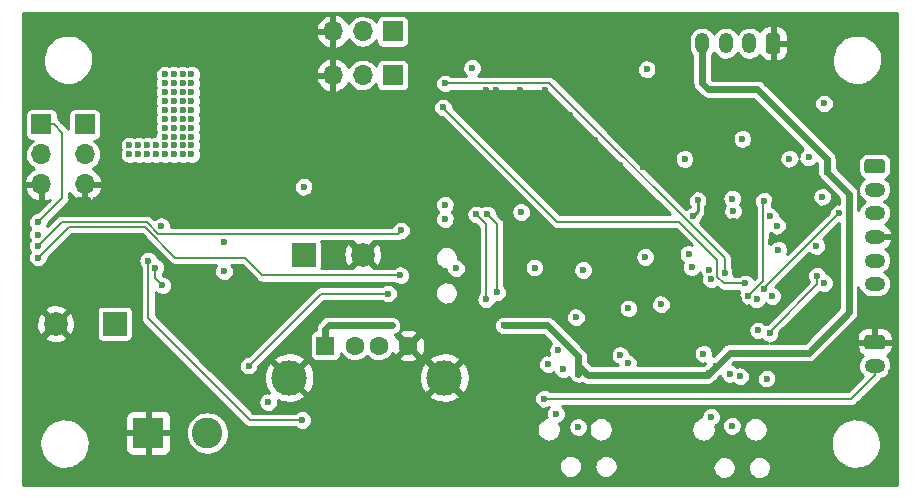
<source format=gbr>
G04 #@! TF.GenerationSoftware,KiCad,Pcbnew,5.99.0-unknown-9339afc~100~ubuntu16.04.1*
G04 #@! TF.CreationDate,2019-10-23T14:24:20+02:00*
G04 #@! TF.ProjectId,f9p_board,6639705f-626f-4617-9264-2e6b69636164,rev?*
G04 #@! TF.SameCoordinates,Original*
G04 #@! TF.FileFunction,Copper,L2,Inr*
G04 #@! TF.FilePolarity,Positive*
%FSLAX46Y46*%
G04 Gerber Fmt 4.6, Leading zero omitted, Abs format (unit mm)*
G04 Created by KiCad (PCBNEW 5.99.0-unknown-9339afc~100~ubuntu16.04.1) date 2019-10-23 14:24:20*
%MOMM*%
%LPD*%
G04 APERTURE LIST*
%ADD10O,1.200000X1.750000*%
%ADD11C,0.100000*%
%ADD12C,1.200000*%
%ADD13O,1.700000X1.700000*%
%ADD14R,1.700000X1.700000*%
%ADD15C,2.000000*%
%ADD16R,2.000000X2.000000*%
%ADD17O,1.750000X1.200000*%
%ADD18C,1.600000*%
%ADD19R,1.600000X1.600000*%
%ADD20C,3.000000*%
%ADD21C,2.600000*%
%ADD22R,2.600000X2.600000*%
%ADD23C,0.600000*%
%ADD24C,0.200000*%
%ADD25C,0.250000*%
%ADD26C,0.600000*%
%ADD27C,0.254000*%
G04 APERTURE END LIST*
D10*
X103000000Y-56100000D03*
X105000000Y-56100000D03*
X107000000Y-56100000D03*
D11*
G36*
X109445671Y-55244030D02*
G01*
X109526777Y-55298223D01*
X109580970Y-55379329D01*
X109600000Y-55474999D01*
X109600000Y-56725001D01*
X109580970Y-56820671D01*
X109526777Y-56901777D01*
X109445671Y-56955970D01*
X109350001Y-56975000D01*
X108649999Y-56975000D01*
X108554329Y-56955970D01*
X108473223Y-56901777D01*
X108419030Y-56820671D01*
X108400000Y-56725001D01*
X108400000Y-55474999D01*
X108419030Y-55379329D01*
X108473223Y-55298223D01*
X108554329Y-55244030D01*
X108649999Y-55225000D01*
X109350001Y-55225000D01*
X109445671Y-55244030D01*
X109445671Y-55244030D01*
G37*
D12*
X109000000Y-56100000D03*
D13*
X71720000Y-58800000D03*
X74260000Y-58800000D03*
D14*
X76800000Y-58800000D03*
D13*
X71720000Y-55100000D03*
X74260000Y-55100000D03*
D14*
X76800000Y-55100000D03*
D13*
X50725000Y-68055000D03*
X50725000Y-65515000D03*
D14*
X50725000Y-62975000D03*
D13*
X47050000Y-68055000D03*
X47050000Y-65515000D03*
D14*
X47050000Y-62975000D03*
D15*
X74250000Y-74000000D03*
D16*
X69250000Y-74000000D03*
D15*
X48250000Y-79850000D03*
D16*
X53250000Y-79850000D03*
D17*
X117600000Y-83400000D03*
D11*
G36*
X118320671Y-80819030D02*
G01*
X118401777Y-80873223D01*
X118455970Y-80954329D01*
X118475000Y-81049999D01*
X118475000Y-81750001D01*
X118455970Y-81845671D01*
X118401777Y-81926777D01*
X118320671Y-81980970D01*
X118225001Y-82000000D01*
X116974999Y-82000000D01*
X116879329Y-81980970D01*
X116798223Y-81926777D01*
X116744030Y-81845671D01*
X116725000Y-81750001D01*
X116725000Y-81049999D01*
X116744030Y-80954329D01*
X116798223Y-80873223D01*
X116879329Y-80819030D01*
X116974999Y-80800000D01*
X118225001Y-80800000D01*
X118320671Y-80819030D01*
X118320671Y-80819030D01*
G37*
D12*
X117600000Y-81400000D03*
D18*
X78100000Y-81700000D03*
X75600000Y-81700000D03*
X73600000Y-81700000D03*
D19*
X71100000Y-81700000D03*
D20*
X68030000Y-84410000D03*
X81170000Y-84410000D03*
D21*
X61100000Y-89100000D03*
D22*
X56100000Y-89100000D03*
D17*
X117600000Y-76500000D03*
X117600000Y-74500000D03*
X117600000Y-72500000D03*
X117600000Y-70500000D03*
X117600000Y-68500000D03*
D11*
G36*
X118320671Y-65919030D02*
G01*
X118401777Y-65973223D01*
X118455970Y-66054329D01*
X118475000Y-66149999D01*
X118475000Y-66850001D01*
X118455970Y-66945671D01*
X118401777Y-67026777D01*
X118320671Y-67080970D01*
X118225001Y-67100000D01*
X116974999Y-67100000D01*
X116879329Y-67080970D01*
X116798223Y-67026777D01*
X116744030Y-66945671D01*
X116725000Y-66850001D01*
X116725000Y-66149999D01*
X116744030Y-66054329D01*
X116798223Y-65973223D01*
X116879329Y-65919030D01*
X116974999Y-65900000D01*
X118225001Y-65900000D01*
X118320671Y-65919030D01*
X118320671Y-65919030D01*
G37*
D12*
X117600000Y-66500000D03*
D23*
X57200000Y-71600000D03*
X59300000Y-75900000D03*
X60700000Y-75900000D03*
X58700000Y-79300000D03*
X58700000Y-80700000D03*
X58700000Y-80000000D03*
X57400000Y-70600000D03*
X56700000Y-75100000D03*
X56100000Y-74500000D03*
X57300000Y-76600000D03*
X62500000Y-75400000D03*
X62500000Y-72900000D03*
X108450000Y-84500000D03*
X113300000Y-76400000D03*
X107734608Y-80417030D03*
X108700000Y-80650000D03*
X112700000Y-75800000D03*
X104500000Y-81400000D03*
X105650000Y-73150000D03*
X105650000Y-71150000D03*
X96750000Y-78550000D03*
X102200021Y-77588770D03*
X69250000Y-68250000D03*
X109450000Y-73600000D03*
X98150000Y-74200000D03*
X82139576Y-75150000D03*
X87652785Y-70400000D03*
X97980264Y-66569736D03*
X96900000Y-70499972D03*
X107275000Y-73975000D03*
X106775000Y-74475000D03*
X106250000Y-75000000D03*
X105750000Y-75500000D03*
X101810000Y-61990000D03*
X102960000Y-61990000D03*
X104200000Y-62000000D03*
X104975000Y-62675000D03*
X105650000Y-63450000D03*
X93300000Y-54100000D03*
X92400000Y-54100000D03*
X91500000Y-54100000D03*
X73931250Y-68818750D03*
X84005000Y-88745000D03*
X84005000Y-89745000D03*
X83750000Y-90750000D03*
X83000000Y-91500000D03*
X84750000Y-83000000D03*
X84750000Y-84000000D03*
X84750000Y-85000000D03*
X51500000Y-70500000D03*
X48750000Y-76000000D03*
X48750000Y-76750000D03*
X48750000Y-77500000D03*
X50200000Y-85300000D03*
X51325000Y-86400000D03*
X52450000Y-87550000D03*
X119300000Y-74200000D03*
X119300000Y-77200000D03*
X118975010Y-84024990D03*
X117550000Y-86200000D03*
X116800000Y-86200000D03*
X109750000Y-88500000D03*
X100850000Y-88400000D03*
X87750000Y-88750000D03*
X96650000Y-88350000D03*
X94050000Y-90200000D03*
X77340000Y-84410000D03*
X75840000Y-84410000D03*
X74340000Y-84410000D03*
X72840000Y-84410000D03*
X71340000Y-84410000D03*
X81250000Y-55000000D03*
X81250000Y-55750000D03*
X81250000Y-54250000D03*
X80000000Y-54250000D03*
X80000000Y-55000000D03*
X80000000Y-55750000D03*
X81250000Y-56500000D03*
X80000000Y-56500000D03*
X77500000Y-68500000D03*
X77500000Y-69250000D03*
X77500000Y-70000000D03*
X77500000Y-70750000D03*
X102180271Y-70769729D03*
X109050000Y-69800000D03*
X113550000Y-67000000D03*
X114550000Y-70500000D03*
X111300000Y-67950000D03*
X113100000Y-63350000D03*
X103472140Y-70103470D03*
X113145304Y-69100010D03*
X112652573Y-73280625D03*
X108250000Y-76950000D03*
X108900010Y-77500000D03*
X106200000Y-84300000D03*
X105350000Y-84100000D03*
X103600000Y-84050000D03*
X104200000Y-83450000D03*
X113300000Y-61200000D03*
X102614844Y-69400000D03*
X105547360Y-69254096D03*
X105600000Y-70300000D03*
X108747258Y-70761033D03*
X108200000Y-69450000D03*
X106400000Y-64200000D03*
X101500000Y-65900000D03*
X106866410Y-77480838D03*
X107600000Y-77800000D03*
X106100000Y-77800000D03*
X101836852Y-73954027D03*
X102098267Y-75047186D03*
X92900000Y-75300000D03*
X103100000Y-82400000D03*
X96072247Y-82518751D03*
X96700000Y-83200000D03*
X90800000Y-82100000D03*
X104888517Y-75591173D03*
X103721890Y-76076529D03*
X106644466Y-76439432D03*
X103600015Y-75279802D03*
X90600000Y-76400000D03*
X92300000Y-79300000D03*
X88800000Y-75100000D03*
X89589999Y-86210001D03*
X69100000Y-88000000D03*
X91800000Y-70500000D03*
X91200000Y-73200000D03*
X98300000Y-58300000D03*
X95900000Y-58200000D03*
X84700000Y-60100000D03*
X83500000Y-58200000D03*
X84700000Y-77800000D03*
X86800000Y-80000000D03*
X86200000Y-80000000D03*
X76700000Y-80000000D03*
X76000000Y-80000000D03*
X85610234Y-77199990D03*
X76399989Y-77300011D03*
X96600000Y-75000000D03*
X99500000Y-78200000D03*
X92700000Y-81400000D03*
X95800000Y-80000000D03*
X83850002Y-70597495D03*
X84800000Y-70600002D03*
X103735436Y-87735498D03*
X92500000Y-84100000D03*
X92500000Y-83400000D03*
X92500000Y-83400000D03*
X89924272Y-83275728D03*
X91200000Y-83700000D03*
X90600000Y-87500000D03*
X81200000Y-59500000D03*
X81200000Y-71000000D03*
X81200000Y-69800000D03*
X105500000Y-88500000D03*
X92500000Y-88600000D03*
X46750000Y-71250000D03*
X46750000Y-73250000D03*
X46750000Y-74250000D03*
X58750000Y-69250000D03*
X58000000Y-69250000D03*
X57250000Y-69250000D03*
X56500000Y-69250000D03*
X55750000Y-69250000D03*
X55000000Y-69250000D03*
X54250000Y-69250000D03*
X58750000Y-70000000D03*
X58000000Y-70000000D03*
X58750000Y-70750000D03*
X54500000Y-65500000D03*
X55250000Y-65500000D03*
X56000000Y-65500000D03*
X56750000Y-65500000D03*
X57500000Y-65500000D03*
X58250000Y-65500000D03*
X59000000Y-65500000D03*
X57500000Y-64750000D03*
X59000000Y-64750000D03*
X58250000Y-64750000D03*
X56000000Y-64750000D03*
X56750000Y-64750000D03*
X55250000Y-64750000D03*
X54500000Y-64750000D03*
X58250000Y-64000000D03*
X59750000Y-58750000D03*
X58250000Y-58750000D03*
X57500000Y-58750000D03*
X59000000Y-64000000D03*
X59000000Y-58750000D03*
X57500000Y-64000000D03*
X58250000Y-63250000D03*
X59000000Y-62500000D03*
X57500000Y-62500000D03*
X59750000Y-63250000D03*
X59000000Y-63250000D03*
X57500000Y-63250000D03*
X59750000Y-62500000D03*
X59000000Y-61750000D03*
X58250000Y-61750000D03*
X59750000Y-61750000D03*
X58250000Y-62500000D03*
X57500000Y-61750000D03*
X59000000Y-60250000D03*
X57500000Y-59500000D03*
X59750000Y-60250000D03*
X59000000Y-61000000D03*
X58250000Y-61000000D03*
X59750000Y-59500000D03*
X58250000Y-60250000D03*
X59750000Y-61000000D03*
X58250000Y-59500000D03*
X59000000Y-59500000D03*
X57500000Y-60250000D03*
X57500000Y-61000000D03*
X59750000Y-65500000D03*
X59750000Y-64750000D03*
X59750000Y-64000000D03*
X46750000Y-72300013D03*
X48900000Y-62000000D03*
X48900000Y-62700000D03*
X52400000Y-67300000D03*
X52400000Y-63300000D03*
X52400000Y-62500000D03*
X52400000Y-68000000D03*
X52400000Y-68700000D03*
X51700000Y-69400000D03*
X51000000Y-69400000D03*
X50300000Y-69400000D03*
X49600000Y-69400000D03*
X48900000Y-61300000D03*
X48200000Y-61300000D03*
X49600000Y-61300000D03*
X47500000Y-61300000D03*
X50300000Y-61300000D03*
X64600000Y-83400000D03*
X66250000Y-86500000D03*
X108850000Y-72950000D03*
X109350000Y-71550000D03*
X81041445Y-61542158D03*
X71550000Y-64050000D03*
X71600000Y-61000000D03*
X110366817Y-65880371D03*
X112000023Y-65775000D03*
X108750000Y-64900000D03*
X77450000Y-75750000D03*
X77500011Y-71949990D03*
X78100000Y-78100000D03*
X75100000Y-78900000D03*
X76300000Y-78900000D03*
X77300000Y-78900000D03*
X85500000Y-60100000D03*
X87600000Y-60100000D03*
X89700000Y-60100000D03*
X91800000Y-60100000D03*
X93900000Y-60100000D03*
X96000000Y-60100000D03*
X96000000Y-62200000D03*
X93900000Y-62200000D03*
X91800000Y-62200000D03*
X89700000Y-62200000D03*
X87600000Y-62200000D03*
X96000000Y-64300000D03*
X93900000Y-64300000D03*
X91800000Y-64300000D03*
X89700000Y-64300000D03*
X96000000Y-66400000D03*
X93900000Y-66400000D03*
X91800000Y-66400000D03*
X83400000Y-68500000D03*
X85500000Y-68500000D03*
X88250000Y-76400000D03*
D24*
X69100000Y-88000000D02*
X64700000Y-88000000D01*
X64700000Y-88000000D02*
X56100000Y-79400000D01*
X56100000Y-79400000D02*
X56100000Y-74924264D01*
X56100000Y-74924264D02*
X56100000Y-74500000D01*
X65750000Y-75750000D02*
X77025736Y-75750000D01*
X46750000Y-74250000D02*
X49358514Y-71641486D01*
X56961987Y-72249989D02*
X77200012Y-72249989D01*
X55953473Y-71241475D02*
X56961987Y-72249989D01*
X77025736Y-75750000D02*
X77450000Y-75750000D01*
X49358514Y-71641486D02*
X55787784Y-71641486D01*
X48758525Y-71241475D02*
X55953473Y-71241475D01*
X77200012Y-72249989D02*
X77500011Y-71949990D01*
X58396298Y-74250000D02*
X64250000Y-74250000D01*
X64250000Y-74250000D02*
X65750000Y-75750000D01*
X55787784Y-71641486D02*
X58396298Y-74250000D01*
X46750000Y-73250000D02*
X48758525Y-71241475D01*
X57300000Y-76600000D02*
X56700000Y-76000000D01*
X56700000Y-76000000D02*
X56700000Y-75100000D01*
X108750000Y-64900000D02*
X107300000Y-63450000D01*
X107300000Y-63450000D02*
X105650000Y-63450000D01*
X112700000Y-76520887D02*
X108700000Y-80520887D01*
X112700000Y-75800000D02*
X112700000Y-76520887D01*
X108700000Y-80520887D02*
X108700000Y-80650000D01*
X90061998Y-59500000D02*
X104888517Y-74326519D01*
D25*
X102614844Y-70335156D02*
X102180271Y-70769729D01*
X102614844Y-69400000D02*
X102614844Y-70335156D01*
D24*
X81200000Y-59500000D02*
X90061998Y-59500000D01*
X104888517Y-75166909D02*
X104888517Y-75591173D01*
X104888517Y-74326519D02*
X104888517Y-75166909D01*
X108250000Y-76795196D02*
X112052572Y-72992624D01*
X108250000Y-76950000D02*
X108250000Y-76795196D01*
X112052572Y-72992624D02*
X114545196Y-70500000D01*
X110200000Y-69800000D02*
X111300000Y-68700000D01*
X109050000Y-69800000D02*
X110200000Y-69800000D01*
X111300000Y-68700000D02*
X111300000Y-67950000D01*
D26*
X107650000Y-60000000D02*
X103525000Y-60000000D01*
X103525000Y-60000000D02*
X103000000Y-59475000D01*
X103000000Y-59475000D02*
X103000000Y-58000000D01*
X113550000Y-65900000D02*
X107650000Y-60000000D01*
X113550000Y-67000000D02*
X113550000Y-65900000D01*
X115400000Y-68850000D02*
X113550000Y-67000000D01*
X115400000Y-72600000D02*
X115400000Y-68850000D01*
X115400000Y-78900000D02*
X115400000Y-72600000D01*
X112000000Y-82300000D02*
X115400000Y-78900000D01*
X105350000Y-82300000D02*
X112000000Y-82300000D01*
X104236811Y-83413189D02*
X105350000Y-82300000D01*
X103600000Y-84050000D02*
X104236811Y-83413189D01*
X104200000Y-83450000D02*
X103600000Y-84050000D01*
X103449997Y-84200003D02*
X103900001Y-83749999D01*
X92500000Y-83400000D02*
X93300003Y-84200003D01*
X103900001Y-83749999D02*
X104200000Y-83450000D01*
X93300003Y-84200003D02*
X103449997Y-84200003D01*
D24*
X108147248Y-76200000D02*
X108147248Y-69502752D01*
X108147248Y-69502752D02*
X108200000Y-69450000D01*
X106866410Y-77480838D02*
X108147248Y-76200000D01*
D26*
X86800000Y-80000000D02*
X89884002Y-80000000D01*
X89884002Y-80000000D02*
X92500000Y-82615998D01*
X92500000Y-82975736D02*
X92500000Y-83400000D01*
X92500000Y-82615998D02*
X92500000Y-82975736D01*
D24*
X84700000Y-77800000D02*
X84700000Y-71447493D01*
X84700000Y-71447493D02*
X83850002Y-70597495D01*
X85610234Y-77199990D02*
X85610234Y-71410236D01*
X85610234Y-71410236D02*
X84800000Y-70600002D01*
X70699989Y-77300011D02*
X76399989Y-77300011D01*
X64600000Y-83400000D02*
X70699989Y-77300011D01*
D26*
X92500000Y-83400000D02*
X92500000Y-84100000D01*
X71400000Y-80000000D02*
X76000000Y-80000000D01*
X71100000Y-81700000D02*
X71100000Y-80300000D01*
X71100000Y-80300000D02*
X71400000Y-80000000D01*
D24*
X115589999Y-86210001D02*
X89589999Y-86210001D01*
X117600000Y-83400000D02*
X117600000Y-84200000D01*
X117600000Y-84200000D02*
X115589999Y-86210001D01*
X47050000Y-62975000D02*
X48100000Y-62975000D01*
X47049999Y-70950001D02*
X46750000Y-71250000D01*
X48100000Y-62975000D02*
X48799999Y-63674999D01*
X48799999Y-69200001D02*
X47049999Y-70950001D01*
X48799999Y-63674999D02*
X48799999Y-69200001D01*
X104848772Y-76439432D02*
X104288515Y-75879175D01*
X106644466Y-76439432D02*
X104848772Y-76439432D01*
X104288515Y-75879175D02*
X104288515Y-74428765D01*
X104288515Y-74428765D02*
X101063440Y-71203690D01*
X101063440Y-71203690D02*
X90702976Y-71203690D01*
X81341444Y-61842157D02*
X81041445Y-61542158D01*
X90702976Y-71203690D02*
X81341444Y-61842157D01*
X108750000Y-65400000D02*
X108750000Y-64900000D01*
X111300000Y-67950000D02*
X108750000Y-65400000D01*
D26*
X86800000Y-80000000D02*
X86200000Y-80000000D01*
X76000000Y-80000000D02*
X76700000Y-80000000D01*
X103000000Y-58000000D02*
X103000000Y-56100000D01*
D27*
G36*
X119474001Y-93474000D02*
G01*
X45526000Y-93474000D01*
X45526000Y-90081821D01*
X46870148Y-90081821D01*
X46902924Y-90381103D01*
X46977543Y-90672781D01*
X47092516Y-90951037D01*
X47245548Y-91210316D01*
X47433586Y-91445445D01*
X47652878Y-91651734D01*
X47899049Y-91825068D01*
X48167187Y-91961986D01*
X48451941Y-92059756D01*
X48747631Y-92116430D01*
X49048357Y-92130875D01*
X49348117Y-92102803D01*
X49640932Y-92032774D01*
X49909851Y-91926573D01*
X90868252Y-91926573D01*
X90890419Y-92137469D01*
X90957354Y-92338685D01*
X91065937Y-92520834D01*
X91211100Y-92675417D01*
X91386071Y-92795223D01*
X91582688Y-92874661D01*
X91791776Y-92910025D01*
X92003580Y-92899666D01*
X92208219Y-92844067D01*
X92396144Y-92745822D01*
X92558591Y-92609514D01*
X92687976Y-92441502D01*
X92778266Y-92249628D01*
X92825297Y-92042623D01*
X92825701Y-91926573D01*
X93868252Y-91926573D01*
X93890419Y-92137469D01*
X93957354Y-92338685D01*
X94065937Y-92520834D01*
X94211100Y-92675417D01*
X94386071Y-92795223D01*
X94582688Y-92874661D01*
X94791776Y-92910025D01*
X95003580Y-92899666D01*
X95208219Y-92844067D01*
X95396144Y-92745822D01*
X95558591Y-92609514D01*
X95687976Y-92441502D01*
X95778266Y-92249628D01*
X95825297Y-92042623D01*
X95825352Y-92026573D01*
X103868252Y-92026573D01*
X103890419Y-92237469D01*
X103957354Y-92438685D01*
X104065937Y-92620834D01*
X104211100Y-92775417D01*
X104386071Y-92895223D01*
X104582688Y-92974661D01*
X104791776Y-93010025D01*
X105003580Y-92999666D01*
X105208219Y-92944067D01*
X105396144Y-92845822D01*
X105558591Y-92709514D01*
X105687976Y-92541502D01*
X105778266Y-92349628D01*
X105825297Y-92142623D01*
X105825701Y-92026573D01*
X106868252Y-92026573D01*
X106890419Y-92237469D01*
X106957354Y-92438685D01*
X107065937Y-92620834D01*
X107211100Y-92775417D01*
X107386071Y-92895223D01*
X107582688Y-92974661D01*
X107791776Y-93010025D01*
X108003580Y-92999666D01*
X108208219Y-92944067D01*
X108396144Y-92845822D01*
X108558591Y-92709514D01*
X108687976Y-92541502D01*
X108778266Y-92349628D01*
X108825297Y-92142623D01*
X108826059Y-91924188D01*
X108780474Y-91716861D01*
X108691527Y-91524359D01*
X108563317Y-91355450D01*
X108401827Y-91218011D01*
X108214592Y-91118455D01*
X108010346Y-91061430D01*
X107798619Y-91049592D01*
X107589289Y-91083496D01*
X107392124Y-91161560D01*
X107216320Y-91280140D01*
X107070081Y-91433706D01*
X106960229Y-91615093D01*
X106891890Y-91815837D01*
X106868252Y-92026573D01*
X105825701Y-92026573D01*
X105826059Y-91924188D01*
X105780474Y-91716861D01*
X105691527Y-91524359D01*
X105563317Y-91355450D01*
X105401827Y-91218011D01*
X105214592Y-91118455D01*
X105010346Y-91061430D01*
X104798619Y-91049592D01*
X104589289Y-91083496D01*
X104392124Y-91161560D01*
X104216320Y-91280140D01*
X104070081Y-91433706D01*
X103960229Y-91615093D01*
X103891890Y-91815837D01*
X103868252Y-92026573D01*
X95825352Y-92026573D01*
X95826059Y-91824188D01*
X95780474Y-91616861D01*
X95691527Y-91424359D01*
X95563317Y-91255450D01*
X95401827Y-91118011D01*
X95214592Y-91018455D01*
X95010346Y-90961430D01*
X94798619Y-90949592D01*
X94589289Y-90983496D01*
X94392124Y-91061560D01*
X94216320Y-91180140D01*
X94070081Y-91333706D01*
X93960229Y-91515093D01*
X93891890Y-91715837D01*
X93868252Y-91926573D01*
X92825701Y-91926573D01*
X92826059Y-91824188D01*
X92780474Y-91616861D01*
X92691527Y-91424359D01*
X92563317Y-91255450D01*
X92401827Y-91118011D01*
X92214592Y-91018455D01*
X92010346Y-90961430D01*
X91798619Y-90949592D01*
X91589289Y-90983496D01*
X91392124Y-91061560D01*
X91216320Y-91180140D01*
X91070081Y-91333706D01*
X90960229Y-91515093D01*
X90891890Y-91715837D01*
X90868252Y-91926573D01*
X49909851Y-91926573D01*
X49920958Y-91922187D01*
X50182608Y-91773247D01*
X50420663Y-91588925D01*
X50630371Y-91372900D01*
X50807550Y-91129482D01*
X50948662Y-90863529D01*
X51050894Y-90580344D01*
X51112610Y-90283632D01*
X51126511Y-89853292D01*
X51084070Y-89553214D01*
X51000326Y-89264023D01*
X50984099Y-89228000D01*
X54158163Y-89228000D01*
X54158163Y-90416588D01*
X54238795Y-90717512D01*
X54386185Y-90893165D01*
X54579814Y-91004956D01*
X54788976Y-91041837D01*
X55972000Y-91041837D01*
X55972000Y-89228000D01*
X56228000Y-89228000D01*
X56228000Y-91041837D01*
X57416588Y-91041837D01*
X57717512Y-90961205D01*
X57893165Y-90813815D01*
X58004956Y-90620186D01*
X58041837Y-90411024D01*
X58041837Y-89228000D01*
X56228000Y-89228000D01*
X55972000Y-89228000D01*
X54158163Y-89228000D01*
X50984099Y-89228000D01*
X50901966Y-89045670D01*
X59269440Y-89045670D01*
X59282285Y-89323187D01*
X59336959Y-89595568D01*
X59432205Y-89856545D01*
X59565830Y-90100113D01*
X59734761Y-90320665D01*
X59935108Y-90513127D01*
X60162262Y-90673070D01*
X60410996Y-90796813D01*
X60675584Y-90881509D01*
X60949941Y-90925208D01*
X61227750Y-90926905D01*
X61502619Y-90886560D01*
X61768223Y-90805104D01*
X62018450Y-90684409D01*
X62247541Y-90527253D01*
X62450224Y-90337253D01*
X62621836Y-90118781D01*
X62642704Y-90081821D01*
X113870148Y-90081821D01*
X113902924Y-90381103D01*
X113977543Y-90672781D01*
X114092516Y-90951037D01*
X114245548Y-91210316D01*
X114433586Y-91445445D01*
X114652878Y-91651734D01*
X114899049Y-91825068D01*
X115167187Y-91961986D01*
X115451941Y-92059756D01*
X115747631Y-92116430D01*
X116048357Y-92130875D01*
X116348117Y-92102803D01*
X116640932Y-92032774D01*
X116920958Y-91922187D01*
X117182608Y-91773247D01*
X117420663Y-91588925D01*
X117630371Y-91372900D01*
X117807550Y-91129482D01*
X117948662Y-90863529D01*
X118050894Y-90580344D01*
X118112610Y-90283632D01*
X118126511Y-89853292D01*
X118084070Y-89553214D01*
X118000326Y-89264023D01*
X117876670Y-88989517D01*
X117715570Y-88735173D01*
X117520239Y-88506065D01*
X117294575Y-88306766D01*
X117043082Y-88141251D01*
X116770775Y-88012823D01*
X116483090Y-87924045D01*
X116185766Y-87876687D01*
X115884735Y-87871695D01*
X115586004Y-87909169D01*
X115295534Y-87988360D01*
X115019120Y-88107689D01*
X114762276Y-88264775D01*
X114530128Y-88456483D01*
X114327310Y-88678988D01*
X114157865Y-88927852D01*
X114025175Y-89198107D01*
X113931889Y-89484361D01*
X113879867Y-89780906D01*
X113870148Y-90081821D01*
X62642704Y-90081821D01*
X62758428Y-89876865D01*
X62856855Y-89617071D01*
X62915234Y-89343591D01*
X62926486Y-88964493D01*
X62884428Y-88688032D01*
X62801582Y-88422858D01*
X62679579Y-88173267D01*
X62521225Y-87945001D01*
X62330166Y-87743316D01*
X62110799Y-87572850D01*
X61868171Y-87437528D01*
X61607865Y-87340462D01*
X61335872Y-87283887D01*
X61058451Y-87269106D01*
X60781987Y-87296457D01*
X60512840Y-87365312D01*
X60257205Y-87474085D01*
X60020966Y-87620275D01*
X59809557Y-87800516D01*
X59627843Y-88010662D01*
X59480009Y-88245876D01*
X59369452Y-88500744D01*
X59298721Y-88769403D01*
X59269440Y-89045670D01*
X50901966Y-89045670D01*
X50876670Y-88989517D01*
X50715570Y-88735173D01*
X50520239Y-88506065D01*
X50294575Y-88306766D01*
X50043082Y-88141251D01*
X49770775Y-88012823D01*
X49483090Y-87924045D01*
X49185766Y-87876687D01*
X48884735Y-87871695D01*
X48586004Y-87909169D01*
X48295534Y-87988360D01*
X48019120Y-88107689D01*
X47762276Y-88264775D01*
X47530128Y-88456483D01*
X47327310Y-88678988D01*
X47157865Y-88927852D01*
X47025175Y-89198107D01*
X46931889Y-89484361D01*
X46879867Y-89780906D01*
X46870148Y-90081821D01*
X45526000Y-90081821D01*
X45526000Y-87788976D01*
X54158163Y-87788976D01*
X54158163Y-88972000D01*
X55972000Y-88972000D01*
X55972000Y-87158163D01*
X56228000Y-87158163D01*
X56228000Y-88972000D01*
X58041837Y-88972000D01*
X58041837Y-87783412D01*
X57961205Y-87482489D01*
X57813815Y-87306835D01*
X57620186Y-87195044D01*
X57411024Y-87158163D01*
X56228000Y-87158163D01*
X55972000Y-87158163D01*
X54783412Y-87158163D01*
X54482489Y-87238795D01*
X54306835Y-87386185D01*
X54195044Y-87579814D01*
X54158163Y-87788976D01*
X45526000Y-87788976D01*
X45526000Y-81109459D01*
X47171560Y-81109459D01*
X47526235Y-81320887D01*
X47770711Y-81417682D01*
X48027520Y-81474145D01*
X48290052Y-81488822D01*
X48551554Y-81461338D01*
X48805297Y-81392397D01*
X49044754Y-81283775D01*
X49319930Y-81100949D01*
X48250000Y-80031019D01*
X47171560Y-81109459D01*
X45526000Y-81109459D01*
X45526000Y-79832834D01*
X46610778Y-79832834D01*
X46629120Y-80095135D01*
X46689163Y-80351130D01*
X46789362Y-80594232D01*
X46993282Y-80925699D01*
X48068981Y-79850000D01*
X48431019Y-79850000D01*
X49493509Y-80912489D01*
X49618577Y-80752410D01*
X49745250Y-80521992D01*
X49833454Y-80274286D01*
X49881040Y-80015010D01*
X49884138Y-79719185D01*
X49841992Y-79458970D01*
X49758994Y-79209470D01*
X49637175Y-78976450D01*
X49533297Y-78837590D01*
X51716164Y-78837590D01*
X51716164Y-80862410D01*
X51754520Y-81055235D01*
X51870775Y-81229225D01*
X52044765Y-81345480D01*
X52237590Y-81383836D01*
X54262410Y-81383836D01*
X54455235Y-81345480D01*
X54629225Y-81229225D01*
X54745480Y-81055235D01*
X54783836Y-80862410D01*
X54783836Y-78837590D01*
X54745480Y-78644765D01*
X54629225Y-78470775D01*
X54455235Y-78354520D01*
X54262410Y-78316164D01*
X52237590Y-78316164D01*
X52044765Y-78354520D01*
X51870775Y-78470775D01*
X51754520Y-78644765D01*
X51716164Y-78837590D01*
X49533297Y-78837590D01*
X49494838Y-78786181D01*
X48431019Y-79850000D01*
X48068981Y-79850000D01*
X46996927Y-78777946D01*
X46805269Y-79075342D01*
X46700000Y-79316292D01*
X46634608Y-79570973D01*
X46610778Y-79832834D01*
X45526000Y-79832834D01*
X45526000Y-78607089D01*
X47188108Y-78607089D01*
X48250000Y-79668981D01*
X49317194Y-78601786D01*
X49074606Y-78433183D01*
X48837477Y-78319571D01*
X48585233Y-78245331D01*
X48324364Y-78212375D01*
X48061582Y-78221552D01*
X47803648Y-78272625D01*
X47557197Y-78364278D01*
X47328570Y-78494157D01*
X47188108Y-78607089D01*
X45526000Y-78607089D01*
X45526000Y-68183000D01*
X45560513Y-68183000D01*
X45623456Y-68482983D01*
X45715961Y-68717222D01*
X45846610Y-68932526D01*
X46011669Y-69122739D01*
X46206416Y-69282422D01*
X46425284Y-69407009D01*
X46664831Y-69493960D01*
X46922000Y-69528047D01*
X46922000Y-68183000D01*
X45560513Y-68183000D01*
X45526000Y-68183000D01*
X45526000Y-67927000D01*
X45569957Y-67927000D01*
X47178000Y-67927000D01*
X47178000Y-69554978D01*
X47544708Y-69459800D01*
X47745235Y-69369469D01*
X46697530Y-70417174D01*
X46691731Y-70416712D01*
X46449287Y-70470684D01*
X46233430Y-70593556D01*
X46063245Y-70774469D01*
X45953779Y-70997424D01*
X45914710Y-71242710D01*
X45949492Y-71488642D01*
X46055051Y-71713474D01*
X46110375Y-71774381D01*
X46063245Y-71824482D01*
X45953779Y-72047437D01*
X45914710Y-72292723D01*
X45949492Y-72538655D01*
X46055051Y-72763487D01*
X46064151Y-72773506D01*
X46063245Y-72774469D01*
X45953779Y-72997424D01*
X45914710Y-73242710D01*
X45949492Y-73488642D01*
X46055051Y-73713474D01*
X46087263Y-73748937D01*
X46063245Y-73774469D01*
X45953779Y-73997424D01*
X45914710Y-74242710D01*
X45949492Y-74488642D01*
X46055051Y-74713474D01*
X46222052Y-74897328D01*
X46435732Y-75023950D01*
X46677197Y-75082143D01*
X46925099Y-75066764D01*
X47157520Y-74979171D01*
X47353911Y-74827109D01*
X47496907Y-74624022D01*
X47539699Y-74492710D01*
X55264710Y-74492710D01*
X55299492Y-74738642D01*
X55405051Y-74963474D01*
X55474001Y-75039383D01*
X55474000Y-79372682D01*
X55466762Y-79455401D01*
X55488256Y-79535616D01*
X55502678Y-79617407D01*
X55516662Y-79641627D01*
X55523899Y-79668639D01*
X55571529Y-79736662D01*
X55613058Y-79808593D01*
X55676690Y-79861986D01*
X64238017Y-88423313D01*
X64291407Y-88486941D01*
X64363333Y-88528468D01*
X64431360Y-88576101D01*
X64458372Y-88583338D01*
X64482592Y-88597322D01*
X64564380Y-88611744D01*
X64644599Y-88633238D01*
X64727333Y-88626000D01*
X68552679Y-88626000D01*
X68572052Y-88647328D01*
X68785732Y-88773950D01*
X69027197Y-88832143D01*
X69275099Y-88816764D01*
X69507520Y-88729171D01*
X69703911Y-88577109D01*
X69846907Y-88374022D01*
X69924022Y-88137386D01*
X69926295Y-87877016D01*
X69853321Y-87639069D01*
X69713890Y-87433519D01*
X69520184Y-87278053D01*
X69289327Y-87186417D01*
X69041731Y-87166712D01*
X68799287Y-87220684D01*
X68583430Y-87343556D01*
X68554791Y-87374000D01*
X64959296Y-87374000D01*
X64078006Y-86492710D01*
X65414710Y-86492710D01*
X65449492Y-86738642D01*
X65555051Y-86963474D01*
X65722052Y-87147328D01*
X65935732Y-87273950D01*
X66177197Y-87332143D01*
X66425099Y-87316764D01*
X66657520Y-87229171D01*
X66853911Y-87077109D01*
X66996907Y-86874022D01*
X67074022Y-86637386D01*
X67076295Y-86377016D01*
X67056355Y-86311997D01*
X67092231Y-86332710D01*
X67368948Y-86444511D01*
X67658530Y-86516711D01*
X67955343Y-86547908D01*
X68253609Y-86537492D01*
X68547522Y-86485667D01*
X68831363Y-86393441D01*
X69099606Y-86262611D01*
X69459106Y-86020125D01*
X69448674Y-86009693D01*
X79751326Y-86009693D01*
X79973768Y-86183486D01*
X80232231Y-86332710D01*
X80508948Y-86444511D01*
X80798530Y-86516711D01*
X81095343Y-86547908D01*
X81393609Y-86537492D01*
X81687522Y-86485667D01*
X81971363Y-86393441D01*
X82239606Y-86262611D01*
X82328411Y-86202711D01*
X88754709Y-86202711D01*
X88789491Y-86448643D01*
X88895050Y-86673475D01*
X89062051Y-86857329D01*
X89275731Y-86983951D01*
X89517196Y-87042144D01*
X89765098Y-87026765D01*
X89991268Y-86941528D01*
X89913245Y-87024469D01*
X89803779Y-87247424D01*
X89764710Y-87492710D01*
X89799492Y-87738642D01*
X89822213Y-87787035D01*
X89785508Y-87790893D01*
X89580390Y-87857540D01*
X89393611Y-87965376D01*
X89233334Y-88109691D01*
X89106564Y-88284175D01*
X89018842Y-88481202D01*
X88974000Y-88692163D01*
X88974000Y-88907837D01*
X89018842Y-89118798D01*
X89106564Y-89315825D01*
X89233334Y-89490309D01*
X89393611Y-89634624D01*
X89580390Y-89742460D01*
X89785508Y-89809107D01*
X90000000Y-89831651D01*
X90214492Y-89809107D01*
X90419610Y-89742460D01*
X90606389Y-89634624D01*
X90766666Y-89490309D01*
X90893436Y-89315825D01*
X90981158Y-89118798D01*
X91026000Y-88907837D01*
X91026000Y-88692163D01*
X91004861Y-88592710D01*
X91664710Y-88592710D01*
X91699492Y-88838642D01*
X91805051Y-89063474D01*
X91972052Y-89247328D01*
X92185732Y-89373950D01*
X92427197Y-89432143D01*
X92675099Y-89416764D01*
X92907520Y-89329171D01*
X93103911Y-89177109D01*
X93246907Y-88974022D01*
X93324022Y-88737386D01*
X93324416Y-88692163D01*
X93374000Y-88692163D01*
X93374000Y-88907837D01*
X93418842Y-89118798D01*
X93506564Y-89315825D01*
X93633334Y-89490309D01*
X93793611Y-89634624D01*
X93980390Y-89742460D01*
X94185508Y-89809107D01*
X94400000Y-89831651D01*
X94614492Y-89809107D01*
X94819610Y-89742460D01*
X95006389Y-89634624D01*
X95166666Y-89490309D01*
X95293436Y-89315825D01*
X95381158Y-89118798D01*
X95426000Y-88907837D01*
X95426000Y-88692163D01*
X102074000Y-88692163D01*
X102074000Y-88907837D01*
X102118842Y-89118798D01*
X102206564Y-89315825D01*
X102333334Y-89490309D01*
X102493611Y-89634624D01*
X102680390Y-89742460D01*
X102885508Y-89809107D01*
X103100000Y-89831651D01*
X103314492Y-89809107D01*
X103519610Y-89742460D01*
X103706389Y-89634624D01*
X103866666Y-89490309D01*
X103993436Y-89315825D01*
X104081158Y-89118798D01*
X104126000Y-88907837D01*
X104126000Y-88692163D01*
X104083605Y-88492710D01*
X104664710Y-88492710D01*
X104699492Y-88738642D01*
X104805051Y-88963474D01*
X104972052Y-89147328D01*
X105185732Y-89273950D01*
X105427197Y-89332143D01*
X105675099Y-89316764D01*
X105907520Y-89229171D01*
X106103911Y-89077109D01*
X106246907Y-88874022D01*
X106306171Y-88692163D01*
X106474000Y-88692163D01*
X106474000Y-88907837D01*
X106518842Y-89118798D01*
X106606564Y-89315825D01*
X106733334Y-89490309D01*
X106893611Y-89634624D01*
X107080390Y-89742460D01*
X107285508Y-89809107D01*
X107500000Y-89831651D01*
X107714492Y-89809107D01*
X107919610Y-89742460D01*
X108106389Y-89634624D01*
X108266666Y-89490309D01*
X108393436Y-89315825D01*
X108481158Y-89118798D01*
X108526000Y-88907837D01*
X108526000Y-88692163D01*
X108481158Y-88481202D01*
X108393436Y-88284175D01*
X108266666Y-88109691D01*
X108106389Y-87965376D01*
X107919610Y-87857540D01*
X107714492Y-87790893D01*
X107500000Y-87768349D01*
X107285508Y-87790893D01*
X107080390Y-87857540D01*
X106893611Y-87965376D01*
X106733334Y-88109691D01*
X106606564Y-88284175D01*
X106518842Y-88481202D01*
X106474000Y-88692163D01*
X106306171Y-88692163D01*
X106324022Y-88637386D01*
X106326295Y-88377016D01*
X106253321Y-88139069D01*
X106113890Y-87933519D01*
X105920184Y-87778053D01*
X105689327Y-87686417D01*
X105441731Y-87666712D01*
X105199287Y-87720684D01*
X104983430Y-87843556D01*
X104813245Y-88024469D01*
X104703779Y-88247424D01*
X104664710Y-88492710D01*
X104083605Y-88492710D01*
X104082488Y-88487458D01*
X104142956Y-88464669D01*
X104339347Y-88312607D01*
X104482343Y-88109520D01*
X104559458Y-87872884D01*
X104561731Y-87612514D01*
X104488757Y-87374567D01*
X104349326Y-87169017D01*
X104155620Y-87013551D01*
X103924763Y-86921915D01*
X103677167Y-86902210D01*
X103434723Y-86956182D01*
X103218866Y-87079054D01*
X103048681Y-87259967D01*
X102939215Y-87482922D01*
X102900146Y-87728208D01*
X102908667Y-87788459D01*
X102885508Y-87790893D01*
X102680390Y-87857540D01*
X102493611Y-87965376D01*
X102333334Y-88109691D01*
X102206564Y-88284175D01*
X102118842Y-88481202D01*
X102074000Y-88692163D01*
X95426000Y-88692163D01*
X95381158Y-88481202D01*
X95293436Y-88284175D01*
X95166666Y-88109691D01*
X95006389Y-87965376D01*
X94819610Y-87857540D01*
X94614492Y-87790893D01*
X94400000Y-87768349D01*
X94185508Y-87790893D01*
X93980390Y-87857540D01*
X93793611Y-87965376D01*
X93633334Y-88109691D01*
X93506564Y-88284175D01*
X93418842Y-88481202D01*
X93374000Y-88692163D01*
X93324416Y-88692163D01*
X93326295Y-88477016D01*
X93253321Y-88239069D01*
X93113890Y-88033519D01*
X92920184Y-87878053D01*
X92689327Y-87786417D01*
X92441731Y-87766712D01*
X92199287Y-87820684D01*
X91983430Y-87943556D01*
X91813245Y-88124469D01*
X91703779Y-88347424D01*
X91664710Y-88592710D01*
X91004861Y-88592710D01*
X90981158Y-88481202D01*
X90893436Y-88284175D01*
X90886586Y-88274747D01*
X91007520Y-88229171D01*
X91203911Y-88077109D01*
X91346907Y-87874022D01*
X91424022Y-87637386D01*
X91426295Y-87377016D01*
X91353321Y-87139069D01*
X91213890Y-86933519D01*
X91092385Y-86836001D01*
X115562681Y-86836001D01*
X115645400Y-86843239D01*
X115725619Y-86821745D01*
X115807406Y-86807323D01*
X115831627Y-86793339D01*
X115858639Y-86786101D01*
X115926659Y-86738472D01*
X115998591Y-86696943D01*
X116051984Y-86633312D01*
X118023313Y-84661983D01*
X118086941Y-84608593D01*
X118128468Y-84536667D01*
X118160843Y-84490430D01*
X118320865Y-84440282D01*
X118520937Y-84329381D01*
X118694621Y-84180515D01*
X118834825Y-83999766D01*
X118935821Y-83794516D01*
X118993483Y-83573150D01*
X119005454Y-83344711D01*
X118971247Y-83118532D01*
X118892260Y-82903849D01*
X118771717Y-82709434D01*
X118616319Y-82545105D01*
X118807279Y-82422382D01*
X118973745Y-82230270D01*
X119079343Y-81999042D01*
X119114224Y-81756442D01*
X119114224Y-81528000D01*
X116085776Y-81528000D01*
X116085776Y-81760976D01*
X116162691Y-82114549D01*
X116302618Y-82332279D01*
X116494730Y-82498745D01*
X116593579Y-82543888D01*
X116505379Y-82619485D01*
X116365175Y-82800234D01*
X116264179Y-83005484D01*
X116206517Y-83226850D01*
X116194546Y-83455289D01*
X116228753Y-83681468D01*
X116307740Y-83896151D01*
X116428283Y-84090566D01*
X116585455Y-84256771D01*
X116628084Y-84286620D01*
X115330703Y-85584001D01*
X90129730Y-85584001D01*
X90010183Y-85488054D01*
X89779326Y-85396418D01*
X89531730Y-85376713D01*
X89289286Y-85430685D01*
X89073429Y-85553557D01*
X88903244Y-85734470D01*
X88793778Y-85957425D01*
X88754709Y-86202711D01*
X82328411Y-86202711D01*
X82599106Y-86020125D01*
X81170000Y-84591019D01*
X79751326Y-86009693D01*
X69448674Y-86009693D01*
X67848981Y-84410000D01*
X68211019Y-84410000D01*
X69627322Y-85826303D01*
X69760658Y-85667396D01*
X69918811Y-85414299D01*
X70040200Y-85141653D01*
X70122464Y-84854767D01*
X70164000Y-84559224D01*
X70164000Y-84410000D01*
X79030789Y-84410000D01*
X79051608Y-84707721D01*
X79113658Y-84999646D01*
X79215734Y-85280095D01*
X79355846Y-85543609D01*
X79566052Y-85832929D01*
X80988981Y-84410000D01*
X81351019Y-84410000D01*
X82767322Y-85826303D01*
X82900658Y-85667396D01*
X83058811Y-85414299D01*
X83180200Y-85141653D01*
X83262464Y-84854767D01*
X83304000Y-84559224D01*
X83304000Y-84260776D01*
X83262464Y-83965233D01*
X83180200Y-83678347D01*
X83058811Y-83405701D01*
X82900658Y-83152604D01*
X82767322Y-82993697D01*
X81351019Y-84410000D01*
X80988981Y-84410000D01*
X79566052Y-82987071D01*
X79355846Y-83276391D01*
X79215734Y-83539905D01*
X79113658Y-83820354D01*
X79051608Y-84112279D01*
X79030789Y-84410000D01*
X70164000Y-84410000D01*
X70164000Y-84260776D01*
X70122464Y-83965233D01*
X70040200Y-83678347D01*
X69918811Y-83405701D01*
X69760658Y-83152604D01*
X69627322Y-82993697D01*
X68211019Y-84410000D01*
X67848981Y-84410000D01*
X66426052Y-82987071D01*
X66215846Y-83276391D01*
X66075734Y-83539905D01*
X65973658Y-83820354D01*
X65911608Y-84112279D01*
X65890789Y-84410000D01*
X65911608Y-84707721D01*
X65973658Y-84999646D01*
X66075734Y-85280095D01*
X66215846Y-85543609D01*
X66312255Y-85676304D01*
X66191731Y-85666712D01*
X65949287Y-85720684D01*
X65733430Y-85843556D01*
X65563245Y-86024469D01*
X65453779Y-86247424D01*
X65414710Y-86492710D01*
X64078006Y-86492710D01*
X60978006Y-83392710D01*
X63764710Y-83392710D01*
X63799492Y-83638642D01*
X63905051Y-83863474D01*
X64072052Y-84047328D01*
X64285732Y-84173950D01*
X64527197Y-84232143D01*
X64775099Y-84216764D01*
X65007520Y-84129171D01*
X65203911Y-83977109D01*
X65346907Y-83774022D01*
X65424023Y-83537386D01*
X65424693Y-83460603D01*
X66074989Y-82810307D01*
X66611326Y-82810307D01*
X68030000Y-84228981D01*
X69459106Y-82799875D01*
X69099606Y-82557389D01*
X68831363Y-82426559D01*
X68547522Y-82334333D01*
X68253609Y-82282508D01*
X67955343Y-82272092D01*
X67658530Y-82303289D01*
X67368948Y-82375489D01*
X67092231Y-82487290D01*
X66833768Y-82636514D01*
X66611326Y-82810307D01*
X66074989Y-82810307D01*
X67997706Y-80887590D01*
X69766164Y-80887590D01*
X69766164Y-82512410D01*
X69804520Y-82705235D01*
X69920775Y-82879225D01*
X70094765Y-82995480D01*
X70287590Y-83033836D01*
X71912410Y-83033836D01*
X72105235Y-82995480D01*
X72279225Y-82879225D01*
X72395480Y-82705235D01*
X72433836Y-82512410D01*
X72433836Y-82332253D01*
X72511832Y-82467619D01*
X72669941Y-82653067D01*
X72859198Y-82806598D01*
X73073263Y-82923068D01*
X73304970Y-82998577D01*
X73546558Y-83030598D01*
X73789935Y-83018056D01*
X74026952Y-82961372D01*
X74249668Y-82862444D01*
X74450629Y-82724587D01*
X74602047Y-82573433D01*
X74669941Y-82653067D01*
X74859198Y-82806598D01*
X75073263Y-82923068D01*
X75304970Y-82998577D01*
X75546558Y-83030598D01*
X75789935Y-83018056D01*
X76026952Y-82961372D01*
X76249668Y-82862444D01*
X76317345Y-82816018D01*
X77165001Y-82816018D01*
X77491651Y-83004609D01*
X77727436Y-83090429D01*
X77974541Y-83134000D01*
X78225459Y-83134000D01*
X78472564Y-83090429D01*
X78708349Y-83004609D01*
X79034999Y-82816018D01*
X79029288Y-82810307D01*
X79751326Y-82810307D01*
X81170000Y-84228981D01*
X82599106Y-82799875D01*
X82239606Y-82557389D01*
X81971363Y-82426559D01*
X81687522Y-82334333D01*
X81393609Y-82282508D01*
X81095343Y-82272092D01*
X80798530Y-82303289D01*
X80508948Y-82375489D01*
X80232231Y-82487290D01*
X79973768Y-82636514D01*
X79751326Y-82810307D01*
X79029288Y-82810307D01*
X78100000Y-81881019D01*
X77165001Y-82816018D01*
X76317345Y-82816018D01*
X76450629Y-82724587D01*
X76623101Y-82552416D01*
X76761310Y-82351696D01*
X76788771Y-82290161D01*
X76795391Y-82308349D01*
X76983982Y-82634999D01*
X77918981Y-81700000D01*
X78281019Y-81700000D01*
X79216018Y-82634999D01*
X79404609Y-82308349D01*
X79490429Y-82072564D01*
X79534000Y-81825459D01*
X79534000Y-81574541D01*
X79490429Y-81327436D01*
X79404609Y-81091651D01*
X79216018Y-80765001D01*
X78281019Y-81700000D01*
X77918981Y-81700000D01*
X76994097Y-80775116D01*
X77025052Y-80760252D01*
X77107521Y-80729171D01*
X77136492Y-80706739D01*
X77169520Y-80690878D01*
X77222720Y-80641701D01*
X78100000Y-81518981D01*
X79034999Y-80583982D01*
X78708349Y-80395391D01*
X78472564Y-80309571D01*
X78225459Y-80266000D01*
X77974541Y-80266000D01*
X77727436Y-80309571D01*
X77491651Y-80395391D01*
X77392292Y-80452756D01*
X77396171Y-80446077D01*
X77446906Y-80374023D01*
X77458260Y-80339185D01*
X77476662Y-80307503D01*
X77496565Y-80221643D01*
X77524023Y-80137385D01*
X77524332Y-80101843D01*
X77532747Y-80065539D01*
X77525538Y-79963725D01*
X77526295Y-79877016D01*
X77517328Y-79847778D01*
X77515204Y-79817780D01*
X77481064Y-79729535D01*
X77453321Y-79639069D01*
X77436437Y-79614179D01*
X77425587Y-79586133D01*
X77367010Y-79511828D01*
X77313890Y-79433518D01*
X77290437Y-79414695D01*
X77271818Y-79391077D01*
X77193972Y-79337274D01*
X77120185Y-79278053D01*
X77092232Y-79266957D01*
X77063302Y-79246962D01*
X77011760Y-79235016D01*
X76889327Y-79186417D01*
X76756471Y-79175843D01*
X76748517Y-79174000D01*
X76733306Y-79174000D01*
X76641731Y-79166712D01*
X76608995Y-79174000D01*
X76033306Y-79174000D01*
X75941731Y-79166712D01*
X75908995Y-79174000D01*
X71449038Y-79174000D01*
X71373762Y-79165091D01*
X71264390Y-79185065D01*
X71154382Y-79201605D01*
X71142445Y-79207337D01*
X71124415Y-79210630D01*
X71087016Y-79233953D01*
X70930479Y-79309122D01*
X70855812Y-79378144D01*
X70850244Y-79381616D01*
X70828114Y-79403747D01*
X70748090Y-79477721D01*
X70739705Y-79492156D01*
X70550609Y-79681252D01*
X70491078Y-79728183D01*
X70427854Y-79819659D01*
X70361772Y-79909127D01*
X70357384Y-79921620D01*
X70346964Y-79936698D01*
X70337013Y-79979628D01*
X70279475Y-80143477D01*
X70275483Y-80245084D01*
X70274001Y-80251475D01*
X70274001Y-80282790D01*
X70270592Y-80369545D01*
X70094765Y-80404520D01*
X69920775Y-80520775D01*
X69804520Y-80694765D01*
X69766164Y-80887590D01*
X67997706Y-80887590D01*
X70959286Y-77926011D01*
X75852668Y-77926011D01*
X75872041Y-77947339D01*
X76085721Y-78073961D01*
X76327186Y-78132154D01*
X76575088Y-78116775D01*
X76807509Y-78029182D01*
X77003900Y-77877120D01*
X77146896Y-77674033D01*
X77224011Y-77437397D01*
X77225676Y-77246573D01*
X80348252Y-77246573D01*
X80370419Y-77457469D01*
X80437354Y-77658685D01*
X80545937Y-77840834D01*
X80691100Y-77995417D01*
X80866071Y-78115223D01*
X81062688Y-78194661D01*
X81271776Y-78230025D01*
X81483580Y-78219666D01*
X81688219Y-78164067D01*
X81876144Y-78065822D01*
X82038591Y-77929514D01*
X82167976Y-77761502D01*
X82258266Y-77569628D01*
X82305297Y-77362623D01*
X82306059Y-77144188D01*
X82260474Y-76936861D01*
X82171527Y-76744359D01*
X82043317Y-76575450D01*
X81881827Y-76438011D01*
X81694592Y-76338455D01*
X81490346Y-76281430D01*
X81278619Y-76269592D01*
X81069289Y-76303496D01*
X80872124Y-76381560D01*
X80696320Y-76500140D01*
X80550081Y-76653706D01*
X80440229Y-76835093D01*
X80371890Y-77035837D01*
X80348252Y-77246573D01*
X77225676Y-77246573D01*
X77226284Y-77177027D01*
X77153310Y-76939080D01*
X77013879Y-76733530D01*
X76820173Y-76578064D01*
X76589316Y-76486428D01*
X76341720Y-76466723D01*
X76099276Y-76520695D01*
X75883419Y-76643567D01*
X75854780Y-76674011D01*
X70727306Y-76674011D01*
X70644587Y-76666773D01*
X70564378Y-76688266D01*
X70482583Y-76702689D01*
X70458358Y-76716674D01*
X70431348Y-76723912D01*
X70363332Y-76771537D01*
X70291397Y-76813069D01*
X70238009Y-76876694D01*
X64547530Y-82567174D01*
X64541731Y-82566712D01*
X64299287Y-82620684D01*
X64083430Y-82743556D01*
X63913245Y-82924469D01*
X63803779Y-83147424D01*
X63764710Y-83392710D01*
X60978006Y-83392710D01*
X56726000Y-79140704D01*
X56726000Y-77196629D01*
X56772052Y-77247328D01*
X56985732Y-77373950D01*
X57227197Y-77432143D01*
X57475099Y-77416764D01*
X57707520Y-77329171D01*
X57903911Y-77177109D01*
X58046907Y-76974022D01*
X58124022Y-76737386D01*
X58126295Y-76477016D01*
X58053321Y-76239069D01*
X57913890Y-76033519D01*
X57720184Y-75878053D01*
X57489327Y-75786417D01*
X57361544Y-75776248D01*
X57326000Y-75740704D01*
X57326000Y-75645738D01*
X57446907Y-75474022D01*
X57524022Y-75237386D01*
X57526295Y-74977016D01*
X57453321Y-74739069D01*
X57313890Y-74533519D01*
X57120184Y-74378053D01*
X56899782Y-74290567D01*
X56853321Y-74139069D01*
X56713890Y-73933519D01*
X56520184Y-73778053D01*
X56289327Y-73686417D01*
X56041731Y-73666712D01*
X55799287Y-73720684D01*
X55583430Y-73843556D01*
X55413245Y-74024469D01*
X55303779Y-74247424D01*
X55264710Y-74492710D01*
X47539699Y-74492710D01*
X47574023Y-74387386D01*
X47574693Y-74310603D01*
X49617811Y-72267486D01*
X55528488Y-72267486D01*
X57934319Y-74673318D01*
X57987705Y-74736942D01*
X58059629Y-74778466D01*
X58127658Y-74826101D01*
X58154670Y-74833338D01*
X58178890Y-74847322D01*
X58260678Y-74861744D01*
X58340897Y-74883238D01*
X58423631Y-74876000D01*
X61858840Y-74876000D01*
X61813245Y-74924469D01*
X61703779Y-75147424D01*
X61664710Y-75392710D01*
X61699492Y-75638642D01*
X61805051Y-75863474D01*
X61972052Y-76047328D01*
X62185732Y-76173950D01*
X62427197Y-76232143D01*
X62675099Y-76216764D01*
X62907520Y-76129171D01*
X63103911Y-75977109D01*
X63246907Y-75774022D01*
X63324022Y-75537386D01*
X63326295Y-75277016D01*
X63253321Y-75039069D01*
X63142706Y-74876000D01*
X63990704Y-74876000D01*
X65288021Y-76173318D01*
X65341407Y-76236942D01*
X65413344Y-76278474D01*
X65481359Y-76326099D01*
X65508369Y-76333337D01*
X65532594Y-76347322D01*
X65614389Y-76361745D01*
X65694598Y-76383238D01*
X65777317Y-76376000D01*
X76902679Y-76376000D01*
X76922052Y-76397328D01*
X77135732Y-76523950D01*
X77377197Y-76582143D01*
X77625099Y-76566764D01*
X77857520Y-76479171D01*
X78053911Y-76327109D01*
X78196907Y-76124022D01*
X78274022Y-75887386D01*
X78276295Y-75627016D01*
X78203321Y-75389069D01*
X78063890Y-75183519D01*
X77870184Y-75028053D01*
X77639327Y-74936417D01*
X77391731Y-74916712D01*
X77149287Y-74970684D01*
X76933430Y-75093556D01*
X76904791Y-75124000D01*
X75192981Y-75124000D01*
X74250000Y-74181019D01*
X73307019Y-75124000D01*
X70761639Y-75124000D01*
X70783836Y-75012410D01*
X70783836Y-73982834D01*
X72610778Y-73982834D01*
X72629120Y-74245135D01*
X72689163Y-74501130D01*
X72789362Y-74744232D01*
X72993282Y-75075699D01*
X74068981Y-74000000D01*
X74431019Y-74000000D01*
X75493509Y-75062489D01*
X75618577Y-74902410D01*
X75745250Y-74671992D01*
X75833454Y-74424286D01*
X75866070Y-74246573D01*
X80348252Y-74246573D01*
X80370419Y-74457469D01*
X80437354Y-74658685D01*
X80545937Y-74840834D01*
X80691100Y-74995417D01*
X80866071Y-75115223D01*
X81062688Y-75194661D01*
X81271776Y-75230025D01*
X81316327Y-75227846D01*
X81339068Y-75388642D01*
X81444627Y-75613474D01*
X81611628Y-75797328D01*
X81825308Y-75923950D01*
X82066773Y-75982143D01*
X82314675Y-75966764D01*
X82547096Y-75879171D01*
X82743487Y-75727109D01*
X82886483Y-75524022D01*
X82963598Y-75287386D01*
X82965871Y-75027016D01*
X82892897Y-74789069D01*
X82753466Y-74583519D01*
X82559760Y-74428053D01*
X82328903Y-74336417D01*
X82305395Y-74334546D01*
X82306059Y-74144188D01*
X82260474Y-73936861D01*
X82171527Y-73744359D01*
X82043317Y-73575450D01*
X81881827Y-73438011D01*
X81694592Y-73338455D01*
X81490346Y-73281430D01*
X81278619Y-73269592D01*
X81069289Y-73303496D01*
X80872124Y-73381560D01*
X80696320Y-73500140D01*
X80550081Y-73653706D01*
X80440229Y-73835093D01*
X80371890Y-74035837D01*
X80348252Y-74246573D01*
X75866070Y-74246573D01*
X75881040Y-74165010D01*
X75884138Y-73869185D01*
X75841992Y-73608970D01*
X75758994Y-73359470D01*
X75637175Y-73126450D01*
X75494838Y-72936181D01*
X74431019Y-74000000D01*
X74068981Y-74000000D01*
X72996927Y-72927946D01*
X72805269Y-73225342D01*
X72700000Y-73466292D01*
X72634608Y-73720973D01*
X72610778Y-73982834D01*
X70783836Y-73982834D01*
X70783836Y-72987590D01*
X70761637Y-72875989D01*
X73307008Y-72875989D01*
X74250000Y-73818981D01*
X75192992Y-72875989D01*
X77172694Y-72875989D01*
X77255413Y-72883227D01*
X77335632Y-72861733D01*
X77417419Y-72847311D01*
X77441640Y-72833327D01*
X77468652Y-72826089D01*
X77536672Y-72778461D01*
X77542724Y-72774967D01*
X77675110Y-72766754D01*
X77907531Y-72679161D01*
X78103922Y-72527099D01*
X78246918Y-72324012D01*
X78324033Y-72087376D01*
X78326306Y-71827006D01*
X78253332Y-71589059D01*
X78113901Y-71383509D01*
X77920195Y-71228043D01*
X77689338Y-71136407D01*
X77441742Y-71116702D01*
X77199298Y-71170674D01*
X76983441Y-71293546D01*
X76813256Y-71474459D01*
X76739840Y-71623989D01*
X58025012Y-71623989D01*
X58026295Y-71477016D01*
X57953321Y-71239069D01*
X57813890Y-71033519D01*
X57620184Y-70878053D01*
X57389327Y-70786417D01*
X57141731Y-70766712D01*
X56899287Y-70820684D01*
X56683430Y-70943556D01*
X56614318Y-71017024D01*
X56415457Y-70818163D01*
X56362066Y-70754533D01*
X56290133Y-70713003D01*
X56222113Y-70665375D01*
X56195101Y-70658137D01*
X56170880Y-70644153D01*
X56089093Y-70629731D01*
X56008874Y-70608237D01*
X55926140Y-70615475D01*
X48785842Y-70615475D01*
X48703123Y-70608237D01*
X48622914Y-70629730D01*
X48541119Y-70644153D01*
X48516894Y-70658138D01*
X48489884Y-70665376D01*
X48421868Y-70713001D01*
X48349933Y-70754533D01*
X48296545Y-70818158D01*
X47499916Y-71614787D01*
X47574023Y-71387386D01*
X47574693Y-71310603D01*
X49092586Y-69792710D01*
X80364710Y-69792710D01*
X80399492Y-70038642D01*
X80505051Y-70263474D01*
X80629687Y-70400687D01*
X80513245Y-70524469D01*
X80403779Y-70747424D01*
X80364710Y-70992710D01*
X80399492Y-71238642D01*
X80505051Y-71463474D01*
X80672052Y-71647328D01*
X80885732Y-71773950D01*
X81127197Y-71832143D01*
X81375099Y-71816764D01*
X81607520Y-71729171D01*
X81803911Y-71577109D01*
X81946907Y-71374022D01*
X82024022Y-71137386D01*
X82026295Y-70877016D01*
X81953321Y-70639069D01*
X81920176Y-70590205D01*
X83014712Y-70590205D01*
X83049494Y-70836137D01*
X83155053Y-71060969D01*
X83322054Y-71244823D01*
X83535734Y-71371445D01*
X83777198Y-71429638D01*
X83795701Y-71428490D01*
X84074001Y-71706790D01*
X84074000Y-77259883D01*
X84013244Y-77324469D01*
X83903779Y-77547424D01*
X83864710Y-77792710D01*
X83899492Y-78038642D01*
X84005051Y-78263474D01*
X84172052Y-78447328D01*
X84385732Y-78573950D01*
X84627197Y-78632143D01*
X84875099Y-78616764D01*
X85107520Y-78529171D01*
X85303911Y-78377109D01*
X85446907Y-78174022D01*
X85496371Y-78022237D01*
X85537431Y-78032133D01*
X85785333Y-78016754D01*
X86017754Y-77929161D01*
X86214145Y-77777099D01*
X86357141Y-77574012D01*
X86434256Y-77337376D01*
X86436529Y-77077006D01*
X86363555Y-76839059D01*
X86236234Y-76651362D01*
X86236234Y-75092710D01*
X87964710Y-75092710D01*
X87999492Y-75338642D01*
X88105051Y-75563474D01*
X88272052Y-75747328D01*
X88485732Y-75873950D01*
X88727197Y-75932143D01*
X88975099Y-75916764D01*
X89207520Y-75829171D01*
X89403911Y-75677109D01*
X89546907Y-75474022D01*
X89605993Y-75292710D01*
X92064710Y-75292710D01*
X92099492Y-75538642D01*
X92205051Y-75763474D01*
X92372052Y-75947328D01*
X92585732Y-76073950D01*
X92827197Y-76132143D01*
X93075099Y-76116764D01*
X93307520Y-76029171D01*
X93503911Y-75877109D01*
X93646907Y-75674022D01*
X93724022Y-75437386D01*
X93726295Y-75177016D01*
X93653321Y-74939069D01*
X93513890Y-74733519D01*
X93320184Y-74578053D01*
X93089327Y-74486417D01*
X92841731Y-74466712D01*
X92599287Y-74520684D01*
X92383430Y-74643556D01*
X92213245Y-74824469D01*
X92103779Y-75047424D01*
X92064710Y-75292710D01*
X89605993Y-75292710D01*
X89624022Y-75237386D01*
X89626295Y-74977016D01*
X89553321Y-74739069D01*
X89413890Y-74533519D01*
X89220184Y-74378053D01*
X88989327Y-74286417D01*
X88741731Y-74266712D01*
X88499287Y-74320684D01*
X88283430Y-74443556D01*
X88113245Y-74624469D01*
X88003779Y-74847424D01*
X87964710Y-75092710D01*
X86236234Y-75092710D01*
X86236234Y-74192710D01*
X97314710Y-74192710D01*
X97349492Y-74438642D01*
X97455051Y-74663474D01*
X97622052Y-74847328D01*
X97835732Y-74973950D01*
X98077197Y-75032143D01*
X98325099Y-75016764D01*
X98557520Y-74929171D01*
X98753911Y-74777109D01*
X98896907Y-74574022D01*
X98974022Y-74337386D01*
X98976295Y-74077016D01*
X98903321Y-73839069D01*
X98763890Y-73633519D01*
X98570184Y-73478053D01*
X98339327Y-73386417D01*
X98091731Y-73366712D01*
X97849287Y-73420684D01*
X97633430Y-73543556D01*
X97463245Y-73724469D01*
X97353779Y-73947424D01*
X97314710Y-74192710D01*
X86236234Y-74192710D01*
X86236234Y-71437554D01*
X86243472Y-71354836D01*
X86221978Y-71274616D01*
X86207556Y-71192828D01*
X86193572Y-71168608D01*
X86186335Y-71141596D01*
X86138700Y-71073567D01*
X86097176Y-71001643D01*
X86033556Y-70948260D01*
X85625741Y-70540446D01*
X85626295Y-70477018D01*
X85600440Y-70392710D01*
X86817495Y-70392710D01*
X86852277Y-70638642D01*
X86957836Y-70863474D01*
X87124837Y-71047328D01*
X87338517Y-71173950D01*
X87579982Y-71232143D01*
X87827884Y-71216764D01*
X88060305Y-71129171D01*
X88256696Y-70977109D01*
X88399692Y-70774022D01*
X88476807Y-70537386D01*
X88479080Y-70277016D01*
X88406106Y-70039069D01*
X88266675Y-69833519D01*
X88072969Y-69678053D01*
X87842112Y-69586417D01*
X87594516Y-69566712D01*
X87352072Y-69620684D01*
X87136215Y-69743556D01*
X86966030Y-69924469D01*
X86856564Y-70147424D01*
X86817495Y-70392710D01*
X85600440Y-70392710D01*
X85553321Y-70239071D01*
X85413890Y-70033521D01*
X85220184Y-69878055D01*
X84989327Y-69786419D01*
X84741731Y-69766714D01*
X84499287Y-69820686D01*
X84325258Y-69919748D01*
X84270186Y-69875548D01*
X84039329Y-69783912D01*
X83791733Y-69764207D01*
X83549289Y-69818179D01*
X83333432Y-69941051D01*
X83163247Y-70121964D01*
X83053781Y-70344919D01*
X83014712Y-70590205D01*
X81920176Y-70590205D01*
X81813890Y-70433519D01*
X81773217Y-70400875D01*
X81803911Y-70377109D01*
X81946907Y-70174022D01*
X82024022Y-69937386D01*
X82026295Y-69677016D01*
X81953321Y-69439069D01*
X81813890Y-69233519D01*
X81620184Y-69078053D01*
X81389327Y-68986417D01*
X81141731Y-68966712D01*
X80899287Y-69020684D01*
X80683430Y-69143556D01*
X80513245Y-69324469D01*
X80403779Y-69547424D01*
X80364710Y-69792710D01*
X49092586Y-69792710D01*
X49223312Y-69661984D01*
X49286940Y-69608594D01*
X49328467Y-69536668D01*
X49376100Y-69468641D01*
X49383337Y-69441629D01*
X49397321Y-69417409D01*
X49411743Y-69335621D01*
X49433237Y-69255402D01*
X49425999Y-69172668D01*
X49425999Y-68774963D01*
X49521610Y-68932526D01*
X49686669Y-69122739D01*
X49881416Y-69282422D01*
X50100284Y-69407009D01*
X50339831Y-69493960D01*
X50597000Y-69528047D01*
X50597000Y-68183000D01*
X50853000Y-68183000D01*
X50853000Y-69554978D01*
X51219708Y-69459800D01*
X51449329Y-69356363D01*
X51658240Y-69215716D01*
X51840466Y-69041881D01*
X51990797Y-68839828D01*
X52104936Y-68615334D01*
X52179618Y-68374819D01*
X52197128Y-68242710D01*
X68414710Y-68242710D01*
X68449492Y-68488642D01*
X68555051Y-68713474D01*
X68722052Y-68897328D01*
X68935732Y-69023950D01*
X69177197Y-69082143D01*
X69425099Y-69066764D01*
X69657520Y-68979171D01*
X69853911Y-68827109D01*
X69996907Y-68624022D01*
X70074022Y-68387386D01*
X70076295Y-68127016D01*
X70003321Y-67889069D01*
X69863890Y-67683519D01*
X69670184Y-67528053D01*
X69439327Y-67436417D01*
X69191731Y-67416712D01*
X68949287Y-67470684D01*
X68733430Y-67593556D01*
X68563245Y-67774469D01*
X68453779Y-67997424D01*
X68414710Y-68242710D01*
X52197128Y-68242710D01*
X52205043Y-68183000D01*
X50853000Y-68183000D01*
X50597000Y-68183000D01*
X50597000Y-67927000D01*
X52214487Y-67927000D01*
X52151544Y-67627017D01*
X52059039Y-67392778D01*
X51928390Y-67177474D01*
X51763331Y-66987261D01*
X51568584Y-66827578D01*
X51386646Y-66724013D01*
X51428267Y-66704161D01*
X51627735Y-66560829D01*
X51798669Y-66384439D01*
X51935663Y-66180568D01*
X52034392Y-65955660D01*
X52091732Y-65716822D01*
X52105871Y-65471605D01*
X52076362Y-65227759D01*
X52004139Y-64992993D01*
X51891483Y-64774727D01*
X51866916Y-64742710D01*
X53664710Y-64742710D01*
X53699492Y-64988642D01*
X53763695Y-65125390D01*
X53703779Y-65247424D01*
X53664710Y-65492710D01*
X53699492Y-65738642D01*
X53805051Y-65963474D01*
X53972052Y-66147328D01*
X54185732Y-66273950D01*
X54427197Y-66332143D01*
X54675099Y-66316764D01*
X54878575Y-66240080D01*
X54935732Y-66273950D01*
X55177197Y-66332143D01*
X55425099Y-66316764D01*
X55628575Y-66240080D01*
X55685732Y-66273950D01*
X55927197Y-66332143D01*
X56175099Y-66316764D01*
X56378575Y-66240080D01*
X56435732Y-66273950D01*
X56677197Y-66332143D01*
X56925099Y-66316764D01*
X57128575Y-66240080D01*
X57185732Y-66273950D01*
X57427197Y-66332143D01*
X57675099Y-66316764D01*
X57878575Y-66240080D01*
X57935732Y-66273950D01*
X58177197Y-66332143D01*
X58425099Y-66316764D01*
X58628575Y-66240080D01*
X58685732Y-66273950D01*
X58927197Y-66332143D01*
X59175099Y-66316764D01*
X59378575Y-66240080D01*
X59435732Y-66273950D01*
X59677197Y-66332143D01*
X59925099Y-66316764D01*
X60157520Y-66229171D01*
X60353911Y-66077109D01*
X60496907Y-65874022D01*
X60574022Y-65637386D01*
X60576295Y-65377016D01*
X60503321Y-65139069D01*
X60494975Y-65126766D01*
X60496907Y-65124022D01*
X60574022Y-64887386D01*
X60576295Y-64627016D01*
X60503321Y-64389069D01*
X60494975Y-64376766D01*
X60496907Y-64374022D01*
X60574022Y-64137386D01*
X60576295Y-63877016D01*
X60503321Y-63639069D01*
X60494975Y-63626766D01*
X60496907Y-63624022D01*
X60574022Y-63387386D01*
X60576295Y-63127016D01*
X60503321Y-62889069D01*
X60494975Y-62876766D01*
X60496907Y-62874022D01*
X60574022Y-62637386D01*
X60576295Y-62377016D01*
X60503321Y-62139069D01*
X60494975Y-62126766D01*
X60496907Y-62124022D01*
X60574022Y-61887386D01*
X60576295Y-61627016D01*
X60548035Y-61534868D01*
X80206155Y-61534868D01*
X80240937Y-61780800D01*
X80346496Y-62005632D01*
X80513497Y-62189486D01*
X80727177Y-62316108D01*
X80968641Y-62374301D01*
X80987144Y-62373153D01*
X90240997Y-71627008D01*
X90294383Y-71690632D01*
X90366320Y-71732164D01*
X90434335Y-71779789D01*
X90461345Y-71787027D01*
X90485570Y-71801012D01*
X90567365Y-71815435D01*
X90647574Y-71836928D01*
X90730309Y-71829690D01*
X100804144Y-71829690D01*
X102173293Y-73198839D01*
X102026179Y-73140444D01*
X101778583Y-73120739D01*
X101536139Y-73174711D01*
X101320282Y-73297583D01*
X101150097Y-73478496D01*
X101040631Y-73701451D01*
X101001562Y-73946737D01*
X101036344Y-74192669D01*
X101141903Y-74417501D01*
X101308904Y-74601355D01*
X101377091Y-74641761D01*
X101302046Y-74794610D01*
X101262977Y-75039896D01*
X101297759Y-75285828D01*
X101403318Y-75510660D01*
X101570319Y-75694514D01*
X101783999Y-75821136D01*
X102025464Y-75879329D01*
X102273366Y-75863950D01*
X102505787Y-75776357D01*
X102702178Y-75624295D01*
X102795694Y-75491481D01*
X102799507Y-75518444D01*
X102905066Y-75743276D01*
X102944153Y-75786307D01*
X102925669Y-75823953D01*
X102886600Y-76069239D01*
X102921382Y-76315171D01*
X103026941Y-76540003D01*
X103193942Y-76723857D01*
X103407622Y-76850479D01*
X103649087Y-76908672D01*
X103896989Y-76893293D01*
X104129410Y-76805700D01*
X104242319Y-76718276D01*
X104386793Y-76862750D01*
X104440179Y-76926374D01*
X104512103Y-76967898D01*
X104580132Y-77015533D01*
X104607144Y-77022770D01*
X104631364Y-77036754D01*
X104713155Y-77051176D01*
X104793370Y-77072670D01*
X104876105Y-77065432D01*
X106097145Y-77065432D01*
X106116518Y-77086760D01*
X106134447Y-77097384D01*
X106070189Y-77228262D01*
X106031120Y-77473548D01*
X106065902Y-77719480D01*
X106171461Y-77944312D01*
X106338462Y-78128166D01*
X106552142Y-78254788D01*
X106793607Y-78312981D01*
X106941676Y-78303795D01*
X107072052Y-78447328D01*
X107285732Y-78573950D01*
X107527197Y-78632143D01*
X107775099Y-78616764D01*
X108007520Y-78529171D01*
X108203911Y-78377109D01*
X108346907Y-78174022D01*
X108359951Y-78133995D01*
X108372062Y-78147328D01*
X108585742Y-78273950D01*
X108827207Y-78332143D01*
X109075109Y-78316764D01*
X109307530Y-78229171D01*
X109503921Y-78077109D01*
X109646917Y-77874022D01*
X109724032Y-77637386D01*
X109726305Y-77377016D01*
X109653331Y-77139069D01*
X109513900Y-76933519D01*
X109320194Y-76778053D01*
X109200106Y-76730386D01*
X112066515Y-73863978D01*
X112124626Y-73927953D01*
X112338305Y-74054575D01*
X112579770Y-74112768D01*
X112827672Y-74097389D01*
X113060093Y-74009796D01*
X113256484Y-73857734D01*
X113399480Y-73654647D01*
X113476595Y-73418011D01*
X113478868Y-73157641D01*
X113405894Y-72919694D01*
X113266463Y-72714144D01*
X113238661Y-72691831D01*
X114574000Y-71356492D01*
X114574000Y-72661541D01*
X114574001Y-72661548D01*
X114574000Y-78557860D01*
X111657861Y-81474000D01*
X108758458Y-81474000D01*
X108875099Y-81466764D01*
X109107520Y-81379171D01*
X109303911Y-81227109D01*
X109446907Y-81024022D01*
X109524022Y-80787386D01*
X109525829Y-80580354D01*
X112952140Y-77154044D01*
X112985732Y-77173950D01*
X113227197Y-77232143D01*
X113475099Y-77216764D01*
X113707520Y-77129171D01*
X113903911Y-76977109D01*
X114046907Y-76774022D01*
X114124022Y-76537386D01*
X114126295Y-76277016D01*
X114053321Y-76039069D01*
X113913890Y-75833519D01*
X113720184Y-75678053D01*
X113499782Y-75590567D01*
X113453321Y-75439069D01*
X113313890Y-75233519D01*
X113120184Y-75078053D01*
X112889327Y-74986417D01*
X112641731Y-74966712D01*
X112399287Y-75020684D01*
X112183430Y-75143556D01*
X112013245Y-75324469D01*
X111903779Y-75547424D01*
X111864710Y-75792710D01*
X111899492Y-76038642D01*
X112005051Y-76263474D01*
X112036973Y-76298617D01*
X108483698Y-79851893D01*
X108399287Y-79870684D01*
X108372500Y-79885932D01*
X108348498Y-79850549D01*
X108154792Y-79695083D01*
X107923935Y-79603447D01*
X107676339Y-79583742D01*
X107433895Y-79637714D01*
X107218038Y-79760586D01*
X107047853Y-79941499D01*
X106938387Y-80164454D01*
X106899318Y-80409740D01*
X106934100Y-80655672D01*
X107039659Y-80880504D01*
X107206660Y-81064358D01*
X107420340Y-81190980D01*
X107661805Y-81249173D01*
X107909707Y-81233794D01*
X108062155Y-81176341D01*
X108172052Y-81297328D01*
X108385732Y-81423950D01*
X108593409Y-81474000D01*
X105399038Y-81474000D01*
X105323762Y-81465091D01*
X105214390Y-81485065D01*
X105104382Y-81501605D01*
X105092445Y-81507337D01*
X105074415Y-81510630D01*
X105037016Y-81533953D01*
X104880479Y-81609122D01*
X104805811Y-81678145D01*
X104800242Y-81681618D01*
X104778102Y-81703758D01*
X104698090Y-81777720D01*
X104689706Y-81792154D01*
X103914135Y-82567726D01*
X103924022Y-82537386D01*
X103926295Y-82277016D01*
X103853321Y-82039069D01*
X103713890Y-81833519D01*
X103520184Y-81678053D01*
X103289327Y-81586417D01*
X103041731Y-81566712D01*
X102799287Y-81620684D01*
X102583430Y-81743556D01*
X102413245Y-81924469D01*
X102303779Y-82147424D01*
X102264710Y-82392710D01*
X102299492Y-82638642D01*
X102405051Y-82863474D01*
X102572052Y-83047328D01*
X102785732Y-83173950D01*
X103027197Y-83232143D01*
X103264434Y-83217426D01*
X103107857Y-83374003D01*
X97512089Y-83374003D01*
X97524022Y-83337386D01*
X97526295Y-83077016D01*
X97453321Y-82839069D01*
X97313890Y-82633519D01*
X97120184Y-82478053D01*
X96896554Y-82389286D01*
X96825568Y-82157820D01*
X96686137Y-81952270D01*
X96492431Y-81796804D01*
X96261574Y-81705168D01*
X96013978Y-81685463D01*
X95771534Y-81739435D01*
X95555677Y-81862307D01*
X95385492Y-82043220D01*
X95276026Y-82266175D01*
X95236957Y-82511461D01*
X95271739Y-82757393D01*
X95377298Y-82982225D01*
X95544299Y-83166079D01*
X95757979Y-83292701D01*
X95883117Y-83322860D01*
X95890350Y-83374003D01*
X93642144Y-83374003D01*
X93326000Y-83057860D01*
X93326000Y-82665036D01*
X93334909Y-82589760D01*
X93314935Y-82480388D01*
X93298395Y-82370380D01*
X93292663Y-82358443D01*
X93289370Y-82340413D01*
X93266047Y-82303014D01*
X93190878Y-82146477D01*
X93121854Y-82071808D01*
X93118380Y-82066238D01*
X93096233Y-82044092D01*
X93022278Y-81964088D01*
X93007846Y-81955705D01*
X90502754Y-79450613D01*
X90455819Y-79391077D01*
X90364307Y-79327828D01*
X90316762Y-79292710D01*
X91464710Y-79292710D01*
X91499492Y-79538642D01*
X91605051Y-79763474D01*
X91772052Y-79947328D01*
X91985732Y-80073950D01*
X92227197Y-80132143D01*
X92475099Y-80116764D01*
X92707520Y-80029171D01*
X92903911Y-79877109D01*
X93046907Y-79674022D01*
X93124022Y-79437386D01*
X93126295Y-79177016D01*
X93053321Y-78939069D01*
X92913890Y-78733519D01*
X92720184Y-78578053D01*
X92631145Y-78542710D01*
X95914710Y-78542710D01*
X95949492Y-78788642D01*
X96055051Y-79013474D01*
X96222052Y-79197328D01*
X96435732Y-79323950D01*
X96677197Y-79382143D01*
X96925099Y-79366764D01*
X97157520Y-79279171D01*
X97353911Y-79127109D01*
X97496907Y-78924022D01*
X97574022Y-78687386D01*
X97576295Y-78427016D01*
X97504438Y-78192710D01*
X98664710Y-78192710D01*
X98699492Y-78438642D01*
X98805051Y-78663474D01*
X98972052Y-78847328D01*
X99185732Y-78973950D01*
X99427197Y-79032143D01*
X99675099Y-79016764D01*
X99907520Y-78929171D01*
X100103911Y-78777109D01*
X100246907Y-78574022D01*
X100324022Y-78337386D01*
X100326295Y-78077016D01*
X100253321Y-77839069D01*
X100113890Y-77633519D01*
X99920184Y-77478053D01*
X99689327Y-77386417D01*
X99441731Y-77366712D01*
X99199287Y-77420684D01*
X98983430Y-77543556D01*
X98813245Y-77724469D01*
X98703779Y-77947424D01*
X98664710Y-78192710D01*
X97504438Y-78192710D01*
X97503321Y-78189069D01*
X97363890Y-77983519D01*
X97170184Y-77828053D01*
X96939327Y-77736417D01*
X96691731Y-77716712D01*
X96449287Y-77770684D01*
X96233430Y-77893556D01*
X96063245Y-78074469D01*
X95953779Y-78297424D01*
X95914710Y-78542710D01*
X92631145Y-78542710D01*
X92489327Y-78486417D01*
X92241731Y-78466712D01*
X91999287Y-78520684D01*
X91783430Y-78643556D01*
X91613245Y-78824469D01*
X91503779Y-79047424D01*
X91464710Y-79292710D01*
X90316762Y-79292710D01*
X90274875Y-79261772D01*
X90262385Y-79257386D01*
X90247302Y-79246961D01*
X90204361Y-79237010D01*
X90040525Y-79179475D01*
X89938920Y-79175483D01*
X89932524Y-79174000D01*
X89901187Y-79174000D01*
X89792340Y-79169723D01*
X89776209Y-79174000D01*
X86833306Y-79174000D01*
X86741731Y-79166712D01*
X86708995Y-79174000D01*
X86233306Y-79174000D01*
X86141731Y-79166712D01*
X86048676Y-79187428D01*
X85954381Y-79201605D01*
X85927926Y-79214309D01*
X85899287Y-79220684D01*
X85816431Y-79267848D01*
X85730480Y-79309122D01*
X85708934Y-79329038D01*
X85683430Y-79343556D01*
X85618100Y-79413003D01*
X85548090Y-79477721D01*
X85533352Y-79503094D01*
X85513244Y-79524469D01*
X85471231Y-79610043D01*
X85423338Y-79692496D01*
X85416712Y-79721084D01*
X85403779Y-79747425D01*
X85388784Y-79841568D01*
X85367253Y-79934460D01*
X85369325Y-79963734D01*
X85364710Y-79992711D01*
X85378062Y-80087114D01*
X85384796Y-80182219D01*
X85395383Y-80209587D01*
X85399493Y-80238643D01*
X85440018Y-80324960D01*
X85474414Y-80413868D01*
X85492579Y-80436910D01*
X85505050Y-80463473D01*
X85569158Y-80534052D01*
X85628182Y-80608923D01*
X85652322Y-80625607D01*
X85672053Y-80647329D01*
X85754066Y-80695927D01*
X85836699Y-80753038D01*
X85859273Y-80758270D01*
X85885731Y-80773949D01*
X86127197Y-80832143D01*
X86226219Y-80826000D01*
X86701706Y-80826000D01*
X86727197Y-80832143D01*
X86826219Y-80826000D01*
X89541863Y-80826000D01*
X90223319Y-81507456D01*
X90113245Y-81624469D01*
X90003779Y-81847424D01*
X89964710Y-82092710D01*
X89999492Y-82338642D01*
X90055298Y-82457505D01*
X89866003Y-82442440D01*
X89623559Y-82496412D01*
X89407702Y-82619284D01*
X89237517Y-82800197D01*
X89128051Y-83023152D01*
X89088982Y-83268438D01*
X89123764Y-83514370D01*
X89229323Y-83739202D01*
X89396324Y-83923056D01*
X89610004Y-84049678D01*
X89851469Y-84107871D01*
X90099371Y-84092492D01*
X90331792Y-84004899D01*
X90404257Y-83948791D01*
X90505051Y-84163474D01*
X90672052Y-84347328D01*
X90885732Y-84473950D01*
X91127197Y-84532143D01*
X91375099Y-84516764D01*
X91607520Y-84429171D01*
X91705351Y-84353422D01*
X91753789Y-84454289D01*
X91805051Y-84563474D01*
X91807531Y-84566205D01*
X91809125Y-84569523D01*
X91890967Y-84658059D01*
X91972051Y-84747326D01*
X91975223Y-84749206D01*
X91977724Y-84751911D01*
X92081976Y-84812467D01*
X92185723Y-84873944D01*
X92189316Y-84874811D01*
X92192510Y-84876665D01*
X92309979Y-84903893D01*
X92427192Y-84932142D01*
X92430870Y-84931914D01*
X92434464Y-84932747D01*
X92554725Y-84924231D01*
X92675106Y-84916764D01*
X92678549Y-84915466D01*
X92682214Y-84915207D01*
X92794605Y-84871725D01*
X92810423Y-84865764D01*
X92819662Y-84872149D01*
X92909128Y-84938230D01*
X92921620Y-84942618D01*
X92936703Y-84953041D01*
X92979644Y-84962995D01*
X93143479Y-85020528D01*
X93245085Y-85024520D01*
X93251481Y-85026003D01*
X93282818Y-85026003D01*
X93391665Y-85030280D01*
X93407796Y-85026003D01*
X103400959Y-85026003D01*
X103476234Y-85034912D01*
X103585601Y-85014939D01*
X103695615Y-84998398D01*
X103707553Y-84992666D01*
X103725582Y-84989373D01*
X103762979Y-84966050D01*
X103919518Y-84890881D01*
X103994185Y-84821859D01*
X103999753Y-84818387D01*
X104021883Y-84796256D01*
X104101907Y-84722282D01*
X104110292Y-84707847D01*
X104146840Y-84671299D01*
X104203911Y-84627109D01*
X104234559Y-84583580D01*
X104247898Y-84570242D01*
X104540819Y-84277321D01*
X104549492Y-84338642D01*
X104655051Y-84563474D01*
X104822052Y-84747328D01*
X105035732Y-84873950D01*
X105277197Y-84932143D01*
X105525099Y-84916764D01*
X105613893Y-84883300D01*
X105672052Y-84947328D01*
X105885732Y-85073950D01*
X106127197Y-85132143D01*
X106375099Y-85116764D01*
X106607520Y-85029171D01*
X106803911Y-84877109D01*
X106946907Y-84674022D01*
X107005993Y-84492710D01*
X107614710Y-84492710D01*
X107649492Y-84738642D01*
X107755051Y-84963474D01*
X107922052Y-85147328D01*
X108135732Y-85273950D01*
X108377197Y-85332143D01*
X108625099Y-85316764D01*
X108857520Y-85229171D01*
X109053911Y-85077109D01*
X109196907Y-84874022D01*
X109274022Y-84637386D01*
X109276295Y-84377016D01*
X109203321Y-84139069D01*
X109063890Y-83933519D01*
X108870184Y-83778053D01*
X108639327Y-83686417D01*
X108391731Y-83666712D01*
X108149287Y-83720684D01*
X107933430Y-83843556D01*
X107763245Y-84024469D01*
X107653779Y-84247424D01*
X107614710Y-84492710D01*
X107005993Y-84492710D01*
X107024022Y-84437386D01*
X107026295Y-84177016D01*
X106953321Y-83939069D01*
X106813890Y-83733519D01*
X106620184Y-83578053D01*
X106389327Y-83486417D01*
X106141731Y-83466712D01*
X105937342Y-83512212D01*
X105770184Y-83378053D01*
X105539327Y-83286417D01*
X105532284Y-83285856D01*
X105692141Y-83126000D01*
X111950962Y-83126000D01*
X112026237Y-83134909D01*
X112135604Y-83114936D01*
X112245618Y-83098395D01*
X112257556Y-83092663D01*
X112275585Y-83089370D01*
X112312982Y-83066047D01*
X112469521Y-82990878D01*
X112544188Y-82921856D01*
X112549756Y-82918384D01*
X112571886Y-82896253D01*
X112651910Y-82822279D01*
X112660295Y-82807844D01*
X114424581Y-81043558D01*
X116085776Y-81043558D01*
X116085776Y-81272000D01*
X117472000Y-81272000D01*
X117472000Y-80160776D01*
X117728000Y-80160776D01*
X117728000Y-81272000D01*
X119114224Y-81272000D01*
X119114224Y-81039024D01*
X119037309Y-80685451D01*
X118897382Y-80467721D01*
X118705270Y-80301255D01*
X118474042Y-80195657D01*
X118231442Y-80160776D01*
X117728000Y-80160776D01*
X117472000Y-80160776D01*
X116964024Y-80160776D01*
X116610451Y-80237691D01*
X116392721Y-80377618D01*
X116226255Y-80569730D01*
X116120657Y-80800958D01*
X116085776Y-81043558D01*
X114424581Y-81043558D01*
X115949395Y-79518745D01*
X116008922Y-79471818D01*
X116072149Y-79380338D01*
X116138227Y-79290875D01*
X116142615Y-79278383D01*
X116153038Y-79263300D01*
X116162992Y-79220359D01*
X116220525Y-79056524D01*
X116224517Y-78954918D01*
X116226000Y-78948522D01*
X116226000Y-78917185D01*
X116230277Y-78808338D01*
X116226000Y-78792207D01*
X116226000Y-76763265D01*
X116228753Y-76781468D01*
X116307740Y-76996151D01*
X116428283Y-77190566D01*
X116585455Y-77356771D01*
X116772837Y-77487978D01*
X116985844Y-77580153D01*
X117281993Y-77626000D01*
X117932153Y-77626000D01*
X118102581Y-77608689D01*
X118320865Y-77540282D01*
X118520937Y-77429381D01*
X118694621Y-77280515D01*
X118834825Y-77099766D01*
X118935821Y-76894516D01*
X118993483Y-76673150D01*
X119005454Y-76444711D01*
X118971247Y-76218532D01*
X118892260Y-76003849D01*
X118771717Y-75809434D01*
X118614545Y-75643229D01*
X118427163Y-75512022D01*
X118396099Y-75498580D01*
X118520937Y-75429381D01*
X118694621Y-75280515D01*
X118834825Y-75099766D01*
X118935821Y-74894516D01*
X118993483Y-74673150D01*
X119005454Y-74444711D01*
X118971247Y-74218532D01*
X118892260Y-74003849D01*
X118771717Y-73809434D01*
X118614545Y-73643229D01*
X118502583Y-73564832D01*
X118544688Y-73543146D01*
X118729860Y-73397692D01*
X118884186Y-73219846D01*
X119002099Y-73016027D01*
X119079344Y-72793585D01*
X119103346Y-72628000D01*
X117472000Y-72628000D01*
X117472000Y-72372000D01*
X119113489Y-72372000D01*
X119047075Y-72096422D01*
X118949615Y-71882069D01*
X118813380Y-71690012D01*
X118643285Y-71527182D01*
X118505269Y-71438066D01*
X118520937Y-71429381D01*
X118694621Y-71280515D01*
X118834825Y-71099766D01*
X118935821Y-70894516D01*
X118993483Y-70673150D01*
X119005454Y-70444711D01*
X118971247Y-70218532D01*
X118892260Y-70003849D01*
X118771717Y-69809434D01*
X118614545Y-69643229D01*
X118427163Y-69512022D01*
X118396099Y-69498580D01*
X118520937Y-69429381D01*
X118694621Y-69280515D01*
X118834825Y-69099766D01*
X118935821Y-68894516D01*
X118993483Y-68673150D01*
X119005454Y-68444711D01*
X118971247Y-68218532D01*
X118892260Y-68003849D01*
X118771717Y-67809434D01*
X118614545Y-67643229D01*
X118515497Y-67573875D01*
X118711469Y-67460731D01*
X118870580Y-67289250D01*
X118972076Y-67078491D01*
X119005518Y-66856619D01*
X119005518Y-66141007D01*
X118953901Y-65868209D01*
X118835731Y-65663531D01*
X118664250Y-65504420D01*
X118453491Y-65402924D01*
X118231619Y-65369482D01*
X116966007Y-65369482D01*
X116693209Y-65421099D01*
X116488531Y-65539269D01*
X116329420Y-65710750D01*
X116227924Y-65921509D01*
X116194482Y-66143381D01*
X116194482Y-66858993D01*
X116246099Y-67131791D01*
X116364269Y-67336469D01*
X116535750Y-67495580D01*
X116684878Y-67567396D01*
X116679063Y-67570619D01*
X116505379Y-67719485D01*
X116365175Y-67900234D01*
X116264179Y-68105484D01*
X116206517Y-68326850D01*
X116194546Y-68555289D01*
X116228753Y-68781468D01*
X116307740Y-68996151D01*
X116428283Y-69190566D01*
X116585455Y-69356771D01*
X116772837Y-69487978D01*
X116803901Y-69501420D01*
X116679063Y-69570619D01*
X116505379Y-69719485D01*
X116365175Y-69900234D01*
X116264179Y-70105484D01*
X116226000Y-70252054D01*
X116226000Y-68899038D01*
X116234909Y-68823762D01*
X116214935Y-68714390D01*
X116198395Y-68604382D01*
X116192663Y-68592445D01*
X116189370Y-68574415D01*
X116166047Y-68537016D01*
X116090878Y-68380479D01*
X116021855Y-68305811D01*
X116018382Y-68300242D01*
X115996242Y-68278102D01*
X115922280Y-68198090D01*
X115907846Y-68189706D01*
X114376000Y-66657861D01*
X114376000Y-65949038D01*
X114384909Y-65873762D01*
X114364935Y-65764390D01*
X114348395Y-65654382D01*
X114342663Y-65642445D01*
X114339370Y-65624415D01*
X114316047Y-65587016D01*
X114240878Y-65430479D01*
X114171855Y-65355811D01*
X114168382Y-65350242D01*
X114146242Y-65328102D01*
X114072280Y-65248090D01*
X114057846Y-65239706D01*
X110010850Y-61192710D01*
X112464710Y-61192710D01*
X112499492Y-61438642D01*
X112605051Y-61663474D01*
X112772052Y-61847328D01*
X112985732Y-61973950D01*
X113227197Y-62032143D01*
X113475099Y-62016764D01*
X113707520Y-61929171D01*
X113903911Y-61777109D01*
X114046907Y-61574022D01*
X114124022Y-61337386D01*
X114126295Y-61077016D01*
X114053321Y-60839069D01*
X113913890Y-60633519D01*
X113720184Y-60478053D01*
X113489327Y-60386417D01*
X113241731Y-60366712D01*
X112999287Y-60420684D01*
X112783430Y-60543556D01*
X112613245Y-60724469D01*
X112503779Y-60947424D01*
X112464710Y-61192710D01*
X110010850Y-61192710D01*
X108268752Y-59450613D01*
X108221817Y-59391077D01*
X108130305Y-59327828D01*
X108040873Y-59261772D01*
X108028383Y-59257386D01*
X108013300Y-59246961D01*
X107970359Y-59237010D01*
X107806523Y-59179475D01*
X107704918Y-59175483D01*
X107698522Y-59174000D01*
X107667185Y-59174000D01*
X107558338Y-59169723D01*
X107542207Y-59174000D01*
X103867141Y-59174000D01*
X103826000Y-59132860D01*
X103826000Y-57143644D01*
X103856771Y-57114545D01*
X103987978Y-56927163D01*
X104001421Y-56896098D01*
X104070619Y-57020937D01*
X104219485Y-57194621D01*
X104400234Y-57334825D01*
X104605484Y-57435821D01*
X104826850Y-57493483D01*
X105055288Y-57505454D01*
X105281467Y-57471247D01*
X105496150Y-57392260D01*
X105690566Y-57271717D01*
X105856771Y-57114545D01*
X105987978Y-56927163D01*
X106001421Y-56896098D01*
X106070619Y-57020937D01*
X106219485Y-57194621D01*
X106400234Y-57334825D01*
X106605484Y-57435821D01*
X106826850Y-57493483D01*
X107055288Y-57505454D01*
X107281467Y-57471247D01*
X107496150Y-57392260D01*
X107690566Y-57271717D01*
X107854895Y-57116319D01*
X107977618Y-57307279D01*
X108169730Y-57473745D01*
X108400958Y-57579343D01*
X108643558Y-57614224D01*
X108872000Y-57614224D01*
X108872000Y-56228000D01*
X109128000Y-56228000D01*
X109128000Y-57614224D01*
X109360976Y-57614224D01*
X109509930Y-57581821D01*
X113970148Y-57581821D01*
X114002924Y-57881103D01*
X114077543Y-58172781D01*
X114192516Y-58451037D01*
X114345548Y-58710316D01*
X114533586Y-58945445D01*
X114752878Y-59151734D01*
X114999049Y-59325068D01*
X115267187Y-59461986D01*
X115551941Y-59559756D01*
X115847631Y-59616430D01*
X116148357Y-59630875D01*
X116448117Y-59602803D01*
X116740932Y-59532774D01*
X117020958Y-59422187D01*
X117282608Y-59273247D01*
X117520663Y-59088925D01*
X117730371Y-58872900D01*
X117907550Y-58629482D01*
X118048662Y-58363529D01*
X118150894Y-58080344D01*
X118212610Y-57783632D01*
X118226511Y-57353292D01*
X118184070Y-57053214D01*
X118100326Y-56764023D01*
X117976670Y-56489517D01*
X117815570Y-56235173D01*
X117620239Y-56006065D01*
X117394575Y-55806766D01*
X117143082Y-55641251D01*
X116870775Y-55512823D01*
X116583090Y-55424045D01*
X116285766Y-55376687D01*
X115984735Y-55371695D01*
X115686004Y-55409169D01*
X115395534Y-55488360D01*
X115119120Y-55607689D01*
X114862276Y-55764775D01*
X114630128Y-55956483D01*
X114427310Y-56178988D01*
X114257865Y-56427852D01*
X114125175Y-56698107D01*
X114031889Y-56984361D01*
X113979867Y-57280906D01*
X113970148Y-57581821D01*
X109509930Y-57581821D01*
X109714549Y-57537309D01*
X109932279Y-57397382D01*
X110098745Y-57205270D01*
X110204343Y-56974042D01*
X110239224Y-56731442D01*
X110239224Y-56228000D01*
X109128000Y-56228000D01*
X108872000Y-56228000D01*
X108872000Y-54585776D01*
X109128000Y-54585776D01*
X109128000Y-55972000D01*
X110239224Y-55972000D01*
X110239224Y-55464024D01*
X110162309Y-55110451D01*
X110022382Y-54892721D01*
X109830270Y-54726255D01*
X109599042Y-54620657D01*
X109356442Y-54585776D01*
X109128000Y-54585776D01*
X108872000Y-54585776D01*
X108639024Y-54585776D01*
X108285451Y-54662691D01*
X108067721Y-54802618D01*
X107901255Y-54994730D01*
X107856112Y-55093579D01*
X107780515Y-55005379D01*
X107599766Y-54865175D01*
X107394516Y-54764179D01*
X107173150Y-54706517D01*
X106944712Y-54694546D01*
X106718533Y-54728753D01*
X106503850Y-54807740D01*
X106309435Y-54928283D01*
X106143230Y-55085455D01*
X106012023Y-55272837D01*
X105998580Y-55303902D01*
X105929381Y-55179063D01*
X105780515Y-55005379D01*
X105599766Y-54865175D01*
X105394516Y-54764179D01*
X105173150Y-54706517D01*
X104944712Y-54694546D01*
X104718533Y-54728753D01*
X104503850Y-54807740D01*
X104309435Y-54928283D01*
X104143230Y-55085455D01*
X104012023Y-55272837D01*
X103998580Y-55303902D01*
X103929381Y-55179063D01*
X103780515Y-55005379D01*
X103599766Y-54865175D01*
X103394516Y-54764179D01*
X103173150Y-54706517D01*
X102944712Y-54694546D01*
X102718533Y-54728753D01*
X102503850Y-54807740D01*
X102309435Y-54928283D01*
X102143230Y-55085455D01*
X102012023Y-55272837D01*
X101919847Y-55485844D01*
X101874000Y-55781993D01*
X101874000Y-56432152D01*
X101891311Y-56602580D01*
X101959718Y-56820864D01*
X102070619Y-57020937D01*
X102174000Y-57141554D01*
X102174000Y-58063014D01*
X102174001Y-58063020D01*
X102174000Y-59425961D01*
X102165091Y-59501237D01*
X102185065Y-59610609D01*
X102201605Y-59720617D01*
X102207337Y-59732554D01*
X102210630Y-59750584D01*
X102233954Y-59787983D01*
X102309122Y-59944519D01*
X102378148Y-60019192D01*
X102381620Y-60024760D01*
X102403753Y-60046892D01*
X102477721Y-60126910D01*
X102492153Y-60135293D01*
X102906255Y-60549396D01*
X102953183Y-60608923D01*
X103044680Y-60672161D01*
X103134125Y-60738227D01*
X103146617Y-60742615D01*
X103161700Y-60753038D01*
X103204641Y-60762992D01*
X103368476Y-60820525D01*
X103470082Y-60824517D01*
X103476478Y-60826000D01*
X103507815Y-60826000D01*
X103616662Y-60830277D01*
X103632793Y-60826000D01*
X107307861Y-60826000D01*
X111557988Y-65076128D01*
X111483453Y-65118556D01*
X111313268Y-65299469D01*
X111203802Y-65522424D01*
X111175516Y-65700011D01*
X111120138Y-65519440D01*
X110980707Y-65313890D01*
X110787001Y-65158424D01*
X110556144Y-65066788D01*
X110308548Y-65047083D01*
X110066104Y-65101055D01*
X109850247Y-65223927D01*
X109680062Y-65404840D01*
X109570596Y-65627795D01*
X109531527Y-65873081D01*
X109566309Y-66119013D01*
X109671868Y-66343845D01*
X109838869Y-66527699D01*
X110052549Y-66654321D01*
X110294014Y-66712514D01*
X110541916Y-66697135D01*
X110774337Y-66609542D01*
X110970728Y-66457480D01*
X111113724Y-66254393D01*
X111190839Y-66017757D01*
X111191377Y-65956103D01*
X111199515Y-66013642D01*
X111305074Y-66238474D01*
X111472075Y-66422328D01*
X111685755Y-66548950D01*
X111927220Y-66607143D01*
X112175122Y-66591764D01*
X112407543Y-66504171D01*
X112603934Y-66352109D01*
X112698981Y-66217121D01*
X112724001Y-66242141D01*
X112724000Y-66934387D01*
X112714710Y-66992712D01*
X112717078Y-67009452D01*
X112715091Y-67026235D01*
X112734423Y-67132092D01*
X112749493Y-67238645D01*
X112751057Y-67241976D01*
X112751604Y-67245615D01*
X112757337Y-67257554D01*
X112760630Y-67275584D01*
X112783953Y-67312982D01*
X112803767Y-67354245D01*
X112855050Y-67463473D01*
X112857530Y-67466204D01*
X112859124Y-67469522D01*
X112928148Y-67544193D01*
X112931620Y-67549760D01*
X112951336Y-67569475D01*
X113022048Y-67647324D01*
X113025221Y-67649204D01*
X113027724Y-67651912D01*
X113042156Y-67660295D01*
X114574001Y-69192141D01*
X114574001Y-69673260D01*
X114491731Y-69666712D01*
X114249287Y-69720684D01*
X114033430Y-69843556D01*
X113863245Y-70024469D01*
X113753779Y-70247424D01*
X113723713Y-70436187D01*
X111649681Y-72510219D01*
X111649675Y-72510223D01*
X110202239Y-73957660D01*
X110274022Y-73737386D01*
X110276295Y-73477016D01*
X110203321Y-73239069D01*
X110063890Y-73033519D01*
X109870184Y-72878053D01*
X109639327Y-72786417D01*
X109391731Y-72766712D01*
X109149287Y-72820684D01*
X108933430Y-72943556D01*
X108773248Y-73113835D01*
X108773248Y-72143599D01*
X108822052Y-72197328D01*
X109035732Y-72323950D01*
X109277197Y-72382143D01*
X109525099Y-72366764D01*
X109757520Y-72279171D01*
X109953911Y-72127109D01*
X110096907Y-71924022D01*
X110174022Y-71687386D01*
X110176295Y-71427016D01*
X110103321Y-71189069D01*
X109963890Y-70983519D01*
X109770184Y-70828053D01*
X109572579Y-70749616D01*
X109573553Y-70638049D01*
X109500579Y-70400102D01*
X109361148Y-70194552D01*
X109167442Y-70039086D01*
X108936585Y-69947450D01*
X108864064Y-69941678D01*
X108946907Y-69824022D01*
X109024022Y-69587386D01*
X109026295Y-69327016D01*
X108954441Y-69092720D01*
X112310014Y-69092720D01*
X112344796Y-69338652D01*
X112450355Y-69563484D01*
X112617356Y-69747338D01*
X112831036Y-69873960D01*
X113072501Y-69932153D01*
X113320403Y-69916774D01*
X113552824Y-69829181D01*
X113749215Y-69677119D01*
X113892211Y-69474032D01*
X113969326Y-69237396D01*
X113971599Y-68977026D01*
X113898625Y-68739079D01*
X113759194Y-68533529D01*
X113565488Y-68378063D01*
X113334631Y-68286427D01*
X113087035Y-68266722D01*
X112844591Y-68320694D01*
X112628734Y-68443566D01*
X112458549Y-68624479D01*
X112349083Y-68847434D01*
X112310014Y-69092720D01*
X108954441Y-69092720D01*
X108953321Y-69089069D01*
X108813890Y-68883519D01*
X108620184Y-68728053D01*
X108389327Y-68636417D01*
X108141731Y-68616712D01*
X107899287Y-68670684D01*
X107683430Y-68793556D01*
X107513245Y-68974469D01*
X107403779Y-69197424D01*
X107364710Y-69442710D01*
X107399492Y-69688642D01*
X107505051Y-69913474D01*
X107521249Y-69931307D01*
X107521248Y-75940702D01*
X107391992Y-76069958D01*
X107258356Y-75872951D01*
X107064650Y-75717485D01*
X106833793Y-75625849D01*
X106586197Y-75606144D01*
X106343753Y-75660116D01*
X106127896Y-75782988D01*
X106099257Y-75813432D01*
X105684881Y-75813432D01*
X105712539Y-75728559D01*
X105714812Y-75468189D01*
X105641838Y-75230242D01*
X105514517Y-75042545D01*
X105514517Y-74353836D01*
X105521755Y-74271117D01*
X105500262Y-74190908D01*
X105485839Y-74109113D01*
X105471854Y-74084888D01*
X105464616Y-74057878D01*
X105416991Y-73989863D01*
X105375459Y-73917926D01*
X105311835Y-73864540D01*
X102788294Y-71340999D01*
X102927178Y-71143751D01*
X103004293Y-70907115D01*
X103004652Y-70866000D01*
X103026058Y-70844594D01*
X103059027Y-70823306D01*
X103102535Y-70768117D01*
X103113372Y-70757281D01*
X103135608Y-70726165D01*
X103196690Y-70648682D01*
X103199894Y-70636204D01*
X103207534Y-70625513D01*
X103269631Y-70417875D01*
X103265844Y-70321482D01*
X103265844Y-69910232D01*
X103361751Y-69774022D01*
X103438866Y-69537386D01*
X103441139Y-69277016D01*
X103431875Y-69246806D01*
X104712070Y-69246806D01*
X104746852Y-69492738D01*
X104852411Y-69717570D01*
X104931695Y-69804855D01*
X104913244Y-69824469D01*
X104803779Y-70047424D01*
X104764710Y-70292710D01*
X104799492Y-70538642D01*
X104905051Y-70763474D01*
X105072052Y-70947328D01*
X105285732Y-71073950D01*
X105527197Y-71132143D01*
X105775099Y-71116764D01*
X106007520Y-71029171D01*
X106203911Y-70877109D01*
X106346907Y-70674022D01*
X106424022Y-70437386D01*
X106426295Y-70177016D01*
X106353321Y-69939069D01*
X106216914Y-69737977D01*
X106294267Y-69628118D01*
X106371382Y-69391482D01*
X106373655Y-69131112D01*
X106300681Y-68893165D01*
X106161250Y-68687615D01*
X105967544Y-68532149D01*
X105736687Y-68440513D01*
X105489091Y-68420808D01*
X105246647Y-68474780D01*
X105030790Y-68597652D01*
X104860605Y-68778565D01*
X104751139Y-69001520D01*
X104712070Y-69246806D01*
X103431875Y-69246806D01*
X103368165Y-69039069D01*
X103228734Y-68833519D01*
X103035028Y-68678053D01*
X102804171Y-68586417D01*
X102556575Y-68566712D01*
X102314131Y-68620684D01*
X102098274Y-68743556D01*
X101928089Y-68924469D01*
X101818623Y-69147424D01*
X101779554Y-69392710D01*
X101814336Y-69638642D01*
X101919895Y-69863474D01*
X101963844Y-69911859D01*
X101963845Y-69971649D01*
X101879557Y-69990413D01*
X101663701Y-70113285D01*
X101613716Y-70166421D01*
X97340005Y-65892710D01*
X100664710Y-65892710D01*
X100699492Y-66138642D01*
X100805051Y-66363474D01*
X100972052Y-66547328D01*
X101185732Y-66673950D01*
X101427197Y-66732143D01*
X101675099Y-66716764D01*
X101907520Y-66629171D01*
X102103911Y-66477109D01*
X102246907Y-66274022D01*
X102324022Y-66037386D01*
X102326295Y-65777016D01*
X102253321Y-65539069D01*
X102113890Y-65333519D01*
X101920184Y-65178053D01*
X101689327Y-65086417D01*
X101441731Y-65066712D01*
X101199287Y-65120684D01*
X100983430Y-65243556D01*
X100813245Y-65424469D01*
X100703779Y-65647424D01*
X100664710Y-65892710D01*
X97340005Y-65892710D01*
X95640005Y-64192710D01*
X105564710Y-64192710D01*
X105599492Y-64438642D01*
X105705051Y-64663474D01*
X105872052Y-64847328D01*
X106085732Y-64973950D01*
X106327197Y-65032143D01*
X106575099Y-65016764D01*
X106807520Y-64929171D01*
X107003911Y-64777109D01*
X107146907Y-64574022D01*
X107224022Y-64337386D01*
X107226295Y-64077016D01*
X107153321Y-63839069D01*
X107013890Y-63633519D01*
X106820184Y-63478053D01*
X106589327Y-63386417D01*
X106341731Y-63366712D01*
X106099287Y-63420684D01*
X105883430Y-63543556D01*
X105713245Y-63724469D01*
X105603779Y-63947424D01*
X105564710Y-64192710D01*
X95640005Y-64192710D01*
X90523982Y-59076688D01*
X90470591Y-59013058D01*
X90398658Y-58971528D01*
X90330638Y-58923900D01*
X90303626Y-58916662D01*
X90279405Y-58902678D01*
X90197618Y-58888256D01*
X90117399Y-58866762D01*
X90034665Y-58874000D01*
X83978774Y-58874000D01*
X84103911Y-58777109D01*
X84246907Y-58574022D01*
X84324022Y-58337386D01*
X84324412Y-58292710D01*
X97464710Y-58292710D01*
X97499492Y-58538642D01*
X97605051Y-58763474D01*
X97772052Y-58947328D01*
X97985732Y-59073950D01*
X98227197Y-59132143D01*
X98475099Y-59116764D01*
X98707520Y-59029171D01*
X98903911Y-58877109D01*
X99046907Y-58674022D01*
X99124022Y-58437386D01*
X99126295Y-58177016D01*
X99053321Y-57939069D01*
X98913890Y-57733519D01*
X98720184Y-57578053D01*
X98489327Y-57486417D01*
X98241731Y-57466712D01*
X97999287Y-57520684D01*
X97783430Y-57643556D01*
X97613245Y-57824469D01*
X97503779Y-58047424D01*
X97464710Y-58292710D01*
X84324412Y-58292710D01*
X84326295Y-58077016D01*
X84253321Y-57839069D01*
X84113890Y-57633519D01*
X83920184Y-57478053D01*
X83689327Y-57386417D01*
X83441731Y-57366712D01*
X83199287Y-57420684D01*
X82983430Y-57543556D01*
X82813245Y-57724469D01*
X82703779Y-57947424D01*
X82664710Y-58192710D01*
X82699492Y-58438642D01*
X82805051Y-58663474D01*
X82972052Y-58847328D01*
X83017062Y-58874000D01*
X81739731Y-58874000D01*
X81620184Y-58778053D01*
X81389327Y-58686417D01*
X81141731Y-58666712D01*
X80899287Y-58720684D01*
X80683430Y-58843556D01*
X80513245Y-59024469D01*
X80403779Y-59247424D01*
X80364710Y-59492710D01*
X80399492Y-59738642D01*
X80505051Y-59963474D01*
X80672052Y-60147328D01*
X80885732Y-60273950D01*
X81127197Y-60332143D01*
X81375099Y-60316764D01*
X81607520Y-60229171D01*
X81740768Y-60126000D01*
X89802702Y-60126000D01*
X100254391Y-70577690D01*
X90962273Y-70577690D01*
X81867186Y-61482603D01*
X81867740Y-61419174D01*
X81794766Y-61181227D01*
X81655335Y-60975677D01*
X81461629Y-60820211D01*
X81230772Y-60728575D01*
X80983176Y-60708870D01*
X80740732Y-60762842D01*
X80524875Y-60885714D01*
X80354690Y-61066627D01*
X80245224Y-61289582D01*
X80206155Y-61534868D01*
X60548035Y-61534868D01*
X60503321Y-61389069D01*
X60494975Y-61376766D01*
X60496907Y-61374022D01*
X60574022Y-61137386D01*
X60576295Y-60877016D01*
X60503321Y-60639069D01*
X60494975Y-60626766D01*
X60496907Y-60624022D01*
X60574022Y-60387386D01*
X60574785Y-60299978D01*
X71848000Y-60299978D01*
X72214708Y-60204800D01*
X72444329Y-60101363D01*
X72653240Y-59960716D01*
X72835466Y-59786881D01*
X72985797Y-59584828D01*
X73050663Y-59457246D01*
X73093517Y-59540273D01*
X73243043Y-59735140D01*
X73424715Y-59900448D01*
X73632788Y-60030973D01*
X73864091Y-60123956D01*
X74216535Y-60176000D01*
X74322219Y-60176000D01*
X74504652Y-60159719D01*
X74741571Y-60094905D01*
X74963267Y-59989161D01*
X75162735Y-59845829D01*
X75333669Y-59669439D01*
X75416164Y-59546672D01*
X75416164Y-59662410D01*
X75454520Y-59855235D01*
X75570775Y-60029225D01*
X75744765Y-60145480D01*
X75937590Y-60183836D01*
X77662410Y-60183836D01*
X77855235Y-60145480D01*
X78029225Y-60029225D01*
X78145480Y-59855235D01*
X78183836Y-59662410D01*
X78183836Y-57937590D01*
X78145480Y-57744765D01*
X78029225Y-57570775D01*
X77855235Y-57454520D01*
X77662410Y-57416164D01*
X75937590Y-57416164D01*
X75744765Y-57454520D01*
X75570775Y-57570775D01*
X75454520Y-57744765D01*
X75416164Y-57937590D01*
X75416164Y-58046279D01*
X75276957Y-57864860D01*
X75095285Y-57699552D01*
X74887212Y-57569027D01*
X74655909Y-57476044D01*
X74303465Y-57424000D01*
X74197781Y-57424000D01*
X74015348Y-57440281D01*
X73778429Y-57505095D01*
X73556733Y-57610839D01*
X73357265Y-57754171D01*
X73186331Y-57930561D01*
X73050741Y-58132343D01*
X72923390Y-57922474D01*
X72758331Y-57732261D01*
X72563584Y-57572578D01*
X72344716Y-57447991D01*
X72105169Y-57361040D01*
X71848000Y-57326953D01*
X71848000Y-60299978D01*
X60574785Y-60299978D01*
X60576295Y-60127016D01*
X60503321Y-59889069D01*
X60494975Y-59876766D01*
X60496907Y-59874022D01*
X60574022Y-59637386D01*
X60576295Y-59377016D01*
X60503321Y-59139069D01*
X60494975Y-59126766D01*
X60496907Y-59124022D01*
X60560786Y-58928000D01*
X70230513Y-58928000D01*
X70293456Y-59227983D01*
X70385961Y-59462222D01*
X70516610Y-59677526D01*
X70681669Y-59867739D01*
X70876416Y-60027422D01*
X71095284Y-60152009D01*
X71334831Y-60238960D01*
X71592000Y-60273047D01*
X71592000Y-58928000D01*
X70230513Y-58928000D01*
X60560786Y-58928000D01*
X60574022Y-58887386D01*
X60575902Y-58672000D01*
X70239957Y-58672000D01*
X71592000Y-58672000D01*
X71592000Y-57300022D01*
X71225292Y-57395200D01*
X70995671Y-57498637D01*
X70786760Y-57639284D01*
X70604534Y-57813119D01*
X70454203Y-58015172D01*
X70340064Y-58239666D01*
X70265382Y-58480181D01*
X70239957Y-58672000D01*
X60575902Y-58672000D01*
X60576295Y-58627016D01*
X60503321Y-58389069D01*
X60363890Y-58183519D01*
X60170184Y-58028053D01*
X59939327Y-57936417D01*
X59691731Y-57916712D01*
X59449286Y-57970684D01*
X59377952Y-58011290D01*
X59189327Y-57936417D01*
X58941731Y-57916712D01*
X58699286Y-57970684D01*
X58627952Y-58011290D01*
X58439327Y-57936417D01*
X58191731Y-57916712D01*
X57949286Y-57970684D01*
X57877952Y-58011290D01*
X57689327Y-57936417D01*
X57441731Y-57916712D01*
X57199287Y-57970684D01*
X56983430Y-58093556D01*
X56813245Y-58274469D01*
X56703779Y-58497424D01*
X56664710Y-58742710D01*
X56699492Y-58988642D01*
X56763695Y-59125390D01*
X56703779Y-59247424D01*
X56664710Y-59492710D01*
X56699492Y-59738642D01*
X56763695Y-59875390D01*
X56703779Y-59997424D01*
X56664710Y-60242710D01*
X56699492Y-60488642D01*
X56763695Y-60625390D01*
X56703779Y-60747424D01*
X56664710Y-60992710D01*
X56699492Y-61238642D01*
X56763695Y-61375390D01*
X56703779Y-61497424D01*
X56664710Y-61742710D01*
X56699492Y-61988642D01*
X56763695Y-62125390D01*
X56703779Y-62247424D01*
X56664710Y-62492710D01*
X56699492Y-62738642D01*
X56763695Y-62875390D01*
X56703779Y-62997424D01*
X56664710Y-63242710D01*
X56699492Y-63488642D01*
X56763695Y-63625390D01*
X56703779Y-63747424D01*
X56676267Y-63920155D01*
X56449286Y-63970684D01*
X56377952Y-64011290D01*
X56189327Y-63936417D01*
X55941731Y-63916712D01*
X55699286Y-63970684D01*
X55627952Y-64011290D01*
X55439327Y-63936417D01*
X55191731Y-63916712D01*
X54949286Y-63970684D01*
X54877952Y-64011290D01*
X54689327Y-63936417D01*
X54441731Y-63916712D01*
X54199287Y-63970684D01*
X53983430Y-64093556D01*
X53813245Y-64274469D01*
X53703779Y-64497424D01*
X53664710Y-64742710D01*
X51866916Y-64742710D01*
X51741957Y-64579860D01*
X51560285Y-64414552D01*
X51471467Y-64358836D01*
X51587410Y-64358836D01*
X51780235Y-64320480D01*
X51954225Y-64204225D01*
X52070480Y-64030235D01*
X52108836Y-63837410D01*
X52108836Y-62112590D01*
X52070480Y-61919765D01*
X51954225Y-61745775D01*
X51780235Y-61629520D01*
X51587410Y-61591164D01*
X49862590Y-61591164D01*
X49669765Y-61629520D01*
X49495775Y-61745775D01*
X49379520Y-61919765D01*
X49341164Y-62112590D01*
X49341164Y-63356465D01*
X49328465Y-63338330D01*
X49286941Y-63266406D01*
X49223323Y-63213025D01*
X48561979Y-62551682D01*
X48508593Y-62488058D01*
X48436660Y-62446528D01*
X48433836Y-62444551D01*
X48433836Y-62112590D01*
X48395480Y-61919765D01*
X48279225Y-61745775D01*
X48105235Y-61629520D01*
X47912410Y-61591164D01*
X46187590Y-61591164D01*
X45994765Y-61629520D01*
X45820775Y-61745775D01*
X45704520Y-61919765D01*
X45666164Y-62112590D01*
X45666164Y-63837410D01*
X45704520Y-64030235D01*
X45820775Y-64204225D01*
X45994765Y-64320480D01*
X46187590Y-64358836D01*
X46300813Y-64358836D01*
X46147265Y-64469171D01*
X45976331Y-64645561D01*
X45839337Y-64849432D01*
X45740608Y-65074340D01*
X45683268Y-65313178D01*
X45669129Y-65558395D01*
X45698638Y-65802241D01*
X45770861Y-66037007D01*
X45883517Y-66255273D01*
X46033043Y-66450140D01*
X46214715Y-66615448D01*
X46389308Y-66724971D01*
X46325671Y-66753637D01*
X46116760Y-66894284D01*
X45934534Y-67068119D01*
X45784203Y-67270172D01*
X45670064Y-67494666D01*
X45595382Y-67735181D01*
X45569957Y-67927000D01*
X45526000Y-67927000D01*
X45526000Y-57581821D01*
X47170148Y-57581821D01*
X47202924Y-57881103D01*
X47277543Y-58172781D01*
X47392516Y-58451037D01*
X47545548Y-58710316D01*
X47733586Y-58945445D01*
X47952878Y-59151734D01*
X48199049Y-59325068D01*
X48467187Y-59461986D01*
X48751941Y-59559756D01*
X49047631Y-59616430D01*
X49348357Y-59630875D01*
X49648117Y-59602803D01*
X49940932Y-59532774D01*
X50220958Y-59422187D01*
X50482608Y-59273247D01*
X50720663Y-59088925D01*
X50930371Y-58872900D01*
X51107550Y-58629482D01*
X51248662Y-58363529D01*
X51350894Y-58080344D01*
X51412610Y-57783632D01*
X51426511Y-57353292D01*
X51384070Y-57053214D01*
X51300326Y-56764023D01*
X51226430Y-56599978D01*
X71848000Y-56599978D01*
X72214708Y-56504800D01*
X72444329Y-56401363D01*
X72653240Y-56260716D01*
X72835466Y-56086881D01*
X72985797Y-55884828D01*
X73050663Y-55757246D01*
X73093517Y-55840273D01*
X73243043Y-56035140D01*
X73424715Y-56200448D01*
X73632788Y-56330973D01*
X73864091Y-56423956D01*
X74216535Y-56476000D01*
X74322219Y-56476000D01*
X74504652Y-56459719D01*
X74741571Y-56394905D01*
X74963267Y-56289161D01*
X75162735Y-56145829D01*
X75333669Y-55969439D01*
X75416164Y-55846672D01*
X75416164Y-55962410D01*
X75454520Y-56155235D01*
X75570775Y-56329225D01*
X75744765Y-56445480D01*
X75937590Y-56483836D01*
X77662410Y-56483836D01*
X77855235Y-56445480D01*
X78029225Y-56329225D01*
X78145480Y-56155235D01*
X78183836Y-55962410D01*
X78183836Y-54237590D01*
X78145480Y-54044765D01*
X78029225Y-53870775D01*
X77855235Y-53754520D01*
X77662410Y-53716164D01*
X75937590Y-53716164D01*
X75744765Y-53754520D01*
X75570775Y-53870775D01*
X75454520Y-54044765D01*
X75416164Y-54237590D01*
X75416164Y-54346279D01*
X75276957Y-54164860D01*
X75095285Y-53999552D01*
X74887212Y-53869027D01*
X74655909Y-53776044D01*
X74303465Y-53724000D01*
X74197781Y-53724000D01*
X74015348Y-53740281D01*
X73778429Y-53805095D01*
X73556733Y-53910839D01*
X73357265Y-54054171D01*
X73186331Y-54230561D01*
X73050741Y-54432343D01*
X72923390Y-54222474D01*
X72758331Y-54032261D01*
X72563584Y-53872578D01*
X72344716Y-53747991D01*
X72105169Y-53661040D01*
X71848000Y-53626953D01*
X71848000Y-56599978D01*
X51226430Y-56599978D01*
X51176670Y-56489517D01*
X51015570Y-56235173D01*
X50820239Y-56006065D01*
X50594575Y-55806766D01*
X50343082Y-55641251D01*
X50070775Y-55512823D01*
X49783090Y-55424045D01*
X49485766Y-55376687D01*
X49184735Y-55371695D01*
X48886004Y-55409169D01*
X48595534Y-55488360D01*
X48319120Y-55607689D01*
X48062276Y-55764775D01*
X47830128Y-55956483D01*
X47627310Y-56178988D01*
X47457865Y-56427852D01*
X47325175Y-56698107D01*
X47231889Y-56984361D01*
X47179867Y-57280906D01*
X47170148Y-57581821D01*
X45526000Y-57581821D01*
X45526000Y-55228000D01*
X70230513Y-55228000D01*
X70293456Y-55527983D01*
X70385961Y-55762222D01*
X70516610Y-55977526D01*
X70681669Y-56167739D01*
X70876416Y-56327422D01*
X71095284Y-56452009D01*
X71334831Y-56538960D01*
X71592000Y-56573047D01*
X71592000Y-55228000D01*
X70230513Y-55228000D01*
X45526000Y-55228000D01*
X45526000Y-54972000D01*
X70239957Y-54972000D01*
X71592000Y-54972000D01*
X71592000Y-53600022D01*
X71225292Y-53695200D01*
X70995671Y-53798637D01*
X70786760Y-53939284D01*
X70604534Y-54113119D01*
X70454203Y-54315172D01*
X70340064Y-54539666D01*
X70265382Y-54780181D01*
X70239957Y-54972000D01*
X45526000Y-54972000D01*
X45526000Y-53526000D01*
X119474000Y-53526000D01*
X119474001Y-93474000D01*
X119474001Y-93474000D01*
G37*
X119474001Y-93474000D02*
X45526000Y-93474000D01*
X45526000Y-90081821D01*
X46870148Y-90081821D01*
X46902924Y-90381103D01*
X46977543Y-90672781D01*
X47092516Y-90951037D01*
X47245548Y-91210316D01*
X47433586Y-91445445D01*
X47652878Y-91651734D01*
X47899049Y-91825068D01*
X48167187Y-91961986D01*
X48451941Y-92059756D01*
X48747631Y-92116430D01*
X49048357Y-92130875D01*
X49348117Y-92102803D01*
X49640932Y-92032774D01*
X49909851Y-91926573D01*
X90868252Y-91926573D01*
X90890419Y-92137469D01*
X90957354Y-92338685D01*
X91065937Y-92520834D01*
X91211100Y-92675417D01*
X91386071Y-92795223D01*
X91582688Y-92874661D01*
X91791776Y-92910025D01*
X92003580Y-92899666D01*
X92208219Y-92844067D01*
X92396144Y-92745822D01*
X92558591Y-92609514D01*
X92687976Y-92441502D01*
X92778266Y-92249628D01*
X92825297Y-92042623D01*
X92825701Y-91926573D01*
X93868252Y-91926573D01*
X93890419Y-92137469D01*
X93957354Y-92338685D01*
X94065937Y-92520834D01*
X94211100Y-92675417D01*
X94386071Y-92795223D01*
X94582688Y-92874661D01*
X94791776Y-92910025D01*
X95003580Y-92899666D01*
X95208219Y-92844067D01*
X95396144Y-92745822D01*
X95558591Y-92609514D01*
X95687976Y-92441502D01*
X95778266Y-92249628D01*
X95825297Y-92042623D01*
X95825352Y-92026573D01*
X103868252Y-92026573D01*
X103890419Y-92237469D01*
X103957354Y-92438685D01*
X104065937Y-92620834D01*
X104211100Y-92775417D01*
X104386071Y-92895223D01*
X104582688Y-92974661D01*
X104791776Y-93010025D01*
X105003580Y-92999666D01*
X105208219Y-92944067D01*
X105396144Y-92845822D01*
X105558591Y-92709514D01*
X105687976Y-92541502D01*
X105778266Y-92349628D01*
X105825297Y-92142623D01*
X105825701Y-92026573D01*
X106868252Y-92026573D01*
X106890419Y-92237469D01*
X106957354Y-92438685D01*
X107065937Y-92620834D01*
X107211100Y-92775417D01*
X107386071Y-92895223D01*
X107582688Y-92974661D01*
X107791776Y-93010025D01*
X108003580Y-92999666D01*
X108208219Y-92944067D01*
X108396144Y-92845822D01*
X108558591Y-92709514D01*
X108687976Y-92541502D01*
X108778266Y-92349628D01*
X108825297Y-92142623D01*
X108826059Y-91924188D01*
X108780474Y-91716861D01*
X108691527Y-91524359D01*
X108563317Y-91355450D01*
X108401827Y-91218011D01*
X108214592Y-91118455D01*
X108010346Y-91061430D01*
X107798619Y-91049592D01*
X107589289Y-91083496D01*
X107392124Y-91161560D01*
X107216320Y-91280140D01*
X107070081Y-91433706D01*
X106960229Y-91615093D01*
X106891890Y-91815837D01*
X106868252Y-92026573D01*
X105825701Y-92026573D01*
X105826059Y-91924188D01*
X105780474Y-91716861D01*
X105691527Y-91524359D01*
X105563317Y-91355450D01*
X105401827Y-91218011D01*
X105214592Y-91118455D01*
X105010346Y-91061430D01*
X104798619Y-91049592D01*
X104589289Y-91083496D01*
X104392124Y-91161560D01*
X104216320Y-91280140D01*
X104070081Y-91433706D01*
X103960229Y-91615093D01*
X103891890Y-91815837D01*
X103868252Y-92026573D01*
X95825352Y-92026573D01*
X95826059Y-91824188D01*
X95780474Y-91616861D01*
X95691527Y-91424359D01*
X95563317Y-91255450D01*
X95401827Y-91118011D01*
X95214592Y-91018455D01*
X95010346Y-90961430D01*
X94798619Y-90949592D01*
X94589289Y-90983496D01*
X94392124Y-91061560D01*
X94216320Y-91180140D01*
X94070081Y-91333706D01*
X93960229Y-91515093D01*
X93891890Y-91715837D01*
X93868252Y-91926573D01*
X92825701Y-91926573D01*
X92826059Y-91824188D01*
X92780474Y-91616861D01*
X92691527Y-91424359D01*
X92563317Y-91255450D01*
X92401827Y-91118011D01*
X92214592Y-91018455D01*
X92010346Y-90961430D01*
X91798619Y-90949592D01*
X91589289Y-90983496D01*
X91392124Y-91061560D01*
X91216320Y-91180140D01*
X91070081Y-91333706D01*
X90960229Y-91515093D01*
X90891890Y-91715837D01*
X90868252Y-91926573D01*
X49909851Y-91926573D01*
X49920958Y-91922187D01*
X50182608Y-91773247D01*
X50420663Y-91588925D01*
X50630371Y-91372900D01*
X50807550Y-91129482D01*
X50948662Y-90863529D01*
X51050894Y-90580344D01*
X51112610Y-90283632D01*
X51126511Y-89853292D01*
X51084070Y-89553214D01*
X51000326Y-89264023D01*
X50984099Y-89228000D01*
X54158163Y-89228000D01*
X54158163Y-90416588D01*
X54238795Y-90717512D01*
X54386185Y-90893165D01*
X54579814Y-91004956D01*
X54788976Y-91041837D01*
X55972000Y-91041837D01*
X55972000Y-89228000D01*
X56228000Y-89228000D01*
X56228000Y-91041837D01*
X57416588Y-91041837D01*
X57717512Y-90961205D01*
X57893165Y-90813815D01*
X58004956Y-90620186D01*
X58041837Y-90411024D01*
X58041837Y-89228000D01*
X56228000Y-89228000D01*
X55972000Y-89228000D01*
X54158163Y-89228000D01*
X50984099Y-89228000D01*
X50901966Y-89045670D01*
X59269440Y-89045670D01*
X59282285Y-89323187D01*
X59336959Y-89595568D01*
X59432205Y-89856545D01*
X59565830Y-90100113D01*
X59734761Y-90320665D01*
X59935108Y-90513127D01*
X60162262Y-90673070D01*
X60410996Y-90796813D01*
X60675584Y-90881509D01*
X60949941Y-90925208D01*
X61227750Y-90926905D01*
X61502619Y-90886560D01*
X61768223Y-90805104D01*
X62018450Y-90684409D01*
X62247541Y-90527253D01*
X62450224Y-90337253D01*
X62621836Y-90118781D01*
X62642704Y-90081821D01*
X113870148Y-90081821D01*
X113902924Y-90381103D01*
X113977543Y-90672781D01*
X114092516Y-90951037D01*
X114245548Y-91210316D01*
X114433586Y-91445445D01*
X114652878Y-91651734D01*
X114899049Y-91825068D01*
X115167187Y-91961986D01*
X115451941Y-92059756D01*
X115747631Y-92116430D01*
X116048357Y-92130875D01*
X116348117Y-92102803D01*
X116640932Y-92032774D01*
X116920958Y-91922187D01*
X117182608Y-91773247D01*
X117420663Y-91588925D01*
X117630371Y-91372900D01*
X117807550Y-91129482D01*
X117948662Y-90863529D01*
X118050894Y-90580344D01*
X118112610Y-90283632D01*
X118126511Y-89853292D01*
X118084070Y-89553214D01*
X118000326Y-89264023D01*
X117876670Y-88989517D01*
X117715570Y-88735173D01*
X117520239Y-88506065D01*
X117294575Y-88306766D01*
X117043082Y-88141251D01*
X116770775Y-88012823D01*
X116483090Y-87924045D01*
X116185766Y-87876687D01*
X115884735Y-87871695D01*
X115586004Y-87909169D01*
X115295534Y-87988360D01*
X115019120Y-88107689D01*
X114762276Y-88264775D01*
X114530128Y-88456483D01*
X114327310Y-88678988D01*
X114157865Y-88927852D01*
X114025175Y-89198107D01*
X113931889Y-89484361D01*
X113879867Y-89780906D01*
X113870148Y-90081821D01*
X62642704Y-90081821D01*
X62758428Y-89876865D01*
X62856855Y-89617071D01*
X62915234Y-89343591D01*
X62926486Y-88964493D01*
X62884428Y-88688032D01*
X62801582Y-88422858D01*
X62679579Y-88173267D01*
X62521225Y-87945001D01*
X62330166Y-87743316D01*
X62110799Y-87572850D01*
X61868171Y-87437528D01*
X61607865Y-87340462D01*
X61335872Y-87283887D01*
X61058451Y-87269106D01*
X60781987Y-87296457D01*
X60512840Y-87365312D01*
X60257205Y-87474085D01*
X60020966Y-87620275D01*
X59809557Y-87800516D01*
X59627843Y-88010662D01*
X59480009Y-88245876D01*
X59369452Y-88500744D01*
X59298721Y-88769403D01*
X59269440Y-89045670D01*
X50901966Y-89045670D01*
X50876670Y-88989517D01*
X50715570Y-88735173D01*
X50520239Y-88506065D01*
X50294575Y-88306766D01*
X50043082Y-88141251D01*
X49770775Y-88012823D01*
X49483090Y-87924045D01*
X49185766Y-87876687D01*
X48884735Y-87871695D01*
X48586004Y-87909169D01*
X48295534Y-87988360D01*
X48019120Y-88107689D01*
X47762276Y-88264775D01*
X47530128Y-88456483D01*
X47327310Y-88678988D01*
X47157865Y-88927852D01*
X47025175Y-89198107D01*
X46931889Y-89484361D01*
X46879867Y-89780906D01*
X46870148Y-90081821D01*
X45526000Y-90081821D01*
X45526000Y-87788976D01*
X54158163Y-87788976D01*
X54158163Y-88972000D01*
X55972000Y-88972000D01*
X55972000Y-87158163D01*
X56228000Y-87158163D01*
X56228000Y-88972000D01*
X58041837Y-88972000D01*
X58041837Y-87783412D01*
X57961205Y-87482489D01*
X57813815Y-87306835D01*
X57620186Y-87195044D01*
X57411024Y-87158163D01*
X56228000Y-87158163D01*
X55972000Y-87158163D01*
X54783412Y-87158163D01*
X54482489Y-87238795D01*
X54306835Y-87386185D01*
X54195044Y-87579814D01*
X54158163Y-87788976D01*
X45526000Y-87788976D01*
X45526000Y-81109459D01*
X47171560Y-81109459D01*
X47526235Y-81320887D01*
X47770711Y-81417682D01*
X48027520Y-81474145D01*
X48290052Y-81488822D01*
X48551554Y-81461338D01*
X48805297Y-81392397D01*
X49044754Y-81283775D01*
X49319930Y-81100949D01*
X48250000Y-80031019D01*
X47171560Y-81109459D01*
X45526000Y-81109459D01*
X45526000Y-79832834D01*
X46610778Y-79832834D01*
X46629120Y-80095135D01*
X46689163Y-80351130D01*
X46789362Y-80594232D01*
X46993282Y-80925699D01*
X48068981Y-79850000D01*
X48431019Y-79850000D01*
X49493509Y-80912489D01*
X49618577Y-80752410D01*
X49745250Y-80521992D01*
X49833454Y-80274286D01*
X49881040Y-80015010D01*
X49884138Y-79719185D01*
X49841992Y-79458970D01*
X49758994Y-79209470D01*
X49637175Y-78976450D01*
X49533297Y-78837590D01*
X51716164Y-78837590D01*
X51716164Y-80862410D01*
X51754520Y-81055235D01*
X51870775Y-81229225D01*
X52044765Y-81345480D01*
X52237590Y-81383836D01*
X54262410Y-81383836D01*
X54455235Y-81345480D01*
X54629225Y-81229225D01*
X54745480Y-81055235D01*
X54783836Y-80862410D01*
X54783836Y-78837590D01*
X54745480Y-78644765D01*
X54629225Y-78470775D01*
X54455235Y-78354520D01*
X54262410Y-78316164D01*
X52237590Y-78316164D01*
X52044765Y-78354520D01*
X51870775Y-78470775D01*
X51754520Y-78644765D01*
X51716164Y-78837590D01*
X49533297Y-78837590D01*
X49494838Y-78786181D01*
X48431019Y-79850000D01*
X48068981Y-79850000D01*
X46996927Y-78777946D01*
X46805269Y-79075342D01*
X46700000Y-79316292D01*
X46634608Y-79570973D01*
X46610778Y-79832834D01*
X45526000Y-79832834D01*
X45526000Y-78607089D01*
X47188108Y-78607089D01*
X48250000Y-79668981D01*
X49317194Y-78601786D01*
X49074606Y-78433183D01*
X48837477Y-78319571D01*
X48585233Y-78245331D01*
X48324364Y-78212375D01*
X48061582Y-78221552D01*
X47803648Y-78272625D01*
X47557197Y-78364278D01*
X47328570Y-78494157D01*
X47188108Y-78607089D01*
X45526000Y-78607089D01*
X45526000Y-68183000D01*
X45560513Y-68183000D01*
X45623456Y-68482983D01*
X45715961Y-68717222D01*
X45846610Y-68932526D01*
X46011669Y-69122739D01*
X46206416Y-69282422D01*
X46425284Y-69407009D01*
X46664831Y-69493960D01*
X46922000Y-69528047D01*
X46922000Y-68183000D01*
X45560513Y-68183000D01*
X45526000Y-68183000D01*
X45526000Y-67927000D01*
X45569957Y-67927000D01*
X47178000Y-67927000D01*
X47178000Y-69554978D01*
X47544708Y-69459800D01*
X47745235Y-69369469D01*
X46697530Y-70417174D01*
X46691731Y-70416712D01*
X46449287Y-70470684D01*
X46233430Y-70593556D01*
X46063245Y-70774469D01*
X45953779Y-70997424D01*
X45914710Y-71242710D01*
X45949492Y-71488642D01*
X46055051Y-71713474D01*
X46110375Y-71774381D01*
X46063245Y-71824482D01*
X45953779Y-72047437D01*
X45914710Y-72292723D01*
X45949492Y-72538655D01*
X46055051Y-72763487D01*
X46064151Y-72773506D01*
X46063245Y-72774469D01*
X45953779Y-72997424D01*
X45914710Y-73242710D01*
X45949492Y-73488642D01*
X46055051Y-73713474D01*
X46087263Y-73748937D01*
X46063245Y-73774469D01*
X45953779Y-73997424D01*
X45914710Y-74242710D01*
X45949492Y-74488642D01*
X46055051Y-74713474D01*
X46222052Y-74897328D01*
X46435732Y-75023950D01*
X46677197Y-75082143D01*
X46925099Y-75066764D01*
X47157520Y-74979171D01*
X47353911Y-74827109D01*
X47496907Y-74624022D01*
X47539699Y-74492710D01*
X55264710Y-74492710D01*
X55299492Y-74738642D01*
X55405051Y-74963474D01*
X55474001Y-75039383D01*
X55474000Y-79372682D01*
X55466762Y-79455401D01*
X55488256Y-79535616D01*
X55502678Y-79617407D01*
X55516662Y-79641627D01*
X55523899Y-79668639D01*
X55571529Y-79736662D01*
X55613058Y-79808593D01*
X55676690Y-79861986D01*
X64238017Y-88423313D01*
X64291407Y-88486941D01*
X64363333Y-88528468D01*
X64431360Y-88576101D01*
X64458372Y-88583338D01*
X64482592Y-88597322D01*
X64564380Y-88611744D01*
X64644599Y-88633238D01*
X64727333Y-88626000D01*
X68552679Y-88626000D01*
X68572052Y-88647328D01*
X68785732Y-88773950D01*
X69027197Y-88832143D01*
X69275099Y-88816764D01*
X69507520Y-88729171D01*
X69703911Y-88577109D01*
X69846907Y-88374022D01*
X69924022Y-88137386D01*
X69926295Y-87877016D01*
X69853321Y-87639069D01*
X69713890Y-87433519D01*
X69520184Y-87278053D01*
X69289327Y-87186417D01*
X69041731Y-87166712D01*
X68799287Y-87220684D01*
X68583430Y-87343556D01*
X68554791Y-87374000D01*
X64959296Y-87374000D01*
X64078006Y-86492710D01*
X65414710Y-86492710D01*
X65449492Y-86738642D01*
X65555051Y-86963474D01*
X65722052Y-87147328D01*
X65935732Y-87273950D01*
X66177197Y-87332143D01*
X66425099Y-87316764D01*
X66657520Y-87229171D01*
X66853911Y-87077109D01*
X66996907Y-86874022D01*
X67074022Y-86637386D01*
X67076295Y-86377016D01*
X67056355Y-86311997D01*
X67092231Y-86332710D01*
X67368948Y-86444511D01*
X67658530Y-86516711D01*
X67955343Y-86547908D01*
X68253609Y-86537492D01*
X68547522Y-86485667D01*
X68831363Y-86393441D01*
X69099606Y-86262611D01*
X69459106Y-86020125D01*
X69448674Y-86009693D01*
X79751326Y-86009693D01*
X79973768Y-86183486D01*
X80232231Y-86332710D01*
X80508948Y-86444511D01*
X80798530Y-86516711D01*
X81095343Y-86547908D01*
X81393609Y-86537492D01*
X81687522Y-86485667D01*
X81971363Y-86393441D01*
X82239606Y-86262611D01*
X82328411Y-86202711D01*
X88754709Y-86202711D01*
X88789491Y-86448643D01*
X88895050Y-86673475D01*
X89062051Y-86857329D01*
X89275731Y-86983951D01*
X89517196Y-87042144D01*
X89765098Y-87026765D01*
X89991268Y-86941528D01*
X89913245Y-87024469D01*
X89803779Y-87247424D01*
X89764710Y-87492710D01*
X89799492Y-87738642D01*
X89822213Y-87787035D01*
X89785508Y-87790893D01*
X89580390Y-87857540D01*
X89393611Y-87965376D01*
X89233334Y-88109691D01*
X89106564Y-88284175D01*
X89018842Y-88481202D01*
X88974000Y-88692163D01*
X88974000Y-88907837D01*
X89018842Y-89118798D01*
X89106564Y-89315825D01*
X89233334Y-89490309D01*
X89393611Y-89634624D01*
X89580390Y-89742460D01*
X89785508Y-89809107D01*
X90000000Y-89831651D01*
X90214492Y-89809107D01*
X90419610Y-89742460D01*
X90606389Y-89634624D01*
X90766666Y-89490309D01*
X90893436Y-89315825D01*
X90981158Y-89118798D01*
X91026000Y-88907837D01*
X91026000Y-88692163D01*
X91004861Y-88592710D01*
X91664710Y-88592710D01*
X91699492Y-88838642D01*
X91805051Y-89063474D01*
X91972052Y-89247328D01*
X92185732Y-89373950D01*
X92427197Y-89432143D01*
X92675099Y-89416764D01*
X92907520Y-89329171D01*
X93103911Y-89177109D01*
X93246907Y-88974022D01*
X93324022Y-88737386D01*
X93324416Y-88692163D01*
X93374000Y-88692163D01*
X93374000Y-88907837D01*
X93418842Y-89118798D01*
X93506564Y-89315825D01*
X93633334Y-89490309D01*
X93793611Y-89634624D01*
X93980390Y-89742460D01*
X94185508Y-89809107D01*
X94400000Y-89831651D01*
X94614492Y-89809107D01*
X94819610Y-89742460D01*
X95006389Y-89634624D01*
X95166666Y-89490309D01*
X95293436Y-89315825D01*
X95381158Y-89118798D01*
X95426000Y-88907837D01*
X95426000Y-88692163D01*
X102074000Y-88692163D01*
X102074000Y-88907837D01*
X102118842Y-89118798D01*
X102206564Y-89315825D01*
X102333334Y-89490309D01*
X102493611Y-89634624D01*
X102680390Y-89742460D01*
X102885508Y-89809107D01*
X103100000Y-89831651D01*
X103314492Y-89809107D01*
X103519610Y-89742460D01*
X103706389Y-89634624D01*
X103866666Y-89490309D01*
X103993436Y-89315825D01*
X104081158Y-89118798D01*
X104126000Y-88907837D01*
X104126000Y-88692163D01*
X104083605Y-88492710D01*
X104664710Y-88492710D01*
X104699492Y-88738642D01*
X104805051Y-88963474D01*
X104972052Y-89147328D01*
X105185732Y-89273950D01*
X105427197Y-89332143D01*
X105675099Y-89316764D01*
X105907520Y-89229171D01*
X106103911Y-89077109D01*
X106246907Y-88874022D01*
X106306171Y-88692163D01*
X106474000Y-88692163D01*
X106474000Y-88907837D01*
X106518842Y-89118798D01*
X106606564Y-89315825D01*
X106733334Y-89490309D01*
X106893611Y-89634624D01*
X107080390Y-89742460D01*
X107285508Y-89809107D01*
X107500000Y-89831651D01*
X107714492Y-89809107D01*
X107919610Y-89742460D01*
X108106389Y-89634624D01*
X108266666Y-89490309D01*
X108393436Y-89315825D01*
X108481158Y-89118798D01*
X108526000Y-88907837D01*
X108526000Y-88692163D01*
X108481158Y-88481202D01*
X108393436Y-88284175D01*
X108266666Y-88109691D01*
X108106389Y-87965376D01*
X107919610Y-87857540D01*
X107714492Y-87790893D01*
X107500000Y-87768349D01*
X107285508Y-87790893D01*
X107080390Y-87857540D01*
X106893611Y-87965376D01*
X106733334Y-88109691D01*
X106606564Y-88284175D01*
X106518842Y-88481202D01*
X106474000Y-88692163D01*
X106306171Y-88692163D01*
X106324022Y-88637386D01*
X106326295Y-88377016D01*
X106253321Y-88139069D01*
X106113890Y-87933519D01*
X105920184Y-87778053D01*
X105689327Y-87686417D01*
X105441731Y-87666712D01*
X105199287Y-87720684D01*
X104983430Y-87843556D01*
X104813245Y-88024469D01*
X104703779Y-88247424D01*
X104664710Y-88492710D01*
X104083605Y-88492710D01*
X104082488Y-88487458D01*
X104142956Y-88464669D01*
X104339347Y-88312607D01*
X104482343Y-88109520D01*
X104559458Y-87872884D01*
X104561731Y-87612514D01*
X104488757Y-87374567D01*
X104349326Y-87169017D01*
X104155620Y-87013551D01*
X103924763Y-86921915D01*
X103677167Y-86902210D01*
X103434723Y-86956182D01*
X103218866Y-87079054D01*
X103048681Y-87259967D01*
X102939215Y-87482922D01*
X102900146Y-87728208D01*
X102908667Y-87788459D01*
X102885508Y-87790893D01*
X102680390Y-87857540D01*
X102493611Y-87965376D01*
X102333334Y-88109691D01*
X102206564Y-88284175D01*
X102118842Y-88481202D01*
X102074000Y-88692163D01*
X95426000Y-88692163D01*
X95381158Y-88481202D01*
X95293436Y-88284175D01*
X95166666Y-88109691D01*
X95006389Y-87965376D01*
X94819610Y-87857540D01*
X94614492Y-87790893D01*
X94400000Y-87768349D01*
X94185508Y-87790893D01*
X93980390Y-87857540D01*
X93793611Y-87965376D01*
X93633334Y-88109691D01*
X93506564Y-88284175D01*
X93418842Y-88481202D01*
X93374000Y-88692163D01*
X93324416Y-88692163D01*
X93326295Y-88477016D01*
X93253321Y-88239069D01*
X93113890Y-88033519D01*
X92920184Y-87878053D01*
X92689327Y-87786417D01*
X92441731Y-87766712D01*
X92199287Y-87820684D01*
X91983430Y-87943556D01*
X91813245Y-88124469D01*
X91703779Y-88347424D01*
X91664710Y-88592710D01*
X91004861Y-88592710D01*
X90981158Y-88481202D01*
X90893436Y-88284175D01*
X90886586Y-88274747D01*
X91007520Y-88229171D01*
X91203911Y-88077109D01*
X91346907Y-87874022D01*
X91424022Y-87637386D01*
X91426295Y-87377016D01*
X91353321Y-87139069D01*
X91213890Y-86933519D01*
X91092385Y-86836001D01*
X115562681Y-86836001D01*
X115645400Y-86843239D01*
X115725619Y-86821745D01*
X115807406Y-86807323D01*
X115831627Y-86793339D01*
X115858639Y-86786101D01*
X115926659Y-86738472D01*
X115998591Y-86696943D01*
X116051984Y-86633312D01*
X118023313Y-84661983D01*
X118086941Y-84608593D01*
X118128468Y-84536667D01*
X118160843Y-84490430D01*
X118320865Y-84440282D01*
X118520937Y-84329381D01*
X118694621Y-84180515D01*
X118834825Y-83999766D01*
X118935821Y-83794516D01*
X118993483Y-83573150D01*
X119005454Y-83344711D01*
X118971247Y-83118532D01*
X118892260Y-82903849D01*
X118771717Y-82709434D01*
X118616319Y-82545105D01*
X118807279Y-82422382D01*
X118973745Y-82230270D01*
X119079343Y-81999042D01*
X119114224Y-81756442D01*
X119114224Y-81528000D01*
X116085776Y-81528000D01*
X116085776Y-81760976D01*
X116162691Y-82114549D01*
X116302618Y-82332279D01*
X116494730Y-82498745D01*
X116593579Y-82543888D01*
X116505379Y-82619485D01*
X116365175Y-82800234D01*
X116264179Y-83005484D01*
X116206517Y-83226850D01*
X116194546Y-83455289D01*
X116228753Y-83681468D01*
X116307740Y-83896151D01*
X116428283Y-84090566D01*
X116585455Y-84256771D01*
X116628084Y-84286620D01*
X115330703Y-85584001D01*
X90129730Y-85584001D01*
X90010183Y-85488054D01*
X89779326Y-85396418D01*
X89531730Y-85376713D01*
X89289286Y-85430685D01*
X89073429Y-85553557D01*
X88903244Y-85734470D01*
X88793778Y-85957425D01*
X88754709Y-86202711D01*
X82328411Y-86202711D01*
X82599106Y-86020125D01*
X81170000Y-84591019D01*
X79751326Y-86009693D01*
X69448674Y-86009693D01*
X67848981Y-84410000D01*
X68211019Y-84410000D01*
X69627322Y-85826303D01*
X69760658Y-85667396D01*
X69918811Y-85414299D01*
X70040200Y-85141653D01*
X70122464Y-84854767D01*
X70164000Y-84559224D01*
X70164000Y-84410000D01*
X79030789Y-84410000D01*
X79051608Y-84707721D01*
X79113658Y-84999646D01*
X79215734Y-85280095D01*
X79355846Y-85543609D01*
X79566052Y-85832929D01*
X80988981Y-84410000D01*
X81351019Y-84410000D01*
X82767322Y-85826303D01*
X82900658Y-85667396D01*
X83058811Y-85414299D01*
X83180200Y-85141653D01*
X83262464Y-84854767D01*
X83304000Y-84559224D01*
X83304000Y-84260776D01*
X83262464Y-83965233D01*
X83180200Y-83678347D01*
X83058811Y-83405701D01*
X82900658Y-83152604D01*
X82767322Y-82993697D01*
X81351019Y-84410000D01*
X80988981Y-84410000D01*
X79566052Y-82987071D01*
X79355846Y-83276391D01*
X79215734Y-83539905D01*
X79113658Y-83820354D01*
X79051608Y-84112279D01*
X79030789Y-84410000D01*
X70164000Y-84410000D01*
X70164000Y-84260776D01*
X70122464Y-83965233D01*
X70040200Y-83678347D01*
X69918811Y-83405701D01*
X69760658Y-83152604D01*
X69627322Y-82993697D01*
X68211019Y-84410000D01*
X67848981Y-84410000D01*
X66426052Y-82987071D01*
X66215846Y-83276391D01*
X66075734Y-83539905D01*
X65973658Y-83820354D01*
X65911608Y-84112279D01*
X65890789Y-84410000D01*
X65911608Y-84707721D01*
X65973658Y-84999646D01*
X66075734Y-85280095D01*
X66215846Y-85543609D01*
X66312255Y-85676304D01*
X66191731Y-85666712D01*
X65949287Y-85720684D01*
X65733430Y-85843556D01*
X65563245Y-86024469D01*
X65453779Y-86247424D01*
X65414710Y-86492710D01*
X64078006Y-86492710D01*
X60978006Y-83392710D01*
X63764710Y-83392710D01*
X63799492Y-83638642D01*
X63905051Y-83863474D01*
X64072052Y-84047328D01*
X64285732Y-84173950D01*
X64527197Y-84232143D01*
X64775099Y-84216764D01*
X65007520Y-84129171D01*
X65203911Y-83977109D01*
X65346907Y-83774022D01*
X65424023Y-83537386D01*
X65424693Y-83460603D01*
X66074989Y-82810307D01*
X66611326Y-82810307D01*
X68030000Y-84228981D01*
X69459106Y-82799875D01*
X69099606Y-82557389D01*
X68831363Y-82426559D01*
X68547522Y-82334333D01*
X68253609Y-82282508D01*
X67955343Y-82272092D01*
X67658530Y-82303289D01*
X67368948Y-82375489D01*
X67092231Y-82487290D01*
X66833768Y-82636514D01*
X66611326Y-82810307D01*
X66074989Y-82810307D01*
X67997706Y-80887590D01*
X69766164Y-80887590D01*
X69766164Y-82512410D01*
X69804520Y-82705235D01*
X69920775Y-82879225D01*
X70094765Y-82995480D01*
X70287590Y-83033836D01*
X71912410Y-83033836D01*
X72105235Y-82995480D01*
X72279225Y-82879225D01*
X72395480Y-82705235D01*
X72433836Y-82512410D01*
X72433836Y-82332253D01*
X72511832Y-82467619D01*
X72669941Y-82653067D01*
X72859198Y-82806598D01*
X73073263Y-82923068D01*
X73304970Y-82998577D01*
X73546558Y-83030598D01*
X73789935Y-83018056D01*
X74026952Y-82961372D01*
X74249668Y-82862444D01*
X74450629Y-82724587D01*
X74602047Y-82573433D01*
X74669941Y-82653067D01*
X74859198Y-82806598D01*
X75073263Y-82923068D01*
X75304970Y-82998577D01*
X75546558Y-83030598D01*
X75789935Y-83018056D01*
X76026952Y-82961372D01*
X76249668Y-82862444D01*
X76317345Y-82816018D01*
X77165001Y-82816018D01*
X77491651Y-83004609D01*
X77727436Y-83090429D01*
X77974541Y-83134000D01*
X78225459Y-83134000D01*
X78472564Y-83090429D01*
X78708349Y-83004609D01*
X79034999Y-82816018D01*
X79029288Y-82810307D01*
X79751326Y-82810307D01*
X81170000Y-84228981D01*
X82599106Y-82799875D01*
X82239606Y-82557389D01*
X81971363Y-82426559D01*
X81687522Y-82334333D01*
X81393609Y-82282508D01*
X81095343Y-82272092D01*
X80798530Y-82303289D01*
X80508948Y-82375489D01*
X80232231Y-82487290D01*
X79973768Y-82636514D01*
X79751326Y-82810307D01*
X79029288Y-82810307D01*
X78100000Y-81881019D01*
X77165001Y-82816018D01*
X76317345Y-82816018D01*
X76450629Y-82724587D01*
X76623101Y-82552416D01*
X76761310Y-82351696D01*
X76788771Y-82290161D01*
X76795391Y-82308349D01*
X76983982Y-82634999D01*
X77918981Y-81700000D01*
X78281019Y-81700000D01*
X79216018Y-82634999D01*
X79404609Y-82308349D01*
X79490429Y-82072564D01*
X79534000Y-81825459D01*
X79534000Y-81574541D01*
X79490429Y-81327436D01*
X79404609Y-81091651D01*
X79216018Y-80765001D01*
X78281019Y-81700000D01*
X77918981Y-81700000D01*
X76994097Y-80775116D01*
X77025052Y-80760252D01*
X77107521Y-80729171D01*
X77136492Y-80706739D01*
X77169520Y-80690878D01*
X77222720Y-80641701D01*
X78100000Y-81518981D01*
X79034999Y-80583982D01*
X78708349Y-80395391D01*
X78472564Y-80309571D01*
X78225459Y-80266000D01*
X77974541Y-80266000D01*
X77727436Y-80309571D01*
X77491651Y-80395391D01*
X77392292Y-80452756D01*
X77396171Y-80446077D01*
X77446906Y-80374023D01*
X77458260Y-80339185D01*
X77476662Y-80307503D01*
X77496565Y-80221643D01*
X77524023Y-80137385D01*
X77524332Y-80101843D01*
X77532747Y-80065539D01*
X77525538Y-79963725D01*
X77526295Y-79877016D01*
X77517328Y-79847778D01*
X77515204Y-79817780D01*
X77481064Y-79729535D01*
X77453321Y-79639069D01*
X77436437Y-79614179D01*
X77425587Y-79586133D01*
X77367010Y-79511828D01*
X77313890Y-79433518D01*
X77290437Y-79414695D01*
X77271818Y-79391077D01*
X77193972Y-79337274D01*
X77120185Y-79278053D01*
X77092232Y-79266957D01*
X77063302Y-79246962D01*
X77011760Y-79235016D01*
X76889327Y-79186417D01*
X76756471Y-79175843D01*
X76748517Y-79174000D01*
X76733306Y-79174000D01*
X76641731Y-79166712D01*
X76608995Y-79174000D01*
X76033306Y-79174000D01*
X75941731Y-79166712D01*
X75908995Y-79174000D01*
X71449038Y-79174000D01*
X71373762Y-79165091D01*
X71264390Y-79185065D01*
X71154382Y-79201605D01*
X71142445Y-79207337D01*
X71124415Y-79210630D01*
X71087016Y-79233953D01*
X70930479Y-79309122D01*
X70855812Y-79378144D01*
X70850244Y-79381616D01*
X70828114Y-79403747D01*
X70748090Y-79477721D01*
X70739705Y-79492156D01*
X70550609Y-79681252D01*
X70491078Y-79728183D01*
X70427854Y-79819659D01*
X70361772Y-79909127D01*
X70357384Y-79921620D01*
X70346964Y-79936698D01*
X70337013Y-79979628D01*
X70279475Y-80143477D01*
X70275483Y-80245084D01*
X70274001Y-80251475D01*
X70274001Y-80282790D01*
X70270592Y-80369545D01*
X70094765Y-80404520D01*
X69920775Y-80520775D01*
X69804520Y-80694765D01*
X69766164Y-80887590D01*
X67997706Y-80887590D01*
X70959286Y-77926011D01*
X75852668Y-77926011D01*
X75872041Y-77947339D01*
X76085721Y-78073961D01*
X76327186Y-78132154D01*
X76575088Y-78116775D01*
X76807509Y-78029182D01*
X77003900Y-77877120D01*
X77146896Y-77674033D01*
X77224011Y-77437397D01*
X77225676Y-77246573D01*
X80348252Y-77246573D01*
X80370419Y-77457469D01*
X80437354Y-77658685D01*
X80545937Y-77840834D01*
X80691100Y-77995417D01*
X80866071Y-78115223D01*
X81062688Y-78194661D01*
X81271776Y-78230025D01*
X81483580Y-78219666D01*
X81688219Y-78164067D01*
X81876144Y-78065822D01*
X82038591Y-77929514D01*
X82167976Y-77761502D01*
X82258266Y-77569628D01*
X82305297Y-77362623D01*
X82306059Y-77144188D01*
X82260474Y-76936861D01*
X82171527Y-76744359D01*
X82043317Y-76575450D01*
X81881827Y-76438011D01*
X81694592Y-76338455D01*
X81490346Y-76281430D01*
X81278619Y-76269592D01*
X81069289Y-76303496D01*
X80872124Y-76381560D01*
X80696320Y-76500140D01*
X80550081Y-76653706D01*
X80440229Y-76835093D01*
X80371890Y-77035837D01*
X80348252Y-77246573D01*
X77225676Y-77246573D01*
X77226284Y-77177027D01*
X77153310Y-76939080D01*
X77013879Y-76733530D01*
X76820173Y-76578064D01*
X76589316Y-76486428D01*
X76341720Y-76466723D01*
X76099276Y-76520695D01*
X75883419Y-76643567D01*
X75854780Y-76674011D01*
X70727306Y-76674011D01*
X70644587Y-76666773D01*
X70564378Y-76688266D01*
X70482583Y-76702689D01*
X70458358Y-76716674D01*
X70431348Y-76723912D01*
X70363332Y-76771537D01*
X70291397Y-76813069D01*
X70238009Y-76876694D01*
X64547530Y-82567174D01*
X64541731Y-82566712D01*
X64299287Y-82620684D01*
X64083430Y-82743556D01*
X63913245Y-82924469D01*
X63803779Y-83147424D01*
X63764710Y-83392710D01*
X60978006Y-83392710D01*
X56726000Y-79140704D01*
X56726000Y-77196629D01*
X56772052Y-77247328D01*
X56985732Y-77373950D01*
X57227197Y-77432143D01*
X57475099Y-77416764D01*
X57707520Y-77329171D01*
X57903911Y-77177109D01*
X58046907Y-76974022D01*
X58124022Y-76737386D01*
X58126295Y-76477016D01*
X58053321Y-76239069D01*
X57913890Y-76033519D01*
X57720184Y-75878053D01*
X57489327Y-75786417D01*
X57361544Y-75776248D01*
X57326000Y-75740704D01*
X57326000Y-75645738D01*
X57446907Y-75474022D01*
X57524022Y-75237386D01*
X57526295Y-74977016D01*
X57453321Y-74739069D01*
X57313890Y-74533519D01*
X57120184Y-74378053D01*
X56899782Y-74290567D01*
X56853321Y-74139069D01*
X56713890Y-73933519D01*
X56520184Y-73778053D01*
X56289327Y-73686417D01*
X56041731Y-73666712D01*
X55799287Y-73720684D01*
X55583430Y-73843556D01*
X55413245Y-74024469D01*
X55303779Y-74247424D01*
X55264710Y-74492710D01*
X47539699Y-74492710D01*
X47574023Y-74387386D01*
X47574693Y-74310603D01*
X49617811Y-72267486D01*
X55528488Y-72267486D01*
X57934319Y-74673318D01*
X57987705Y-74736942D01*
X58059629Y-74778466D01*
X58127658Y-74826101D01*
X58154670Y-74833338D01*
X58178890Y-74847322D01*
X58260678Y-74861744D01*
X58340897Y-74883238D01*
X58423631Y-74876000D01*
X61858840Y-74876000D01*
X61813245Y-74924469D01*
X61703779Y-75147424D01*
X61664710Y-75392710D01*
X61699492Y-75638642D01*
X61805051Y-75863474D01*
X61972052Y-76047328D01*
X62185732Y-76173950D01*
X62427197Y-76232143D01*
X62675099Y-76216764D01*
X62907520Y-76129171D01*
X63103911Y-75977109D01*
X63246907Y-75774022D01*
X63324022Y-75537386D01*
X63326295Y-75277016D01*
X63253321Y-75039069D01*
X63142706Y-74876000D01*
X63990704Y-74876000D01*
X65288021Y-76173318D01*
X65341407Y-76236942D01*
X65413344Y-76278474D01*
X65481359Y-76326099D01*
X65508369Y-76333337D01*
X65532594Y-76347322D01*
X65614389Y-76361745D01*
X65694598Y-76383238D01*
X65777317Y-76376000D01*
X76902679Y-76376000D01*
X76922052Y-76397328D01*
X77135732Y-76523950D01*
X77377197Y-76582143D01*
X77625099Y-76566764D01*
X77857520Y-76479171D01*
X78053911Y-76327109D01*
X78196907Y-76124022D01*
X78274022Y-75887386D01*
X78276295Y-75627016D01*
X78203321Y-75389069D01*
X78063890Y-75183519D01*
X77870184Y-75028053D01*
X77639327Y-74936417D01*
X77391731Y-74916712D01*
X77149287Y-74970684D01*
X76933430Y-75093556D01*
X76904791Y-75124000D01*
X75192981Y-75124000D01*
X74250000Y-74181019D01*
X73307019Y-75124000D01*
X70761639Y-75124000D01*
X70783836Y-75012410D01*
X70783836Y-73982834D01*
X72610778Y-73982834D01*
X72629120Y-74245135D01*
X72689163Y-74501130D01*
X72789362Y-74744232D01*
X72993282Y-75075699D01*
X74068981Y-74000000D01*
X74431019Y-74000000D01*
X75493509Y-75062489D01*
X75618577Y-74902410D01*
X75745250Y-74671992D01*
X75833454Y-74424286D01*
X75866070Y-74246573D01*
X80348252Y-74246573D01*
X80370419Y-74457469D01*
X80437354Y-74658685D01*
X80545937Y-74840834D01*
X80691100Y-74995417D01*
X80866071Y-75115223D01*
X81062688Y-75194661D01*
X81271776Y-75230025D01*
X81316327Y-75227846D01*
X81339068Y-75388642D01*
X81444627Y-75613474D01*
X81611628Y-75797328D01*
X81825308Y-75923950D01*
X82066773Y-75982143D01*
X82314675Y-75966764D01*
X82547096Y-75879171D01*
X82743487Y-75727109D01*
X82886483Y-75524022D01*
X82963598Y-75287386D01*
X82965871Y-75027016D01*
X82892897Y-74789069D01*
X82753466Y-74583519D01*
X82559760Y-74428053D01*
X82328903Y-74336417D01*
X82305395Y-74334546D01*
X82306059Y-74144188D01*
X82260474Y-73936861D01*
X82171527Y-73744359D01*
X82043317Y-73575450D01*
X81881827Y-73438011D01*
X81694592Y-73338455D01*
X81490346Y-73281430D01*
X81278619Y-73269592D01*
X81069289Y-73303496D01*
X80872124Y-73381560D01*
X80696320Y-73500140D01*
X80550081Y-73653706D01*
X80440229Y-73835093D01*
X80371890Y-74035837D01*
X80348252Y-74246573D01*
X75866070Y-74246573D01*
X75881040Y-74165010D01*
X75884138Y-73869185D01*
X75841992Y-73608970D01*
X75758994Y-73359470D01*
X75637175Y-73126450D01*
X75494838Y-72936181D01*
X74431019Y-74000000D01*
X74068981Y-74000000D01*
X72996927Y-72927946D01*
X72805269Y-73225342D01*
X72700000Y-73466292D01*
X72634608Y-73720973D01*
X72610778Y-73982834D01*
X70783836Y-73982834D01*
X70783836Y-72987590D01*
X70761637Y-72875989D01*
X73307008Y-72875989D01*
X74250000Y-73818981D01*
X75192992Y-72875989D01*
X77172694Y-72875989D01*
X77255413Y-72883227D01*
X77335632Y-72861733D01*
X77417419Y-72847311D01*
X77441640Y-72833327D01*
X77468652Y-72826089D01*
X77536672Y-72778461D01*
X77542724Y-72774967D01*
X77675110Y-72766754D01*
X77907531Y-72679161D01*
X78103922Y-72527099D01*
X78246918Y-72324012D01*
X78324033Y-72087376D01*
X78326306Y-71827006D01*
X78253332Y-71589059D01*
X78113901Y-71383509D01*
X77920195Y-71228043D01*
X77689338Y-71136407D01*
X77441742Y-71116702D01*
X77199298Y-71170674D01*
X76983441Y-71293546D01*
X76813256Y-71474459D01*
X76739840Y-71623989D01*
X58025012Y-71623989D01*
X58026295Y-71477016D01*
X57953321Y-71239069D01*
X57813890Y-71033519D01*
X57620184Y-70878053D01*
X57389327Y-70786417D01*
X57141731Y-70766712D01*
X56899287Y-70820684D01*
X56683430Y-70943556D01*
X56614318Y-71017024D01*
X56415457Y-70818163D01*
X56362066Y-70754533D01*
X56290133Y-70713003D01*
X56222113Y-70665375D01*
X56195101Y-70658137D01*
X56170880Y-70644153D01*
X56089093Y-70629731D01*
X56008874Y-70608237D01*
X55926140Y-70615475D01*
X48785842Y-70615475D01*
X48703123Y-70608237D01*
X48622914Y-70629730D01*
X48541119Y-70644153D01*
X48516894Y-70658138D01*
X48489884Y-70665376D01*
X48421868Y-70713001D01*
X48349933Y-70754533D01*
X48296545Y-70818158D01*
X47499916Y-71614787D01*
X47574023Y-71387386D01*
X47574693Y-71310603D01*
X49092586Y-69792710D01*
X80364710Y-69792710D01*
X80399492Y-70038642D01*
X80505051Y-70263474D01*
X80629687Y-70400687D01*
X80513245Y-70524469D01*
X80403779Y-70747424D01*
X80364710Y-70992710D01*
X80399492Y-71238642D01*
X80505051Y-71463474D01*
X80672052Y-71647328D01*
X80885732Y-71773950D01*
X81127197Y-71832143D01*
X81375099Y-71816764D01*
X81607520Y-71729171D01*
X81803911Y-71577109D01*
X81946907Y-71374022D01*
X82024022Y-71137386D01*
X82026295Y-70877016D01*
X81953321Y-70639069D01*
X81920176Y-70590205D01*
X83014712Y-70590205D01*
X83049494Y-70836137D01*
X83155053Y-71060969D01*
X83322054Y-71244823D01*
X83535734Y-71371445D01*
X83777198Y-71429638D01*
X83795701Y-71428490D01*
X84074001Y-71706790D01*
X84074000Y-77259883D01*
X84013244Y-77324469D01*
X83903779Y-77547424D01*
X83864710Y-77792710D01*
X83899492Y-78038642D01*
X84005051Y-78263474D01*
X84172052Y-78447328D01*
X84385732Y-78573950D01*
X84627197Y-78632143D01*
X84875099Y-78616764D01*
X85107520Y-78529171D01*
X85303911Y-78377109D01*
X85446907Y-78174022D01*
X85496371Y-78022237D01*
X85537431Y-78032133D01*
X85785333Y-78016754D01*
X86017754Y-77929161D01*
X86214145Y-77777099D01*
X86357141Y-77574012D01*
X86434256Y-77337376D01*
X86436529Y-77077006D01*
X86363555Y-76839059D01*
X86236234Y-76651362D01*
X86236234Y-75092710D01*
X87964710Y-75092710D01*
X87999492Y-75338642D01*
X88105051Y-75563474D01*
X88272052Y-75747328D01*
X88485732Y-75873950D01*
X88727197Y-75932143D01*
X88975099Y-75916764D01*
X89207520Y-75829171D01*
X89403911Y-75677109D01*
X89546907Y-75474022D01*
X89605993Y-75292710D01*
X92064710Y-75292710D01*
X92099492Y-75538642D01*
X92205051Y-75763474D01*
X92372052Y-75947328D01*
X92585732Y-76073950D01*
X92827197Y-76132143D01*
X93075099Y-76116764D01*
X93307520Y-76029171D01*
X93503911Y-75877109D01*
X93646907Y-75674022D01*
X93724022Y-75437386D01*
X93726295Y-75177016D01*
X93653321Y-74939069D01*
X93513890Y-74733519D01*
X93320184Y-74578053D01*
X93089327Y-74486417D01*
X92841731Y-74466712D01*
X92599287Y-74520684D01*
X92383430Y-74643556D01*
X92213245Y-74824469D01*
X92103779Y-75047424D01*
X92064710Y-75292710D01*
X89605993Y-75292710D01*
X89624022Y-75237386D01*
X89626295Y-74977016D01*
X89553321Y-74739069D01*
X89413890Y-74533519D01*
X89220184Y-74378053D01*
X88989327Y-74286417D01*
X88741731Y-74266712D01*
X88499287Y-74320684D01*
X88283430Y-74443556D01*
X88113245Y-74624469D01*
X88003779Y-74847424D01*
X87964710Y-75092710D01*
X86236234Y-75092710D01*
X86236234Y-74192710D01*
X97314710Y-74192710D01*
X97349492Y-74438642D01*
X97455051Y-74663474D01*
X97622052Y-74847328D01*
X97835732Y-74973950D01*
X98077197Y-75032143D01*
X98325099Y-75016764D01*
X98557520Y-74929171D01*
X98753911Y-74777109D01*
X98896907Y-74574022D01*
X98974022Y-74337386D01*
X98976295Y-74077016D01*
X98903321Y-73839069D01*
X98763890Y-73633519D01*
X98570184Y-73478053D01*
X98339327Y-73386417D01*
X98091731Y-73366712D01*
X97849287Y-73420684D01*
X97633430Y-73543556D01*
X97463245Y-73724469D01*
X97353779Y-73947424D01*
X97314710Y-74192710D01*
X86236234Y-74192710D01*
X86236234Y-71437554D01*
X86243472Y-71354836D01*
X86221978Y-71274616D01*
X86207556Y-71192828D01*
X86193572Y-71168608D01*
X86186335Y-71141596D01*
X86138700Y-71073567D01*
X86097176Y-71001643D01*
X86033556Y-70948260D01*
X85625741Y-70540446D01*
X85626295Y-70477018D01*
X85600440Y-70392710D01*
X86817495Y-70392710D01*
X86852277Y-70638642D01*
X86957836Y-70863474D01*
X87124837Y-71047328D01*
X87338517Y-71173950D01*
X87579982Y-71232143D01*
X87827884Y-71216764D01*
X88060305Y-71129171D01*
X88256696Y-70977109D01*
X88399692Y-70774022D01*
X88476807Y-70537386D01*
X88479080Y-70277016D01*
X88406106Y-70039069D01*
X88266675Y-69833519D01*
X88072969Y-69678053D01*
X87842112Y-69586417D01*
X87594516Y-69566712D01*
X87352072Y-69620684D01*
X87136215Y-69743556D01*
X86966030Y-69924469D01*
X86856564Y-70147424D01*
X86817495Y-70392710D01*
X85600440Y-70392710D01*
X85553321Y-70239071D01*
X85413890Y-70033521D01*
X85220184Y-69878055D01*
X84989327Y-69786419D01*
X84741731Y-69766714D01*
X84499287Y-69820686D01*
X84325258Y-69919748D01*
X84270186Y-69875548D01*
X84039329Y-69783912D01*
X83791733Y-69764207D01*
X83549289Y-69818179D01*
X83333432Y-69941051D01*
X83163247Y-70121964D01*
X83053781Y-70344919D01*
X83014712Y-70590205D01*
X81920176Y-70590205D01*
X81813890Y-70433519D01*
X81773217Y-70400875D01*
X81803911Y-70377109D01*
X81946907Y-70174022D01*
X82024022Y-69937386D01*
X82026295Y-69677016D01*
X81953321Y-69439069D01*
X81813890Y-69233519D01*
X81620184Y-69078053D01*
X81389327Y-68986417D01*
X81141731Y-68966712D01*
X80899287Y-69020684D01*
X80683430Y-69143556D01*
X80513245Y-69324469D01*
X80403779Y-69547424D01*
X80364710Y-69792710D01*
X49092586Y-69792710D01*
X49223312Y-69661984D01*
X49286940Y-69608594D01*
X49328467Y-69536668D01*
X49376100Y-69468641D01*
X49383337Y-69441629D01*
X49397321Y-69417409D01*
X49411743Y-69335621D01*
X49433237Y-69255402D01*
X49425999Y-69172668D01*
X49425999Y-68774963D01*
X49521610Y-68932526D01*
X49686669Y-69122739D01*
X49881416Y-69282422D01*
X50100284Y-69407009D01*
X50339831Y-69493960D01*
X50597000Y-69528047D01*
X50597000Y-68183000D01*
X50853000Y-68183000D01*
X50853000Y-69554978D01*
X51219708Y-69459800D01*
X51449329Y-69356363D01*
X51658240Y-69215716D01*
X51840466Y-69041881D01*
X51990797Y-68839828D01*
X52104936Y-68615334D01*
X52179618Y-68374819D01*
X52197128Y-68242710D01*
X68414710Y-68242710D01*
X68449492Y-68488642D01*
X68555051Y-68713474D01*
X68722052Y-68897328D01*
X68935732Y-69023950D01*
X69177197Y-69082143D01*
X69425099Y-69066764D01*
X69657520Y-68979171D01*
X69853911Y-68827109D01*
X69996907Y-68624022D01*
X70074022Y-68387386D01*
X70076295Y-68127016D01*
X70003321Y-67889069D01*
X69863890Y-67683519D01*
X69670184Y-67528053D01*
X69439327Y-67436417D01*
X69191731Y-67416712D01*
X68949287Y-67470684D01*
X68733430Y-67593556D01*
X68563245Y-67774469D01*
X68453779Y-67997424D01*
X68414710Y-68242710D01*
X52197128Y-68242710D01*
X52205043Y-68183000D01*
X50853000Y-68183000D01*
X50597000Y-68183000D01*
X50597000Y-67927000D01*
X52214487Y-67927000D01*
X52151544Y-67627017D01*
X52059039Y-67392778D01*
X51928390Y-67177474D01*
X51763331Y-66987261D01*
X51568584Y-66827578D01*
X51386646Y-66724013D01*
X51428267Y-66704161D01*
X51627735Y-66560829D01*
X51798669Y-66384439D01*
X51935663Y-66180568D01*
X52034392Y-65955660D01*
X52091732Y-65716822D01*
X52105871Y-65471605D01*
X52076362Y-65227759D01*
X52004139Y-64992993D01*
X51891483Y-64774727D01*
X51866916Y-64742710D01*
X53664710Y-64742710D01*
X53699492Y-64988642D01*
X53763695Y-65125390D01*
X53703779Y-65247424D01*
X53664710Y-65492710D01*
X53699492Y-65738642D01*
X53805051Y-65963474D01*
X53972052Y-66147328D01*
X54185732Y-66273950D01*
X54427197Y-66332143D01*
X54675099Y-66316764D01*
X54878575Y-66240080D01*
X54935732Y-66273950D01*
X55177197Y-66332143D01*
X55425099Y-66316764D01*
X55628575Y-66240080D01*
X55685732Y-66273950D01*
X55927197Y-66332143D01*
X56175099Y-66316764D01*
X56378575Y-66240080D01*
X56435732Y-66273950D01*
X56677197Y-66332143D01*
X56925099Y-66316764D01*
X57128575Y-66240080D01*
X57185732Y-66273950D01*
X57427197Y-66332143D01*
X57675099Y-66316764D01*
X57878575Y-66240080D01*
X57935732Y-66273950D01*
X58177197Y-66332143D01*
X58425099Y-66316764D01*
X58628575Y-66240080D01*
X58685732Y-66273950D01*
X58927197Y-66332143D01*
X59175099Y-66316764D01*
X59378575Y-66240080D01*
X59435732Y-66273950D01*
X59677197Y-66332143D01*
X59925099Y-66316764D01*
X60157520Y-66229171D01*
X60353911Y-66077109D01*
X60496907Y-65874022D01*
X60574022Y-65637386D01*
X60576295Y-65377016D01*
X60503321Y-65139069D01*
X60494975Y-65126766D01*
X60496907Y-65124022D01*
X60574022Y-64887386D01*
X60576295Y-64627016D01*
X60503321Y-64389069D01*
X60494975Y-64376766D01*
X60496907Y-64374022D01*
X60574022Y-64137386D01*
X60576295Y-63877016D01*
X60503321Y-63639069D01*
X60494975Y-63626766D01*
X60496907Y-63624022D01*
X60574022Y-63387386D01*
X60576295Y-63127016D01*
X60503321Y-62889069D01*
X60494975Y-62876766D01*
X60496907Y-62874022D01*
X60574022Y-62637386D01*
X60576295Y-62377016D01*
X60503321Y-62139069D01*
X60494975Y-62126766D01*
X60496907Y-62124022D01*
X60574022Y-61887386D01*
X60576295Y-61627016D01*
X60548035Y-61534868D01*
X80206155Y-61534868D01*
X80240937Y-61780800D01*
X80346496Y-62005632D01*
X80513497Y-62189486D01*
X80727177Y-62316108D01*
X80968641Y-62374301D01*
X80987144Y-62373153D01*
X90240997Y-71627008D01*
X90294383Y-71690632D01*
X90366320Y-71732164D01*
X90434335Y-71779789D01*
X90461345Y-71787027D01*
X90485570Y-71801012D01*
X90567365Y-71815435D01*
X90647574Y-71836928D01*
X90730309Y-71829690D01*
X100804144Y-71829690D01*
X102173293Y-73198839D01*
X102026179Y-73140444D01*
X101778583Y-73120739D01*
X101536139Y-73174711D01*
X101320282Y-73297583D01*
X101150097Y-73478496D01*
X101040631Y-73701451D01*
X101001562Y-73946737D01*
X101036344Y-74192669D01*
X101141903Y-74417501D01*
X101308904Y-74601355D01*
X101377091Y-74641761D01*
X101302046Y-74794610D01*
X101262977Y-75039896D01*
X101297759Y-75285828D01*
X101403318Y-75510660D01*
X101570319Y-75694514D01*
X101783999Y-75821136D01*
X102025464Y-75879329D01*
X102273366Y-75863950D01*
X102505787Y-75776357D01*
X102702178Y-75624295D01*
X102795694Y-75491481D01*
X102799507Y-75518444D01*
X102905066Y-75743276D01*
X102944153Y-75786307D01*
X102925669Y-75823953D01*
X102886600Y-76069239D01*
X102921382Y-76315171D01*
X103026941Y-76540003D01*
X103193942Y-76723857D01*
X103407622Y-76850479D01*
X103649087Y-76908672D01*
X103896989Y-76893293D01*
X104129410Y-76805700D01*
X104242319Y-76718276D01*
X104386793Y-76862750D01*
X104440179Y-76926374D01*
X104512103Y-76967898D01*
X104580132Y-77015533D01*
X104607144Y-77022770D01*
X104631364Y-77036754D01*
X104713155Y-77051176D01*
X104793370Y-77072670D01*
X104876105Y-77065432D01*
X106097145Y-77065432D01*
X106116518Y-77086760D01*
X106134447Y-77097384D01*
X106070189Y-77228262D01*
X106031120Y-77473548D01*
X106065902Y-77719480D01*
X106171461Y-77944312D01*
X106338462Y-78128166D01*
X106552142Y-78254788D01*
X106793607Y-78312981D01*
X106941676Y-78303795D01*
X107072052Y-78447328D01*
X107285732Y-78573950D01*
X107527197Y-78632143D01*
X107775099Y-78616764D01*
X108007520Y-78529171D01*
X108203911Y-78377109D01*
X108346907Y-78174022D01*
X108359951Y-78133995D01*
X108372062Y-78147328D01*
X108585742Y-78273950D01*
X108827207Y-78332143D01*
X109075109Y-78316764D01*
X109307530Y-78229171D01*
X109503921Y-78077109D01*
X109646917Y-77874022D01*
X109724032Y-77637386D01*
X109726305Y-77377016D01*
X109653331Y-77139069D01*
X109513900Y-76933519D01*
X109320194Y-76778053D01*
X109200106Y-76730386D01*
X112066515Y-73863978D01*
X112124626Y-73927953D01*
X112338305Y-74054575D01*
X112579770Y-74112768D01*
X112827672Y-74097389D01*
X113060093Y-74009796D01*
X113256484Y-73857734D01*
X113399480Y-73654647D01*
X113476595Y-73418011D01*
X113478868Y-73157641D01*
X113405894Y-72919694D01*
X113266463Y-72714144D01*
X113238661Y-72691831D01*
X114574000Y-71356492D01*
X114574000Y-72661541D01*
X114574001Y-72661548D01*
X114574000Y-78557860D01*
X111657861Y-81474000D01*
X108758458Y-81474000D01*
X108875099Y-81466764D01*
X109107520Y-81379171D01*
X109303911Y-81227109D01*
X109446907Y-81024022D01*
X109524022Y-80787386D01*
X109525829Y-80580354D01*
X112952140Y-77154044D01*
X112985732Y-77173950D01*
X113227197Y-77232143D01*
X113475099Y-77216764D01*
X113707520Y-77129171D01*
X113903911Y-76977109D01*
X114046907Y-76774022D01*
X114124022Y-76537386D01*
X114126295Y-76277016D01*
X114053321Y-76039069D01*
X113913890Y-75833519D01*
X113720184Y-75678053D01*
X113499782Y-75590567D01*
X113453321Y-75439069D01*
X113313890Y-75233519D01*
X113120184Y-75078053D01*
X112889327Y-74986417D01*
X112641731Y-74966712D01*
X112399287Y-75020684D01*
X112183430Y-75143556D01*
X112013245Y-75324469D01*
X111903779Y-75547424D01*
X111864710Y-75792710D01*
X111899492Y-76038642D01*
X112005051Y-76263474D01*
X112036973Y-76298617D01*
X108483698Y-79851893D01*
X108399287Y-79870684D01*
X108372500Y-79885932D01*
X108348498Y-79850549D01*
X108154792Y-79695083D01*
X107923935Y-79603447D01*
X107676339Y-79583742D01*
X107433895Y-79637714D01*
X107218038Y-79760586D01*
X107047853Y-79941499D01*
X106938387Y-80164454D01*
X106899318Y-80409740D01*
X106934100Y-80655672D01*
X107039659Y-80880504D01*
X107206660Y-81064358D01*
X107420340Y-81190980D01*
X107661805Y-81249173D01*
X107909707Y-81233794D01*
X108062155Y-81176341D01*
X108172052Y-81297328D01*
X108385732Y-81423950D01*
X108593409Y-81474000D01*
X105399038Y-81474000D01*
X105323762Y-81465091D01*
X105214390Y-81485065D01*
X105104382Y-81501605D01*
X105092445Y-81507337D01*
X105074415Y-81510630D01*
X105037016Y-81533953D01*
X104880479Y-81609122D01*
X104805811Y-81678145D01*
X104800242Y-81681618D01*
X104778102Y-81703758D01*
X104698090Y-81777720D01*
X104689706Y-81792154D01*
X103914135Y-82567726D01*
X103924022Y-82537386D01*
X103926295Y-82277016D01*
X103853321Y-82039069D01*
X103713890Y-81833519D01*
X103520184Y-81678053D01*
X103289327Y-81586417D01*
X103041731Y-81566712D01*
X102799287Y-81620684D01*
X102583430Y-81743556D01*
X102413245Y-81924469D01*
X102303779Y-82147424D01*
X102264710Y-82392710D01*
X102299492Y-82638642D01*
X102405051Y-82863474D01*
X102572052Y-83047328D01*
X102785732Y-83173950D01*
X103027197Y-83232143D01*
X103264434Y-83217426D01*
X103107857Y-83374003D01*
X97512089Y-83374003D01*
X97524022Y-83337386D01*
X97526295Y-83077016D01*
X97453321Y-82839069D01*
X97313890Y-82633519D01*
X97120184Y-82478053D01*
X96896554Y-82389286D01*
X96825568Y-82157820D01*
X96686137Y-81952270D01*
X96492431Y-81796804D01*
X96261574Y-81705168D01*
X96013978Y-81685463D01*
X95771534Y-81739435D01*
X95555677Y-81862307D01*
X95385492Y-82043220D01*
X95276026Y-82266175D01*
X95236957Y-82511461D01*
X95271739Y-82757393D01*
X95377298Y-82982225D01*
X95544299Y-83166079D01*
X95757979Y-83292701D01*
X95883117Y-83322860D01*
X95890350Y-83374003D01*
X93642144Y-83374003D01*
X93326000Y-83057860D01*
X93326000Y-82665036D01*
X93334909Y-82589760D01*
X93314935Y-82480388D01*
X93298395Y-82370380D01*
X93292663Y-82358443D01*
X93289370Y-82340413D01*
X93266047Y-82303014D01*
X93190878Y-82146477D01*
X93121854Y-82071808D01*
X93118380Y-82066238D01*
X93096233Y-82044092D01*
X93022278Y-81964088D01*
X93007846Y-81955705D01*
X90502754Y-79450613D01*
X90455819Y-79391077D01*
X90364307Y-79327828D01*
X90316762Y-79292710D01*
X91464710Y-79292710D01*
X91499492Y-79538642D01*
X91605051Y-79763474D01*
X91772052Y-79947328D01*
X91985732Y-80073950D01*
X92227197Y-80132143D01*
X92475099Y-80116764D01*
X92707520Y-80029171D01*
X92903911Y-79877109D01*
X93046907Y-79674022D01*
X93124022Y-79437386D01*
X93126295Y-79177016D01*
X93053321Y-78939069D01*
X92913890Y-78733519D01*
X92720184Y-78578053D01*
X92631145Y-78542710D01*
X95914710Y-78542710D01*
X95949492Y-78788642D01*
X96055051Y-79013474D01*
X96222052Y-79197328D01*
X96435732Y-79323950D01*
X96677197Y-79382143D01*
X96925099Y-79366764D01*
X97157520Y-79279171D01*
X97353911Y-79127109D01*
X97496907Y-78924022D01*
X97574022Y-78687386D01*
X97576295Y-78427016D01*
X97504438Y-78192710D01*
X98664710Y-78192710D01*
X98699492Y-78438642D01*
X98805051Y-78663474D01*
X98972052Y-78847328D01*
X99185732Y-78973950D01*
X99427197Y-79032143D01*
X99675099Y-79016764D01*
X99907520Y-78929171D01*
X100103911Y-78777109D01*
X100246907Y-78574022D01*
X100324022Y-78337386D01*
X100326295Y-78077016D01*
X100253321Y-77839069D01*
X100113890Y-77633519D01*
X99920184Y-77478053D01*
X99689327Y-77386417D01*
X99441731Y-77366712D01*
X99199287Y-77420684D01*
X98983430Y-77543556D01*
X98813245Y-77724469D01*
X98703779Y-77947424D01*
X98664710Y-78192710D01*
X97504438Y-78192710D01*
X97503321Y-78189069D01*
X97363890Y-77983519D01*
X97170184Y-77828053D01*
X96939327Y-77736417D01*
X96691731Y-77716712D01*
X96449287Y-77770684D01*
X96233430Y-77893556D01*
X96063245Y-78074469D01*
X95953779Y-78297424D01*
X95914710Y-78542710D01*
X92631145Y-78542710D01*
X92489327Y-78486417D01*
X92241731Y-78466712D01*
X91999287Y-78520684D01*
X91783430Y-78643556D01*
X91613245Y-78824469D01*
X91503779Y-79047424D01*
X91464710Y-79292710D01*
X90316762Y-79292710D01*
X90274875Y-79261772D01*
X90262385Y-79257386D01*
X90247302Y-79246961D01*
X90204361Y-79237010D01*
X90040525Y-79179475D01*
X89938920Y-79175483D01*
X89932524Y-79174000D01*
X89901187Y-79174000D01*
X89792340Y-79169723D01*
X89776209Y-79174000D01*
X86833306Y-79174000D01*
X86741731Y-79166712D01*
X86708995Y-79174000D01*
X86233306Y-79174000D01*
X86141731Y-79166712D01*
X86048676Y-79187428D01*
X85954381Y-79201605D01*
X85927926Y-79214309D01*
X85899287Y-79220684D01*
X85816431Y-79267848D01*
X85730480Y-79309122D01*
X85708934Y-79329038D01*
X85683430Y-79343556D01*
X85618100Y-79413003D01*
X85548090Y-79477721D01*
X85533352Y-79503094D01*
X85513244Y-79524469D01*
X85471231Y-79610043D01*
X85423338Y-79692496D01*
X85416712Y-79721084D01*
X85403779Y-79747425D01*
X85388784Y-79841568D01*
X85367253Y-79934460D01*
X85369325Y-79963734D01*
X85364710Y-79992711D01*
X85378062Y-80087114D01*
X85384796Y-80182219D01*
X85395383Y-80209587D01*
X85399493Y-80238643D01*
X85440018Y-80324960D01*
X85474414Y-80413868D01*
X85492579Y-80436910D01*
X85505050Y-80463473D01*
X85569158Y-80534052D01*
X85628182Y-80608923D01*
X85652322Y-80625607D01*
X85672053Y-80647329D01*
X85754066Y-80695927D01*
X85836699Y-80753038D01*
X85859273Y-80758270D01*
X85885731Y-80773949D01*
X86127197Y-80832143D01*
X86226219Y-80826000D01*
X86701706Y-80826000D01*
X86727197Y-80832143D01*
X86826219Y-80826000D01*
X89541863Y-80826000D01*
X90223319Y-81507456D01*
X90113245Y-81624469D01*
X90003779Y-81847424D01*
X89964710Y-82092710D01*
X89999492Y-82338642D01*
X90055298Y-82457505D01*
X89866003Y-82442440D01*
X89623559Y-82496412D01*
X89407702Y-82619284D01*
X89237517Y-82800197D01*
X89128051Y-83023152D01*
X89088982Y-83268438D01*
X89123764Y-83514370D01*
X89229323Y-83739202D01*
X89396324Y-83923056D01*
X89610004Y-84049678D01*
X89851469Y-84107871D01*
X90099371Y-84092492D01*
X90331792Y-84004899D01*
X90404257Y-83948791D01*
X90505051Y-84163474D01*
X90672052Y-84347328D01*
X90885732Y-84473950D01*
X91127197Y-84532143D01*
X91375099Y-84516764D01*
X91607520Y-84429171D01*
X91705351Y-84353422D01*
X91753789Y-84454289D01*
X91805051Y-84563474D01*
X91807531Y-84566205D01*
X91809125Y-84569523D01*
X91890967Y-84658059D01*
X91972051Y-84747326D01*
X91975223Y-84749206D01*
X91977724Y-84751911D01*
X92081976Y-84812467D01*
X92185723Y-84873944D01*
X92189316Y-84874811D01*
X92192510Y-84876665D01*
X92309979Y-84903893D01*
X92427192Y-84932142D01*
X92430870Y-84931914D01*
X92434464Y-84932747D01*
X92554725Y-84924231D01*
X92675106Y-84916764D01*
X92678549Y-84915466D01*
X92682214Y-84915207D01*
X92794605Y-84871725D01*
X92810423Y-84865764D01*
X92819662Y-84872149D01*
X92909128Y-84938230D01*
X92921620Y-84942618D01*
X92936703Y-84953041D01*
X92979644Y-84962995D01*
X93143479Y-85020528D01*
X93245085Y-85024520D01*
X93251481Y-85026003D01*
X93282818Y-85026003D01*
X93391665Y-85030280D01*
X93407796Y-85026003D01*
X103400959Y-85026003D01*
X103476234Y-85034912D01*
X103585601Y-85014939D01*
X103695615Y-84998398D01*
X103707553Y-84992666D01*
X103725582Y-84989373D01*
X103762979Y-84966050D01*
X103919518Y-84890881D01*
X103994185Y-84821859D01*
X103999753Y-84818387D01*
X104021883Y-84796256D01*
X104101907Y-84722282D01*
X104110292Y-84707847D01*
X104146840Y-84671299D01*
X104203911Y-84627109D01*
X104234559Y-84583580D01*
X104247898Y-84570242D01*
X104540819Y-84277321D01*
X104549492Y-84338642D01*
X104655051Y-84563474D01*
X104822052Y-84747328D01*
X105035732Y-84873950D01*
X105277197Y-84932143D01*
X105525099Y-84916764D01*
X105613893Y-84883300D01*
X105672052Y-84947328D01*
X105885732Y-85073950D01*
X106127197Y-85132143D01*
X106375099Y-85116764D01*
X106607520Y-85029171D01*
X106803911Y-84877109D01*
X106946907Y-84674022D01*
X107005993Y-84492710D01*
X107614710Y-84492710D01*
X107649492Y-84738642D01*
X107755051Y-84963474D01*
X107922052Y-85147328D01*
X108135732Y-85273950D01*
X108377197Y-85332143D01*
X108625099Y-85316764D01*
X108857520Y-85229171D01*
X109053911Y-85077109D01*
X109196907Y-84874022D01*
X109274022Y-84637386D01*
X109276295Y-84377016D01*
X109203321Y-84139069D01*
X109063890Y-83933519D01*
X108870184Y-83778053D01*
X108639327Y-83686417D01*
X108391731Y-83666712D01*
X108149287Y-83720684D01*
X107933430Y-83843556D01*
X107763245Y-84024469D01*
X107653779Y-84247424D01*
X107614710Y-84492710D01*
X107005993Y-84492710D01*
X107024022Y-84437386D01*
X107026295Y-84177016D01*
X106953321Y-83939069D01*
X106813890Y-83733519D01*
X106620184Y-83578053D01*
X106389327Y-83486417D01*
X106141731Y-83466712D01*
X105937342Y-83512212D01*
X105770184Y-83378053D01*
X105539327Y-83286417D01*
X105532284Y-83285856D01*
X105692141Y-83126000D01*
X111950962Y-83126000D01*
X112026237Y-83134909D01*
X112135604Y-83114936D01*
X112245618Y-83098395D01*
X112257556Y-83092663D01*
X112275585Y-83089370D01*
X112312982Y-83066047D01*
X112469521Y-82990878D01*
X112544188Y-82921856D01*
X112549756Y-82918384D01*
X112571886Y-82896253D01*
X112651910Y-82822279D01*
X112660295Y-82807844D01*
X114424581Y-81043558D01*
X116085776Y-81043558D01*
X116085776Y-81272000D01*
X117472000Y-81272000D01*
X117472000Y-80160776D01*
X117728000Y-80160776D01*
X117728000Y-81272000D01*
X119114224Y-81272000D01*
X119114224Y-81039024D01*
X119037309Y-80685451D01*
X118897382Y-80467721D01*
X118705270Y-80301255D01*
X118474042Y-80195657D01*
X118231442Y-80160776D01*
X117728000Y-80160776D01*
X117472000Y-80160776D01*
X116964024Y-80160776D01*
X116610451Y-80237691D01*
X116392721Y-80377618D01*
X116226255Y-80569730D01*
X116120657Y-80800958D01*
X116085776Y-81043558D01*
X114424581Y-81043558D01*
X115949395Y-79518745D01*
X116008922Y-79471818D01*
X116072149Y-79380338D01*
X116138227Y-79290875D01*
X116142615Y-79278383D01*
X116153038Y-79263300D01*
X116162992Y-79220359D01*
X116220525Y-79056524D01*
X116224517Y-78954918D01*
X116226000Y-78948522D01*
X116226000Y-78917185D01*
X116230277Y-78808338D01*
X116226000Y-78792207D01*
X116226000Y-76763265D01*
X116228753Y-76781468D01*
X116307740Y-76996151D01*
X116428283Y-77190566D01*
X116585455Y-77356771D01*
X116772837Y-77487978D01*
X116985844Y-77580153D01*
X117281993Y-77626000D01*
X117932153Y-77626000D01*
X118102581Y-77608689D01*
X118320865Y-77540282D01*
X118520937Y-77429381D01*
X118694621Y-77280515D01*
X118834825Y-77099766D01*
X118935821Y-76894516D01*
X118993483Y-76673150D01*
X119005454Y-76444711D01*
X118971247Y-76218532D01*
X118892260Y-76003849D01*
X118771717Y-75809434D01*
X118614545Y-75643229D01*
X118427163Y-75512022D01*
X118396099Y-75498580D01*
X118520937Y-75429381D01*
X118694621Y-75280515D01*
X118834825Y-75099766D01*
X118935821Y-74894516D01*
X118993483Y-74673150D01*
X119005454Y-74444711D01*
X118971247Y-74218532D01*
X118892260Y-74003849D01*
X118771717Y-73809434D01*
X118614545Y-73643229D01*
X118502583Y-73564832D01*
X118544688Y-73543146D01*
X118729860Y-73397692D01*
X118884186Y-73219846D01*
X119002099Y-73016027D01*
X119079344Y-72793585D01*
X119103346Y-72628000D01*
X117472000Y-72628000D01*
X117472000Y-72372000D01*
X119113489Y-72372000D01*
X119047075Y-72096422D01*
X118949615Y-71882069D01*
X118813380Y-71690012D01*
X118643285Y-71527182D01*
X118505269Y-71438066D01*
X118520937Y-71429381D01*
X118694621Y-71280515D01*
X118834825Y-71099766D01*
X118935821Y-70894516D01*
X118993483Y-70673150D01*
X119005454Y-70444711D01*
X118971247Y-70218532D01*
X118892260Y-70003849D01*
X118771717Y-69809434D01*
X118614545Y-69643229D01*
X118427163Y-69512022D01*
X118396099Y-69498580D01*
X118520937Y-69429381D01*
X118694621Y-69280515D01*
X118834825Y-69099766D01*
X118935821Y-68894516D01*
X118993483Y-68673150D01*
X119005454Y-68444711D01*
X118971247Y-68218532D01*
X118892260Y-68003849D01*
X118771717Y-67809434D01*
X118614545Y-67643229D01*
X118515497Y-67573875D01*
X118711469Y-67460731D01*
X118870580Y-67289250D01*
X118972076Y-67078491D01*
X119005518Y-66856619D01*
X119005518Y-66141007D01*
X118953901Y-65868209D01*
X118835731Y-65663531D01*
X118664250Y-65504420D01*
X118453491Y-65402924D01*
X118231619Y-65369482D01*
X116966007Y-65369482D01*
X116693209Y-65421099D01*
X116488531Y-65539269D01*
X116329420Y-65710750D01*
X116227924Y-65921509D01*
X116194482Y-66143381D01*
X116194482Y-66858993D01*
X116246099Y-67131791D01*
X116364269Y-67336469D01*
X116535750Y-67495580D01*
X116684878Y-67567396D01*
X116679063Y-67570619D01*
X116505379Y-67719485D01*
X116365175Y-67900234D01*
X116264179Y-68105484D01*
X116206517Y-68326850D01*
X116194546Y-68555289D01*
X116228753Y-68781468D01*
X116307740Y-68996151D01*
X116428283Y-69190566D01*
X116585455Y-69356771D01*
X116772837Y-69487978D01*
X116803901Y-69501420D01*
X116679063Y-69570619D01*
X116505379Y-69719485D01*
X116365175Y-69900234D01*
X116264179Y-70105484D01*
X116226000Y-70252054D01*
X116226000Y-68899038D01*
X116234909Y-68823762D01*
X116214935Y-68714390D01*
X116198395Y-68604382D01*
X116192663Y-68592445D01*
X116189370Y-68574415D01*
X116166047Y-68537016D01*
X116090878Y-68380479D01*
X116021855Y-68305811D01*
X116018382Y-68300242D01*
X115996242Y-68278102D01*
X115922280Y-68198090D01*
X115907846Y-68189706D01*
X114376000Y-66657861D01*
X114376000Y-65949038D01*
X114384909Y-65873762D01*
X114364935Y-65764390D01*
X114348395Y-65654382D01*
X114342663Y-65642445D01*
X114339370Y-65624415D01*
X114316047Y-65587016D01*
X114240878Y-65430479D01*
X114171855Y-65355811D01*
X114168382Y-65350242D01*
X114146242Y-65328102D01*
X114072280Y-65248090D01*
X114057846Y-65239706D01*
X110010850Y-61192710D01*
X112464710Y-61192710D01*
X112499492Y-61438642D01*
X112605051Y-61663474D01*
X112772052Y-61847328D01*
X112985732Y-61973950D01*
X113227197Y-62032143D01*
X113475099Y-62016764D01*
X113707520Y-61929171D01*
X113903911Y-61777109D01*
X114046907Y-61574022D01*
X114124022Y-61337386D01*
X114126295Y-61077016D01*
X114053321Y-60839069D01*
X113913890Y-60633519D01*
X113720184Y-60478053D01*
X113489327Y-60386417D01*
X113241731Y-60366712D01*
X112999287Y-60420684D01*
X112783430Y-60543556D01*
X112613245Y-60724469D01*
X112503779Y-60947424D01*
X112464710Y-61192710D01*
X110010850Y-61192710D01*
X108268752Y-59450613D01*
X108221817Y-59391077D01*
X108130305Y-59327828D01*
X108040873Y-59261772D01*
X108028383Y-59257386D01*
X108013300Y-59246961D01*
X107970359Y-59237010D01*
X107806523Y-59179475D01*
X107704918Y-59175483D01*
X107698522Y-59174000D01*
X107667185Y-59174000D01*
X107558338Y-59169723D01*
X107542207Y-59174000D01*
X103867141Y-59174000D01*
X103826000Y-59132860D01*
X103826000Y-57143644D01*
X103856771Y-57114545D01*
X103987978Y-56927163D01*
X104001421Y-56896098D01*
X104070619Y-57020937D01*
X104219485Y-57194621D01*
X104400234Y-57334825D01*
X104605484Y-57435821D01*
X104826850Y-57493483D01*
X105055288Y-57505454D01*
X105281467Y-57471247D01*
X105496150Y-57392260D01*
X105690566Y-57271717D01*
X105856771Y-57114545D01*
X105987978Y-56927163D01*
X106001421Y-56896098D01*
X106070619Y-57020937D01*
X106219485Y-57194621D01*
X106400234Y-57334825D01*
X106605484Y-57435821D01*
X106826850Y-57493483D01*
X107055288Y-57505454D01*
X107281467Y-57471247D01*
X107496150Y-57392260D01*
X107690566Y-57271717D01*
X107854895Y-57116319D01*
X107977618Y-57307279D01*
X108169730Y-57473745D01*
X108400958Y-57579343D01*
X108643558Y-57614224D01*
X108872000Y-57614224D01*
X108872000Y-56228000D01*
X109128000Y-56228000D01*
X109128000Y-57614224D01*
X109360976Y-57614224D01*
X109509930Y-57581821D01*
X113970148Y-57581821D01*
X114002924Y-57881103D01*
X114077543Y-58172781D01*
X114192516Y-58451037D01*
X114345548Y-58710316D01*
X114533586Y-58945445D01*
X114752878Y-59151734D01*
X114999049Y-59325068D01*
X115267187Y-59461986D01*
X115551941Y-59559756D01*
X115847631Y-59616430D01*
X116148357Y-59630875D01*
X116448117Y-59602803D01*
X116740932Y-59532774D01*
X117020958Y-59422187D01*
X117282608Y-59273247D01*
X117520663Y-59088925D01*
X117730371Y-58872900D01*
X117907550Y-58629482D01*
X118048662Y-58363529D01*
X118150894Y-58080344D01*
X118212610Y-57783632D01*
X118226511Y-57353292D01*
X118184070Y-57053214D01*
X118100326Y-56764023D01*
X117976670Y-56489517D01*
X117815570Y-56235173D01*
X117620239Y-56006065D01*
X117394575Y-55806766D01*
X117143082Y-55641251D01*
X116870775Y-55512823D01*
X116583090Y-55424045D01*
X116285766Y-55376687D01*
X115984735Y-55371695D01*
X115686004Y-55409169D01*
X115395534Y-55488360D01*
X115119120Y-55607689D01*
X114862276Y-55764775D01*
X114630128Y-55956483D01*
X114427310Y-56178988D01*
X114257865Y-56427852D01*
X114125175Y-56698107D01*
X114031889Y-56984361D01*
X113979867Y-57280906D01*
X113970148Y-57581821D01*
X109509930Y-57581821D01*
X109714549Y-57537309D01*
X109932279Y-57397382D01*
X110098745Y-57205270D01*
X110204343Y-56974042D01*
X110239224Y-56731442D01*
X110239224Y-56228000D01*
X109128000Y-56228000D01*
X108872000Y-56228000D01*
X108872000Y-54585776D01*
X109128000Y-54585776D01*
X109128000Y-55972000D01*
X110239224Y-55972000D01*
X110239224Y-55464024D01*
X110162309Y-55110451D01*
X110022382Y-54892721D01*
X109830270Y-54726255D01*
X109599042Y-54620657D01*
X109356442Y-54585776D01*
X109128000Y-54585776D01*
X108872000Y-54585776D01*
X108639024Y-54585776D01*
X108285451Y-54662691D01*
X108067721Y-54802618D01*
X107901255Y-54994730D01*
X107856112Y-55093579D01*
X107780515Y-55005379D01*
X107599766Y-54865175D01*
X107394516Y-54764179D01*
X107173150Y-54706517D01*
X106944712Y-54694546D01*
X106718533Y-54728753D01*
X106503850Y-54807740D01*
X106309435Y-54928283D01*
X106143230Y-55085455D01*
X106012023Y-55272837D01*
X105998580Y-55303902D01*
X105929381Y-55179063D01*
X105780515Y-55005379D01*
X105599766Y-54865175D01*
X105394516Y-54764179D01*
X105173150Y-54706517D01*
X104944712Y-54694546D01*
X104718533Y-54728753D01*
X104503850Y-54807740D01*
X104309435Y-54928283D01*
X104143230Y-55085455D01*
X104012023Y-55272837D01*
X103998580Y-55303902D01*
X103929381Y-55179063D01*
X103780515Y-55005379D01*
X103599766Y-54865175D01*
X103394516Y-54764179D01*
X103173150Y-54706517D01*
X102944712Y-54694546D01*
X102718533Y-54728753D01*
X102503850Y-54807740D01*
X102309435Y-54928283D01*
X102143230Y-55085455D01*
X102012023Y-55272837D01*
X101919847Y-55485844D01*
X101874000Y-55781993D01*
X101874000Y-56432152D01*
X101891311Y-56602580D01*
X101959718Y-56820864D01*
X102070619Y-57020937D01*
X102174000Y-57141554D01*
X102174000Y-58063014D01*
X102174001Y-58063020D01*
X102174000Y-59425961D01*
X102165091Y-59501237D01*
X102185065Y-59610609D01*
X102201605Y-59720617D01*
X102207337Y-59732554D01*
X102210630Y-59750584D01*
X102233954Y-59787983D01*
X102309122Y-59944519D01*
X102378148Y-60019192D01*
X102381620Y-60024760D01*
X102403753Y-60046892D01*
X102477721Y-60126910D01*
X102492153Y-60135293D01*
X102906255Y-60549396D01*
X102953183Y-60608923D01*
X103044680Y-60672161D01*
X103134125Y-60738227D01*
X103146617Y-60742615D01*
X103161700Y-60753038D01*
X103204641Y-60762992D01*
X103368476Y-60820525D01*
X103470082Y-60824517D01*
X103476478Y-60826000D01*
X103507815Y-60826000D01*
X103616662Y-60830277D01*
X103632793Y-60826000D01*
X107307861Y-60826000D01*
X111557988Y-65076128D01*
X111483453Y-65118556D01*
X111313268Y-65299469D01*
X111203802Y-65522424D01*
X111175516Y-65700011D01*
X111120138Y-65519440D01*
X110980707Y-65313890D01*
X110787001Y-65158424D01*
X110556144Y-65066788D01*
X110308548Y-65047083D01*
X110066104Y-65101055D01*
X109850247Y-65223927D01*
X109680062Y-65404840D01*
X109570596Y-65627795D01*
X109531527Y-65873081D01*
X109566309Y-66119013D01*
X109671868Y-66343845D01*
X109838869Y-66527699D01*
X110052549Y-66654321D01*
X110294014Y-66712514D01*
X110541916Y-66697135D01*
X110774337Y-66609542D01*
X110970728Y-66457480D01*
X111113724Y-66254393D01*
X111190839Y-66017757D01*
X111191377Y-65956103D01*
X111199515Y-66013642D01*
X111305074Y-66238474D01*
X111472075Y-66422328D01*
X111685755Y-66548950D01*
X111927220Y-66607143D01*
X112175122Y-66591764D01*
X112407543Y-66504171D01*
X112603934Y-66352109D01*
X112698981Y-66217121D01*
X112724001Y-66242141D01*
X112724000Y-66934387D01*
X112714710Y-66992712D01*
X112717078Y-67009452D01*
X112715091Y-67026235D01*
X112734423Y-67132092D01*
X112749493Y-67238645D01*
X112751057Y-67241976D01*
X112751604Y-67245615D01*
X112757337Y-67257554D01*
X112760630Y-67275584D01*
X112783953Y-67312982D01*
X112803767Y-67354245D01*
X112855050Y-67463473D01*
X112857530Y-67466204D01*
X112859124Y-67469522D01*
X112928148Y-67544193D01*
X112931620Y-67549760D01*
X112951336Y-67569475D01*
X113022048Y-67647324D01*
X113025221Y-67649204D01*
X113027724Y-67651912D01*
X113042156Y-67660295D01*
X114574001Y-69192141D01*
X114574001Y-69673260D01*
X114491731Y-69666712D01*
X114249287Y-69720684D01*
X114033430Y-69843556D01*
X113863245Y-70024469D01*
X113753779Y-70247424D01*
X113723713Y-70436187D01*
X111649681Y-72510219D01*
X111649675Y-72510223D01*
X110202239Y-73957660D01*
X110274022Y-73737386D01*
X110276295Y-73477016D01*
X110203321Y-73239069D01*
X110063890Y-73033519D01*
X109870184Y-72878053D01*
X109639327Y-72786417D01*
X109391731Y-72766712D01*
X109149287Y-72820684D01*
X108933430Y-72943556D01*
X108773248Y-73113835D01*
X108773248Y-72143599D01*
X108822052Y-72197328D01*
X109035732Y-72323950D01*
X109277197Y-72382143D01*
X109525099Y-72366764D01*
X109757520Y-72279171D01*
X109953911Y-72127109D01*
X110096907Y-71924022D01*
X110174022Y-71687386D01*
X110176295Y-71427016D01*
X110103321Y-71189069D01*
X109963890Y-70983519D01*
X109770184Y-70828053D01*
X109572579Y-70749616D01*
X109573553Y-70638049D01*
X109500579Y-70400102D01*
X109361148Y-70194552D01*
X109167442Y-70039086D01*
X108936585Y-69947450D01*
X108864064Y-69941678D01*
X108946907Y-69824022D01*
X109024022Y-69587386D01*
X109026295Y-69327016D01*
X108954441Y-69092720D01*
X112310014Y-69092720D01*
X112344796Y-69338652D01*
X112450355Y-69563484D01*
X112617356Y-69747338D01*
X112831036Y-69873960D01*
X113072501Y-69932153D01*
X113320403Y-69916774D01*
X113552824Y-69829181D01*
X113749215Y-69677119D01*
X113892211Y-69474032D01*
X113969326Y-69237396D01*
X113971599Y-68977026D01*
X113898625Y-68739079D01*
X113759194Y-68533529D01*
X113565488Y-68378063D01*
X113334631Y-68286427D01*
X113087035Y-68266722D01*
X112844591Y-68320694D01*
X112628734Y-68443566D01*
X112458549Y-68624479D01*
X112349083Y-68847434D01*
X112310014Y-69092720D01*
X108954441Y-69092720D01*
X108953321Y-69089069D01*
X108813890Y-68883519D01*
X108620184Y-68728053D01*
X108389327Y-68636417D01*
X108141731Y-68616712D01*
X107899287Y-68670684D01*
X107683430Y-68793556D01*
X107513245Y-68974469D01*
X107403779Y-69197424D01*
X107364710Y-69442710D01*
X107399492Y-69688642D01*
X107505051Y-69913474D01*
X107521249Y-69931307D01*
X107521248Y-75940702D01*
X107391992Y-76069958D01*
X107258356Y-75872951D01*
X107064650Y-75717485D01*
X106833793Y-75625849D01*
X106586197Y-75606144D01*
X106343753Y-75660116D01*
X106127896Y-75782988D01*
X106099257Y-75813432D01*
X105684881Y-75813432D01*
X105712539Y-75728559D01*
X105714812Y-75468189D01*
X105641838Y-75230242D01*
X105514517Y-75042545D01*
X105514517Y-74353836D01*
X105521755Y-74271117D01*
X105500262Y-74190908D01*
X105485839Y-74109113D01*
X105471854Y-74084888D01*
X105464616Y-74057878D01*
X105416991Y-73989863D01*
X105375459Y-73917926D01*
X105311835Y-73864540D01*
X102788294Y-71340999D01*
X102927178Y-71143751D01*
X103004293Y-70907115D01*
X103004652Y-70866000D01*
X103026058Y-70844594D01*
X103059027Y-70823306D01*
X103102535Y-70768117D01*
X103113372Y-70757281D01*
X103135608Y-70726165D01*
X103196690Y-70648682D01*
X103199894Y-70636204D01*
X103207534Y-70625513D01*
X103269631Y-70417875D01*
X103265844Y-70321482D01*
X103265844Y-69910232D01*
X103361751Y-69774022D01*
X103438866Y-69537386D01*
X103441139Y-69277016D01*
X103431875Y-69246806D01*
X104712070Y-69246806D01*
X104746852Y-69492738D01*
X104852411Y-69717570D01*
X104931695Y-69804855D01*
X104913244Y-69824469D01*
X104803779Y-70047424D01*
X104764710Y-70292710D01*
X104799492Y-70538642D01*
X104905051Y-70763474D01*
X105072052Y-70947328D01*
X105285732Y-71073950D01*
X105527197Y-71132143D01*
X105775099Y-71116764D01*
X106007520Y-71029171D01*
X106203911Y-70877109D01*
X106346907Y-70674022D01*
X106424022Y-70437386D01*
X106426295Y-70177016D01*
X106353321Y-69939069D01*
X106216914Y-69737977D01*
X106294267Y-69628118D01*
X106371382Y-69391482D01*
X106373655Y-69131112D01*
X106300681Y-68893165D01*
X106161250Y-68687615D01*
X105967544Y-68532149D01*
X105736687Y-68440513D01*
X105489091Y-68420808D01*
X105246647Y-68474780D01*
X105030790Y-68597652D01*
X104860605Y-68778565D01*
X104751139Y-69001520D01*
X104712070Y-69246806D01*
X103431875Y-69246806D01*
X103368165Y-69039069D01*
X103228734Y-68833519D01*
X103035028Y-68678053D01*
X102804171Y-68586417D01*
X102556575Y-68566712D01*
X102314131Y-68620684D01*
X102098274Y-68743556D01*
X101928089Y-68924469D01*
X101818623Y-69147424D01*
X101779554Y-69392710D01*
X101814336Y-69638642D01*
X101919895Y-69863474D01*
X101963844Y-69911859D01*
X101963845Y-69971649D01*
X101879557Y-69990413D01*
X101663701Y-70113285D01*
X101613716Y-70166421D01*
X97340005Y-65892710D01*
X100664710Y-65892710D01*
X100699492Y-66138642D01*
X100805051Y-66363474D01*
X100972052Y-66547328D01*
X101185732Y-66673950D01*
X101427197Y-66732143D01*
X101675099Y-66716764D01*
X101907520Y-66629171D01*
X102103911Y-66477109D01*
X102246907Y-66274022D01*
X102324022Y-66037386D01*
X102326295Y-65777016D01*
X102253321Y-65539069D01*
X102113890Y-65333519D01*
X101920184Y-65178053D01*
X101689327Y-65086417D01*
X101441731Y-65066712D01*
X101199287Y-65120684D01*
X100983430Y-65243556D01*
X100813245Y-65424469D01*
X100703779Y-65647424D01*
X100664710Y-65892710D01*
X97340005Y-65892710D01*
X95640005Y-64192710D01*
X105564710Y-64192710D01*
X105599492Y-64438642D01*
X105705051Y-64663474D01*
X105872052Y-64847328D01*
X106085732Y-64973950D01*
X106327197Y-65032143D01*
X106575099Y-65016764D01*
X106807520Y-64929171D01*
X107003911Y-64777109D01*
X107146907Y-64574022D01*
X107224022Y-64337386D01*
X107226295Y-64077016D01*
X107153321Y-63839069D01*
X107013890Y-63633519D01*
X106820184Y-63478053D01*
X106589327Y-63386417D01*
X106341731Y-63366712D01*
X106099287Y-63420684D01*
X105883430Y-63543556D01*
X105713245Y-63724469D01*
X105603779Y-63947424D01*
X105564710Y-64192710D01*
X95640005Y-64192710D01*
X90523982Y-59076688D01*
X90470591Y-59013058D01*
X90398658Y-58971528D01*
X90330638Y-58923900D01*
X90303626Y-58916662D01*
X90279405Y-58902678D01*
X90197618Y-58888256D01*
X90117399Y-58866762D01*
X90034665Y-58874000D01*
X83978774Y-58874000D01*
X84103911Y-58777109D01*
X84246907Y-58574022D01*
X84324022Y-58337386D01*
X84324412Y-58292710D01*
X97464710Y-58292710D01*
X97499492Y-58538642D01*
X97605051Y-58763474D01*
X97772052Y-58947328D01*
X97985732Y-59073950D01*
X98227197Y-59132143D01*
X98475099Y-59116764D01*
X98707520Y-59029171D01*
X98903911Y-58877109D01*
X99046907Y-58674022D01*
X99124022Y-58437386D01*
X99126295Y-58177016D01*
X99053321Y-57939069D01*
X98913890Y-57733519D01*
X98720184Y-57578053D01*
X98489327Y-57486417D01*
X98241731Y-57466712D01*
X97999287Y-57520684D01*
X97783430Y-57643556D01*
X97613245Y-57824469D01*
X97503779Y-58047424D01*
X97464710Y-58292710D01*
X84324412Y-58292710D01*
X84326295Y-58077016D01*
X84253321Y-57839069D01*
X84113890Y-57633519D01*
X83920184Y-57478053D01*
X83689327Y-57386417D01*
X83441731Y-57366712D01*
X83199287Y-57420684D01*
X82983430Y-57543556D01*
X82813245Y-57724469D01*
X82703779Y-57947424D01*
X82664710Y-58192710D01*
X82699492Y-58438642D01*
X82805051Y-58663474D01*
X82972052Y-58847328D01*
X83017062Y-58874000D01*
X81739731Y-58874000D01*
X81620184Y-58778053D01*
X81389327Y-58686417D01*
X81141731Y-58666712D01*
X80899287Y-58720684D01*
X80683430Y-58843556D01*
X80513245Y-59024469D01*
X80403779Y-59247424D01*
X80364710Y-59492710D01*
X80399492Y-59738642D01*
X80505051Y-59963474D01*
X80672052Y-60147328D01*
X80885732Y-60273950D01*
X81127197Y-60332143D01*
X81375099Y-60316764D01*
X81607520Y-60229171D01*
X81740768Y-60126000D01*
X89802702Y-60126000D01*
X100254391Y-70577690D01*
X90962273Y-70577690D01*
X81867186Y-61482603D01*
X81867740Y-61419174D01*
X81794766Y-61181227D01*
X81655335Y-60975677D01*
X81461629Y-60820211D01*
X81230772Y-60728575D01*
X80983176Y-60708870D01*
X80740732Y-60762842D01*
X80524875Y-60885714D01*
X80354690Y-61066627D01*
X80245224Y-61289582D01*
X80206155Y-61534868D01*
X60548035Y-61534868D01*
X60503321Y-61389069D01*
X60494975Y-61376766D01*
X60496907Y-61374022D01*
X60574022Y-61137386D01*
X60576295Y-60877016D01*
X60503321Y-60639069D01*
X60494975Y-60626766D01*
X60496907Y-60624022D01*
X60574022Y-60387386D01*
X60574785Y-60299978D01*
X71848000Y-60299978D01*
X72214708Y-60204800D01*
X72444329Y-60101363D01*
X72653240Y-59960716D01*
X72835466Y-59786881D01*
X72985797Y-59584828D01*
X73050663Y-59457246D01*
X73093517Y-59540273D01*
X73243043Y-59735140D01*
X73424715Y-59900448D01*
X73632788Y-60030973D01*
X73864091Y-60123956D01*
X74216535Y-60176000D01*
X74322219Y-60176000D01*
X74504652Y-60159719D01*
X74741571Y-60094905D01*
X74963267Y-59989161D01*
X75162735Y-59845829D01*
X75333669Y-59669439D01*
X75416164Y-59546672D01*
X75416164Y-59662410D01*
X75454520Y-59855235D01*
X75570775Y-60029225D01*
X75744765Y-60145480D01*
X75937590Y-60183836D01*
X77662410Y-60183836D01*
X77855235Y-60145480D01*
X78029225Y-60029225D01*
X78145480Y-59855235D01*
X78183836Y-59662410D01*
X78183836Y-57937590D01*
X78145480Y-57744765D01*
X78029225Y-57570775D01*
X77855235Y-57454520D01*
X77662410Y-57416164D01*
X75937590Y-57416164D01*
X75744765Y-57454520D01*
X75570775Y-57570775D01*
X75454520Y-57744765D01*
X75416164Y-57937590D01*
X75416164Y-58046279D01*
X75276957Y-57864860D01*
X75095285Y-57699552D01*
X74887212Y-57569027D01*
X74655909Y-57476044D01*
X74303465Y-57424000D01*
X74197781Y-57424000D01*
X74015348Y-57440281D01*
X73778429Y-57505095D01*
X73556733Y-57610839D01*
X73357265Y-57754171D01*
X73186331Y-57930561D01*
X73050741Y-58132343D01*
X72923390Y-57922474D01*
X72758331Y-57732261D01*
X72563584Y-57572578D01*
X72344716Y-57447991D01*
X72105169Y-57361040D01*
X71848000Y-57326953D01*
X71848000Y-60299978D01*
X60574785Y-60299978D01*
X60576295Y-60127016D01*
X60503321Y-59889069D01*
X60494975Y-59876766D01*
X60496907Y-59874022D01*
X60574022Y-59637386D01*
X60576295Y-59377016D01*
X60503321Y-59139069D01*
X60494975Y-59126766D01*
X60496907Y-59124022D01*
X60560786Y-58928000D01*
X70230513Y-58928000D01*
X70293456Y-59227983D01*
X70385961Y-59462222D01*
X70516610Y-59677526D01*
X70681669Y-59867739D01*
X70876416Y-60027422D01*
X71095284Y-60152009D01*
X71334831Y-60238960D01*
X71592000Y-60273047D01*
X71592000Y-58928000D01*
X70230513Y-58928000D01*
X60560786Y-58928000D01*
X60574022Y-58887386D01*
X60575902Y-58672000D01*
X70239957Y-58672000D01*
X71592000Y-58672000D01*
X71592000Y-57300022D01*
X71225292Y-57395200D01*
X70995671Y-57498637D01*
X70786760Y-57639284D01*
X70604534Y-57813119D01*
X70454203Y-58015172D01*
X70340064Y-58239666D01*
X70265382Y-58480181D01*
X70239957Y-58672000D01*
X60575902Y-58672000D01*
X60576295Y-58627016D01*
X60503321Y-58389069D01*
X60363890Y-58183519D01*
X60170184Y-58028053D01*
X59939327Y-57936417D01*
X59691731Y-57916712D01*
X59449286Y-57970684D01*
X59377952Y-58011290D01*
X59189327Y-57936417D01*
X58941731Y-57916712D01*
X58699286Y-57970684D01*
X58627952Y-58011290D01*
X58439327Y-57936417D01*
X58191731Y-57916712D01*
X57949286Y-57970684D01*
X57877952Y-58011290D01*
X57689327Y-57936417D01*
X57441731Y-57916712D01*
X57199287Y-57970684D01*
X56983430Y-58093556D01*
X56813245Y-58274469D01*
X56703779Y-58497424D01*
X56664710Y-58742710D01*
X56699492Y-58988642D01*
X56763695Y-59125390D01*
X56703779Y-59247424D01*
X56664710Y-59492710D01*
X56699492Y-59738642D01*
X56763695Y-59875390D01*
X56703779Y-59997424D01*
X56664710Y-60242710D01*
X56699492Y-60488642D01*
X56763695Y-60625390D01*
X56703779Y-60747424D01*
X56664710Y-60992710D01*
X56699492Y-61238642D01*
X56763695Y-61375390D01*
X56703779Y-61497424D01*
X56664710Y-61742710D01*
X56699492Y-61988642D01*
X56763695Y-62125390D01*
X56703779Y-62247424D01*
X56664710Y-62492710D01*
X56699492Y-62738642D01*
X56763695Y-62875390D01*
X56703779Y-62997424D01*
X56664710Y-63242710D01*
X56699492Y-63488642D01*
X56763695Y-63625390D01*
X56703779Y-63747424D01*
X56676267Y-63920155D01*
X56449286Y-63970684D01*
X56377952Y-64011290D01*
X56189327Y-63936417D01*
X55941731Y-63916712D01*
X55699286Y-63970684D01*
X55627952Y-64011290D01*
X55439327Y-63936417D01*
X55191731Y-63916712D01*
X54949286Y-63970684D01*
X54877952Y-64011290D01*
X54689327Y-63936417D01*
X54441731Y-63916712D01*
X54199287Y-63970684D01*
X53983430Y-64093556D01*
X53813245Y-64274469D01*
X53703779Y-64497424D01*
X53664710Y-64742710D01*
X51866916Y-64742710D01*
X51741957Y-64579860D01*
X51560285Y-64414552D01*
X51471467Y-64358836D01*
X51587410Y-64358836D01*
X51780235Y-64320480D01*
X51954225Y-64204225D01*
X52070480Y-64030235D01*
X52108836Y-63837410D01*
X52108836Y-62112590D01*
X52070480Y-61919765D01*
X51954225Y-61745775D01*
X51780235Y-61629520D01*
X51587410Y-61591164D01*
X49862590Y-61591164D01*
X49669765Y-61629520D01*
X49495775Y-61745775D01*
X49379520Y-61919765D01*
X49341164Y-62112590D01*
X49341164Y-63356465D01*
X49328465Y-63338330D01*
X49286941Y-63266406D01*
X49223323Y-63213025D01*
X48561979Y-62551682D01*
X48508593Y-62488058D01*
X48436660Y-62446528D01*
X48433836Y-62444551D01*
X48433836Y-62112590D01*
X48395480Y-61919765D01*
X48279225Y-61745775D01*
X48105235Y-61629520D01*
X47912410Y-61591164D01*
X46187590Y-61591164D01*
X45994765Y-61629520D01*
X45820775Y-61745775D01*
X45704520Y-61919765D01*
X45666164Y-62112590D01*
X45666164Y-63837410D01*
X45704520Y-64030235D01*
X45820775Y-64204225D01*
X45994765Y-64320480D01*
X46187590Y-64358836D01*
X46300813Y-64358836D01*
X46147265Y-64469171D01*
X45976331Y-64645561D01*
X45839337Y-64849432D01*
X45740608Y-65074340D01*
X45683268Y-65313178D01*
X45669129Y-65558395D01*
X45698638Y-65802241D01*
X45770861Y-66037007D01*
X45883517Y-66255273D01*
X46033043Y-66450140D01*
X46214715Y-66615448D01*
X46389308Y-66724971D01*
X46325671Y-66753637D01*
X46116760Y-66894284D01*
X45934534Y-67068119D01*
X45784203Y-67270172D01*
X45670064Y-67494666D01*
X45595382Y-67735181D01*
X45569957Y-67927000D01*
X45526000Y-67927000D01*
X45526000Y-57581821D01*
X47170148Y-57581821D01*
X47202924Y-57881103D01*
X47277543Y-58172781D01*
X47392516Y-58451037D01*
X47545548Y-58710316D01*
X47733586Y-58945445D01*
X47952878Y-59151734D01*
X48199049Y-59325068D01*
X48467187Y-59461986D01*
X48751941Y-59559756D01*
X49047631Y-59616430D01*
X49348357Y-59630875D01*
X49648117Y-59602803D01*
X49940932Y-59532774D01*
X50220958Y-59422187D01*
X50482608Y-59273247D01*
X50720663Y-59088925D01*
X50930371Y-58872900D01*
X51107550Y-58629482D01*
X51248662Y-58363529D01*
X51350894Y-58080344D01*
X51412610Y-57783632D01*
X51426511Y-57353292D01*
X51384070Y-57053214D01*
X51300326Y-56764023D01*
X51226430Y-56599978D01*
X71848000Y-56599978D01*
X72214708Y-56504800D01*
X72444329Y-56401363D01*
X72653240Y-56260716D01*
X72835466Y-56086881D01*
X72985797Y-55884828D01*
X73050663Y-55757246D01*
X73093517Y-55840273D01*
X73243043Y-56035140D01*
X73424715Y-56200448D01*
X73632788Y-56330973D01*
X73864091Y-56423956D01*
X74216535Y-56476000D01*
X74322219Y-56476000D01*
X74504652Y-56459719D01*
X74741571Y-56394905D01*
X74963267Y-56289161D01*
X75162735Y-56145829D01*
X75333669Y-55969439D01*
X75416164Y-55846672D01*
X75416164Y-55962410D01*
X75454520Y-56155235D01*
X75570775Y-56329225D01*
X75744765Y-56445480D01*
X75937590Y-56483836D01*
X77662410Y-56483836D01*
X77855235Y-56445480D01*
X78029225Y-56329225D01*
X78145480Y-56155235D01*
X78183836Y-55962410D01*
X78183836Y-54237590D01*
X78145480Y-54044765D01*
X78029225Y-53870775D01*
X77855235Y-53754520D01*
X77662410Y-53716164D01*
X75937590Y-53716164D01*
X75744765Y-53754520D01*
X75570775Y-53870775D01*
X75454520Y-54044765D01*
X75416164Y-54237590D01*
X75416164Y-54346279D01*
X75276957Y-54164860D01*
X75095285Y-53999552D01*
X74887212Y-53869027D01*
X74655909Y-53776044D01*
X74303465Y-53724000D01*
X74197781Y-53724000D01*
X74015348Y-53740281D01*
X73778429Y-53805095D01*
X73556733Y-53910839D01*
X73357265Y-54054171D01*
X73186331Y-54230561D01*
X73050741Y-54432343D01*
X72923390Y-54222474D01*
X72758331Y-54032261D01*
X72563584Y-53872578D01*
X72344716Y-53747991D01*
X72105169Y-53661040D01*
X71848000Y-53626953D01*
X71848000Y-56599978D01*
X51226430Y-56599978D01*
X51176670Y-56489517D01*
X51015570Y-56235173D01*
X50820239Y-56006065D01*
X50594575Y-55806766D01*
X50343082Y-55641251D01*
X50070775Y-55512823D01*
X49783090Y-55424045D01*
X49485766Y-55376687D01*
X49184735Y-55371695D01*
X48886004Y-55409169D01*
X48595534Y-55488360D01*
X48319120Y-55607689D01*
X48062276Y-55764775D01*
X47830128Y-55956483D01*
X47627310Y-56178988D01*
X47457865Y-56427852D01*
X47325175Y-56698107D01*
X47231889Y-56984361D01*
X47179867Y-57280906D01*
X47170148Y-57581821D01*
X45526000Y-57581821D01*
X45526000Y-55228000D01*
X70230513Y-55228000D01*
X70293456Y-55527983D01*
X70385961Y-55762222D01*
X70516610Y-55977526D01*
X70681669Y-56167739D01*
X70876416Y-56327422D01*
X71095284Y-56452009D01*
X71334831Y-56538960D01*
X71592000Y-56573047D01*
X71592000Y-55228000D01*
X70230513Y-55228000D01*
X45526000Y-55228000D01*
X45526000Y-54972000D01*
X70239957Y-54972000D01*
X71592000Y-54972000D01*
X71592000Y-53600022D01*
X71225292Y-53695200D01*
X70995671Y-53798637D01*
X70786760Y-53939284D01*
X70604534Y-54113119D01*
X70454203Y-54315172D01*
X70340064Y-54539666D01*
X70265382Y-54780181D01*
X70239957Y-54972000D01*
X45526000Y-54972000D01*
X45526000Y-53526000D01*
X119474000Y-53526000D01*
X119474001Y-93474000D01*
M02*

</source>
